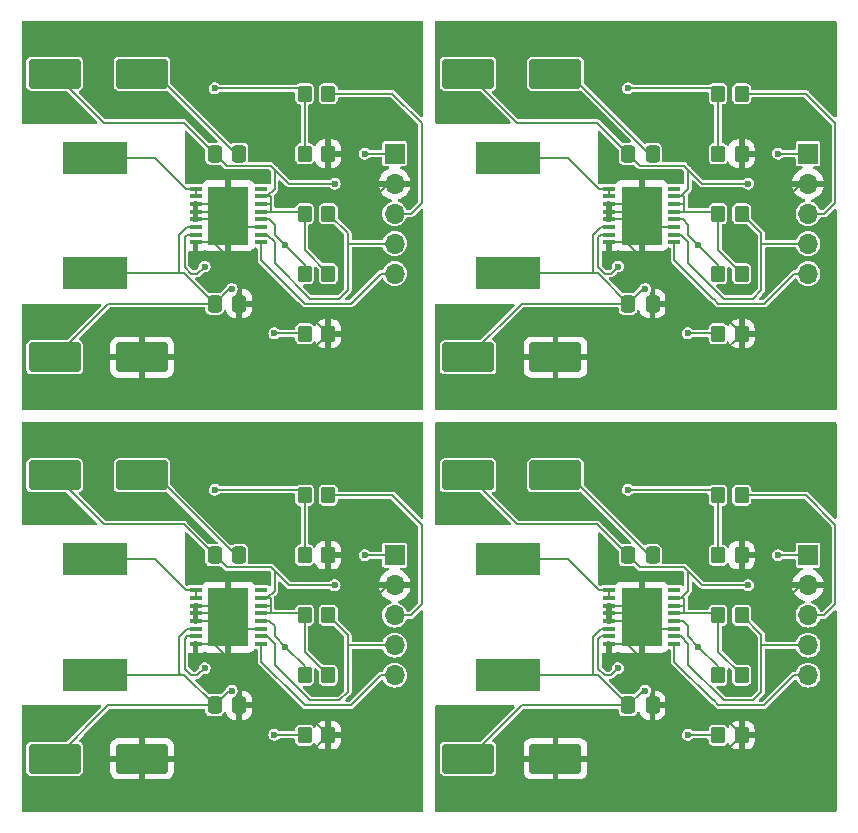
<source format=gbr>
%TF.GenerationSoftware,KiCad,Pcbnew,7.0.11+dfsg-1build4*%
%TF.CreationDate,2026-01-16T21:08:39-05:00*%
%TF.ProjectId,,58585858-5858-4585-9858-585858585858,rev?*%
%TF.SameCoordinates,Original*%
%TF.FileFunction,Copper,L1,Top*%
%TF.FilePolarity,Positive*%
%FSLAX46Y46*%
G04 Gerber Fmt 4.6, Leading zero omitted, Abs format (unit mm)*
G04 Created by KiCad (PCBNEW 7.0.11+dfsg-1build4) date 2026-01-16 21:08:39*
%MOMM*%
%LPD*%
G01*
G04 APERTURE LIST*
G04 Aperture macros list*
%AMRoundRect*
0 Rectangle with rounded corners*
0 $1 Rounding radius*
0 $2 $3 $4 $5 $6 $7 $8 $9 X,Y pos of 4 corners*
0 Add a 4 corners polygon primitive as box body*
4,1,4,$2,$3,$4,$5,$6,$7,$8,$9,$2,$3,0*
0 Add four circle primitives for the rounded corners*
1,1,$1+$1,$2,$3*
1,1,$1+$1,$4,$5*
1,1,$1+$1,$6,$7*
1,1,$1+$1,$8,$9*
0 Add four rect primitives between the rounded corners*
20,1,$1+$1,$2,$3,$4,$5,0*
20,1,$1+$1,$4,$5,$6,$7,0*
20,1,$1+$1,$6,$7,$8,$9,0*
20,1,$1+$1,$8,$9,$2,$3,0*%
G04 Aperture macros list end*
%TA.AperFunction,SMDPad,CuDef*%
%ADD10RoundRect,0.250000X-0.350000X-0.450000X0.350000X-0.450000X0.350000X0.450000X-0.350000X0.450000X0*%
%TD*%
%TA.AperFunction,SMDPad,CuDef*%
%ADD11RoundRect,0.250000X0.350000X0.450000X-0.350000X0.450000X-0.350000X-0.450000X0.350000X-0.450000X0*%
%TD*%
%TA.AperFunction,ComponentPad*%
%ADD12R,1.700000X1.700000*%
%TD*%
%TA.AperFunction,ComponentPad*%
%ADD13O,1.700000X1.700000*%
%TD*%
%TA.AperFunction,SMDPad,CuDef*%
%ADD14RoundRect,0.250000X-1.950000X-1.000000X1.950000X-1.000000X1.950000X1.000000X-1.950000X1.000000X0*%
%TD*%
%TA.AperFunction,SMDPad,CuDef*%
%ADD15R,1.050000X0.450000*%
%TD*%
%TA.AperFunction,SMDPad,CuDef*%
%ADD16R,3.400000X5.000000*%
%TD*%
%TA.AperFunction,SMDPad,CuDef*%
%ADD17R,5.400000X2.800000*%
%TD*%
%TA.AperFunction,SMDPad,CuDef*%
%ADD18RoundRect,0.250000X-0.337500X-0.475000X0.337500X-0.475000X0.337500X0.475000X-0.337500X0.475000X0*%
%TD*%
%TA.AperFunction,ViaPad*%
%ADD19C,0.600000*%
%TD*%
%TA.AperFunction,Conductor*%
%ADD20C,0.200000*%
%TD*%
G04 APERTURE END LIST*
D10*
%TO.P,R4,1*%
%TO.N,Net-(U1-FB)*%
X131520000Y-112740000D03*
%TO.P,R4,2*%
%TO.N,GND*%
X133520000Y-112740000D03*
%TD*%
D11*
%TO.P,R3,1*%
%TO.N,/VOUT*%
X133520000Y-107660000D03*
%TO.P,R3,2*%
%TO.N,Net-(U1-FB)*%
X131520000Y-107660000D03*
%TD*%
D12*
%TO.P,J1,1,Pin_1*%
%TO.N,/VOUT*%
X139140000Y-97500000D03*
D13*
%TO.P,J1,2,Pin_2*%
%TO.N,GND*%
X139140000Y-100040000D03*
%TO.P,J1,3,Pin_3*%
%TO.N,/VIN*%
X139140000Y-102580000D03*
%TO.P,J1,4,Pin_4*%
%TO.N,/LBO*%
X139140000Y-105120000D03*
%TO.P,J1,5,Pin_5*%
%TO.N,/EN*%
X139140000Y-107660000D03*
%TD*%
D14*
%TO.P,C3,1*%
%TO.N,/VOUT*%
X110360000Y-90740000D03*
%TO.P,C3,2*%
%TO.N,Net-(C2-Pad2)*%
X117760000Y-90740000D03*
%TD*%
D10*
%TO.P,R5,1*%
%TO.N,/VOUT*%
X131520000Y-102580000D03*
%TO.P,R5,2*%
%TO.N,/LBO*%
X133520000Y-102580000D03*
%TD*%
D14*
%TO.P,C4,1*%
%TO.N,/VIN*%
X110360000Y-114740000D03*
%TO.P,C4,2*%
%TO.N,GND*%
X117760000Y-114740000D03*
%TD*%
D15*
%TO.P,U1,1,SW*%
%TO.N,Net-(L1-Pad2)*%
X122285000Y-100465000D03*
%TO.P,U1,2,SW*%
X122285000Y-101115000D03*
%TO.P,U1,3,PGND*%
%TO.N,GND*%
X122285000Y-101765000D03*
%TO.P,U1,4,PGND*%
X122285000Y-102415000D03*
%TO.P,U1,5,PGND*%
X122285000Y-103065000D03*
%TO.P,U1,6,VBAT*%
%TO.N,/VIN*%
X122285000Y-103715000D03*
%TO.P,U1,7,LBI*%
%TO.N,Net-(U1-LBI)*%
X122285000Y-104365000D03*
%TO.P,U1,8,SYNC*%
%TO.N,GND*%
X122285000Y-105015000D03*
%TO.P,U1,9,EN*%
%TO.N,/EN*%
X127835000Y-105015000D03*
%TO.P,U1,10,LBO*%
%TO.N,/LBO*%
X127835000Y-104365000D03*
%TO.P,U1,11,GND*%
%TO.N,GND*%
X127835000Y-103715000D03*
%TO.P,U1,12,FB*%
%TO.N,Net-(U1-FB)*%
X127835000Y-103065000D03*
%TO.P,U1,13,VOUT*%
%TO.N,/VOUT*%
X127835000Y-102415000D03*
%TO.P,U1,14,VOUT*%
X127835000Y-101765000D03*
%TO.P,U1,15,VOUT*%
X127835000Y-101115000D03*
%TO.P,U1,16,NC*%
%TO.N,unconnected-(U1-NC-Pad16)*%
X127835000Y-100465000D03*
D16*
%TO.P,U1,17,PAD*%
%TO.N,GND*%
X125060000Y-102740000D03*
%TD*%
D17*
%TO.P,L1,1,1*%
%TO.N,/VIN*%
X113740000Y-107640000D03*
%TO.P,L1,2,2*%
%TO.N,Net-(L1-Pad2)*%
X113740000Y-97840000D03*
%TD*%
D18*
%TO.P,C1,1*%
%TO.N,/VIN*%
X123900000Y-110200000D03*
%TO.P,C1,2*%
%TO.N,GND*%
X125975000Y-110200000D03*
%TD*%
D11*
%TO.P,R1,1*%
%TO.N,/VIN*%
X133520000Y-92420000D03*
%TO.P,R1,2*%
%TO.N,Net-(U1-LBI)*%
X131520000Y-92420000D03*
%TD*%
D10*
%TO.P,R2,1*%
%TO.N,Net-(U1-LBI)*%
X131520000Y-97500000D03*
%TO.P,R2,2*%
%TO.N,GND*%
X133520000Y-97500000D03*
%TD*%
D18*
%TO.P,C2,1*%
%TO.N,/VOUT*%
X123900000Y-97500000D03*
%TO.P,C2,2*%
%TO.N,Net-(C2-Pad2)*%
X125975000Y-97500000D03*
%TD*%
D10*
%TO.P,R4,1*%
%TO.N,Net-(U1-FB)*%
X96520000Y-112740000D03*
%TO.P,R4,2*%
%TO.N,GND*%
X98520000Y-112740000D03*
%TD*%
D11*
%TO.P,R3,1*%
%TO.N,/VOUT*%
X98520000Y-107660000D03*
%TO.P,R3,2*%
%TO.N,Net-(U1-FB)*%
X96520000Y-107660000D03*
%TD*%
D12*
%TO.P,J1,1,Pin_1*%
%TO.N,/VOUT*%
X104140000Y-97500000D03*
D13*
%TO.P,J1,2,Pin_2*%
%TO.N,GND*%
X104140000Y-100040000D03*
%TO.P,J1,3,Pin_3*%
%TO.N,/VIN*%
X104140000Y-102580000D03*
%TO.P,J1,4,Pin_4*%
%TO.N,/LBO*%
X104140000Y-105120000D03*
%TO.P,J1,5,Pin_5*%
%TO.N,/EN*%
X104140000Y-107660000D03*
%TD*%
D14*
%TO.P,C3,1*%
%TO.N,/VOUT*%
X75360000Y-90740000D03*
%TO.P,C3,2*%
%TO.N,Net-(C2-Pad2)*%
X82760000Y-90740000D03*
%TD*%
D10*
%TO.P,R5,1*%
%TO.N,/VOUT*%
X96520000Y-102580000D03*
%TO.P,R5,2*%
%TO.N,/LBO*%
X98520000Y-102580000D03*
%TD*%
D14*
%TO.P,C4,1*%
%TO.N,/VIN*%
X75360000Y-114740000D03*
%TO.P,C4,2*%
%TO.N,GND*%
X82760000Y-114740000D03*
%TD*%
D15*
%TO.P,U1,1,SW*%
%TO.N,Net-(L1-Pad2)*%
X87285000Y-100465000D03*
%TO.P,U1,2,SW*%
X87285000Y-101115000D03*
%TO.P,U1,3,PGND*%
%TO.N,GND*%
X87285000Y-101765000D03*
%TO.P,U1,4,PGND*%
X87285000Y-102415000D03*
%TO.P,U1,5,PGND*%
X87285000Y-103065000D03*
%TO.P,U1,6,VBAT*%
%TO.N,/VIN*%
X87285000Y-103715000D03*
%TO.P,U1,7,LBI*%
%TO.N,Net-(U1-LBI)*%
X87285000Y-104365000D03*
%TO.P,U1,8,SYNC*%
%TO.N,GND*%
X87285000Y-105015000D03*
%TO.P,U1,9,EN*%
%TO.N,/EN*%
X92835000Y-105015000D03*
%TO.P,U1,10,LBO*%
%TO.N,/LBO*%
X92835000Y-104365000D03*
%TO.P,U1,11,GND*%
%TO.N,GND*%
X92835000Y-103715000D03*
%TO.P,U1,12,FB*%
%TO.N,Net-(U1-FB)*%
X92835000Y-103065000D03*
%TO.P,U1,13,VOUT*%
%TO.N,/VOUT*%
X92835000Y-102415000D03*
%TO.P,U1,14,VOUT*%
X92835000Y-101765000D03*
%TO.P,U1,15,VOUT*%
X92835000Y-101115000D03*
%TO.P,U1,16,NC*%
%TO.N,unconnected-(U1-NC-Pad16)*%
X92835000Y-100465000D03*
D16*
%TO.P,U1,17,PAD*%
%TO.N,GND*%
X90060000Y-102740000D03*
%TD*%
D17*
%TO.P,L1,1,1*%
%TO.N,/VIN*%
X78740000Y-107640000D03*
%TO.P,L1,2,2*%
%TO.N,Net-(L1-Pad2)*%
X78740000Y-97840000D03*
%TD*%
D18*
%TO.P,C1,1*%
%TO.N,/VIN*%
X88900000Y-110200000D03*
%TO.P,C1,2*%
%TO.N,GND*%
X90975000Y-110200000D03*
%TD*%
D11*
%TO.P,R1,1*%
%TO.N,/VIN*%
X98520000Y-92420000D03*
%TO.P,R1,2*%
%TO.N,Net-(U1-LBI)*%
X96520000Y-92420000D03*
%TD*%
D10*
%TO.P,R2,1*%
%TO.N,Net-(U1-LBI)*%
X96520000Y-97500000D03*
%TO.P,R2,2*%
%TO.N,GND*%
X98520000Y-97500000D03*
%TD*%
D18*
%TO.P,C2,1*%
%TO.N,/VOUT*%
X88900000Y-97500000D03*
%TO.P,C2,2*%
%TO.N,Net-(C2-Pad2)*%
X90975000Y-97500000D03*
%TD*%
D10*
%TO.P,R4,1*%
%TO.N,Net-(U1-FB)*%
X131520000Y-78740000D03*
%TO.P,R4,2*%
%TO.N,GND*%
X133520000Y-78740000D03*
%TD*%
D11*
%TO.P,R3,1*%
%TO.N,/VOUT*%
X133520000Y-73660000D03*
%TO.P,R3,2*%
%TO.N,Net-(U1-FB)*%
X131520000Y-73660000D03*
%TD*%
D12*
%TO.P,J1,1,Pin_1*%
%TO.N,/VOUT*%
X139140000Y-63500000D03*
D13*
%TO.P,J1,2,Pin_2*%
%TO.N,GND*%
X139140000Y-66040000D03*
%TO.P,J1,3,Pin_3*%
%TO.N,/VIN*%
X139140000Y-68580000D03*
%TO.P,J1,4,Pin_4*%
%TO.N,/LBO*%
X139140000Y-71120000D03*
%TO.P,J1,5,Pin_5*%
%TO.N,/EN*%
X139140000Y-73660000D03*
%TD*%
D14*
%TO.P,C3,1*%
%TO.N,/VOUT*%
X110360000Y-56740000D03*
%TO.P,C3,2*%
%TO.N,Net-(C2-Pad2)*%
X117760000Y-56740000D03*
%TD*%
D10*
%TO.P,R5,1*%
%TO.N,/VOUT*%
X131520000Y-68580000D03*
%TO.P,R5,2*%
%TO.N,/LBO*%
X133520000Y-68580000D03*
%TD*%
D14*
%TO.P,C4,1*%
%TO.N,/VIN*%
X110360000Y-80740000D03*
%TO.P,C4,2*%
%TO.N,GND*%
X117760000Y-80740000D03*
%TD*%
D15*
%TO.P,U1,1,SW*%
%TO.N,Net-(L1-Pad2)*%
X122285000Y-66465000D03*
%TO.P,U1,2,SW*%
X122285000Y-67115000D03*
%TO.P,U1,3,PGND*%
%TO.N,GND*%
X122285000Y-67765000D03*
%TO.P,U1,4,PGND*%
X122285000Y-68415000D03*
%TO.P,U1,5,PGND*%
X122285000Y-69065000D03*
%TO.P,U1,6,VBAT*%
%TO.N,/VIN*%
X122285000Y-69715000D03*
%TO.P,U1,7,LBI*%
%TO.N,Net-(U1-LBI)*%
X122285000Y-70365000D03*
%TO.P,U1,8,SYNC*%
%TO.N,GND*%
X122285000Y-71015000D03*
%TO.P,U1,9,EN*%
%TO.N,/EN*%
X127835000Y-71015000D03*
%TO.P,U1,10,LBO*%
%TO.N,/LBO*%
X127835000Y-70365000D03*
%TO.P,U1,11,GND*%
%TO.N,GND*%
X127835000Y-69715000D03*
%TO.P,U1,12,FB*%
%TO.N,Net-(U1-FB)*%
X127835000Y-69065000D03*
%TO.P,U1,13,VOUT*%
%TO.N,/VOUT*%
X127835000Y-68415000D03*
%TO.P,U1,14,VOUT*%
X127835000Y-67765000D03*
%TO.P,U1,15,VOUT*%
X127835000Y-67115000D03*
%TO.P,U1,16,NC*%
%TO.N,unconnected-(U1-NC-Pad16)*%
X127835000Y-66465000D03*
D16*
%TO.P,U1,17,PAD*%
%TO.N,GND*%
X125060000Y-68740000D03*
%TD*%
D17*
%TO.P,L1,1,1*%
%TO.N,/VIN*%
X113740000Y-73640000D03*
%TO.P,L1,2,2*%
%TO.N,Net-(L1-Pad2)*%
X113740000Y-63840000D03*
%TD*%
D18*
%TO.P,C1,1*%
%TO.N,/VIN*%
X123900000Y-76200000D03*
%TO.P,C1,2*%
%TO.N,GND*%
X125975000Y-76200000D03*
%TD*%
D11*
%TO.P,R1,1*%
%TO.N,/VIN*%
X133520000Y-58420000D03*
%TO.P,R1,2*%
%TO.N,Net-(U1-LBI)*%
X131520000Y-58420000D03*
%TD*%
D10*
%TO.P,R2,1*%
%TO.N,Net-(U1-LBI)*%
X131520000Y-63500000D03*
%TO.P,R2,2*%
%TO.N,GND*%
X133520000Y-63500000D03*
%TD*%
D18*
%TO.P,C2,1*%
%TO.N,/VOUT*%
X123900000Y-63500000D03*
%TO.P,C2,2*%
%TO.N,Net-(C2-Pad2)*%
X125975000Y-63500000D03*
%TD*%
D15*
%TO.P,U1,1,SW*%
%TO.N,Net-(L1-Pad2)*%
X87285000Y-66465000D03*
%TO.P,U1,2,SW*%
X87285000Y-67115000D03*
%TO.P,U1,3,PGND*%
%TO.N,GND*%
X87285000Y-67765000D03*
%TO.P,U1,4,PGND*%
X87285000Y-68415000D03*
%TO.P,U1,5,PGND*%
X87285000Y-69065000D03*
%TO.P,U1,6,VBAT*%
%TO.N,/VIN*%
X87285000Y-69715000D03*
%TO.P,U1,7,LBI*%
%TO.N,Net-(U1-LBI)*%
X87285000Y-70365000D03*
%TO.P,U1,8,SYNC*%
%TO.N,GND*%
X87285000Y-71015000D03*
%TO.P,U1,9,EN*%
%TO.N,/EN*%
X92835000Y-71015000D03*
%TO.P,U1,10,LBO*%
%TO.N,/LBO*%
X92835000Y-70365000D03*
%TO.P,U1,11,GND*%
%TO.N,GND*%
X92835000Y-69715000D03*
%TO.P,U1,12,FB*%
%TO.N,Net-(U1-FB)*%
X92835000Y-69065000D03*
%TO.P,U1,13,VOUT*%
%TO.N,/VOUT*%
X92835000Y-68415000D03*
%TO.P,U1,14,VOUT*%
X92835000Y-67765000D03*
%TO.P,U1,15,VOUT*%
X92835000Y-67115000D03*
%TO.P,U1,16,NC*%
%TO.N,unconnected-(U1-NC-Pad16)*%
X92835000Y-66465000D03*
D16*
%TO.P,U1,17,PAD*%
%TO.N,GND*%
X90060000Y-68740000D03*
%TD*%
D14*
%TO.P,C4,1*%
%TO.N,/VIN*%
X75360000Y-80740000D03*
%TO.P,C4,2*%
%TO.N,GND*%
X82760000Y-80740000D03*
%TD*%
D11*
%TO.P,R3,1*%
%TO.N,/VOUT*%
X98520000Y-73660000D03*
%TO.P,R3,2*%
%TO.N,Net-(U1-FB)*%
X96520000Y-73660000D03*
%TD*%
D18*
%TO.P,C1,1*%
%TO.N,/VIN*%
X88900000Y-76200000D03*
%TO.P,C1,2*%
%TO.N,GND*%
X90975000Y-76200000D03*
%TD*%
D17*
%TO.P,L1,1,1*%
%TO.N,/VIN*%
X78740000Y-73640000D03*
%TO.P,L1,2,2*%
%TO.N,Net-(L1-Pad2)*%
X78740000Y-63840000D03*
%TD*%
D11*
%TO.P,R1,1*%
%TO.N,/VIN*%
X98520000Y-58420000D03*
%TO.P,R1,2*%
%TO.N,Net-(U1-LBI)*%
X96520000Y-58420000D03*
%TD*%
D10*
%TO.P,R5,1*%
%TO.N,/VOUT*%
X96520000Y-68580000D03*
%TO.P,R5,2*%
%TO.N,/LBO*%
X98520000Y-68580000D03*
%TD*%
D14*
%TO.P,C3,1*%
%TO.N,/VOUT*%
X75360000Y-56740000D03*
%TO.P,C3,2*%
%TO.N,Net-(C2-Pad2)*%
X82760000Y-56740000D03*
%TD*%
D10*
%TO.P,R4,1*%
%TO.N,Net-(U1-FB)*%
X96520000Y-78740000D03*
%TO.P,R4,2*%
%TO.N,GND*%
X98520000Y-78740000D03*
%TD*%
D12*
%TO.P,J1,1,Pin_1*%
%TO.N,/VOUT*%
X104140000Y-63500000D03*
D13*
%TO.P,J1,2,Pin_2*%
%TO.N,GND*%
X104140000Y-66040000D03*
%TO.P,J1,3,Pin_3*%
%TO.N,/VIN*%
X104140000Y-68580000D03*
%TO.P,J1,4,Pin_4*%
%TO.N,/LBO*%
X104140000Y-71120000D03*
%TO.P,J1,5,Pin_5*%
%TO.N,/EN*%
X104140000Y-73660000D03*
%TD*%
D18*
%TO.P,C2,1*%
%TO.N,/VOUT*%
X88900000Y-63500000D03*
%TO.P,C2,2*%
%TO.N,Net-(C2-Pad2)*%
X90975000Y-63500000D03*
%TD*%
D10*
%TO.P,R2,1*%
%TO.N,Net-(U1-LBI)*%
X96520000Y-63500000D03*
%TO.P,R2,2*%
%TO.N,GND*%
X98520000Y-63500000D03*
%TD*%
D19*
%TO.N,Net-(U1-FB)*%
X128960500Y-112715000D03*
%TO.N,Net-(U1-LBI)*%
X123900000Y-91967000D03*
%TO.N,/VOUT*%
X136600000Y-97500000D03*
X134060000Y-100040000D03*
%TO.N,Net-(U1-FB)*%
X129839300Y-105232600D03*
%TO.N,/VIN*%
X125351000Y-108957000D03*
%TO.N,Net-(U1-LBI)*%
X123048600Y-107060100D03*
%TO.N,Net-(U1-FB)*%
X93960500Y-112715000D03*
%TO.N,Net-(U1-LBI)*%
X88900000Y-91967000D03*
%TO.N,/VOUT*%
X101600000Y-97500000D03*
X99060000Y-100040000D03*
%TO.N,Net-(U1-FB)*%
X94839300Y-105232600D03*
%TO.N,/VIN*%
X90351000Y-108957000D03*
%TO.N,Net-(U1-LBI)*%
X88048600Y-107060100D03*
%TO.N,Net-(U1-FB)*%
X128960500Y-78715000D03*
%TO.N,Net-(U1-LBI)*%
X123900000Y-57967000D03*
%TO.N,/VOUT*%
X136600000Y-63500000D03*
X134060000Y-66040000D03*
%TO.N,Net-(U1-FB)*%
X129839300Y-71232600D03*
%TO.N,/VIN*%
X125351000Y-74957000D03*
%TO.N,Net-(U1-LBI)*%
X123048600Y-73060100D03*
X88048600Y-73060100D03*
X88900000Y-57967000D03*
%TO.N,Net-(U1-FB)*%
X94839300Y-71232600D03*
X93960500Y-78715000D03*
%TO.N,/VIN*%
X90351000Y-74957000D03*
%TO.N,/VOUT*%
X99060000Y-66040000D03*
X101600000Y-63500000D03*
%TD*%
D20*
%TO.N,Net-(U1-LBI)*%
X121585000Y-104365000D02*
X121360000Y-104590000D01*
%TO.N,Net-(U1-FB)*%
X131495000Y-112715000D02*
X131520000Y-112740000D01*
%TO.N,/EN*%
X139140000Y-107660000D02*
X137988100Y-107660000D01*
X131545686Y-110200000D02*
X131145686Y-109800000D01*
%TO.N,Net-(U1-FB)*%
X128980000Y-103510000D02*
X128535000Y-103065000D01*
%TO.N,Net-(U1-LBI)*%
X131520000Y-97500000D02*
X131520000Y-92420000D01*
%TO.N,Net-(U1-FB)*%
X131520000Y-107660000D02*
X131520000Y-106913300D01*
%TO.N,/VOUT*%
X128561000Y-102415000D02*
X128661900Y-102415000D01*
%TO.N,Net-(L1-Pad2)*%
X122285000Y-100465000D02*
X121458100Y-100465000D01*
%TO.N,GND*%
X125223500Y-102903400D02*
X126035000Y-103715000D01*
%TO.N,/EN*%
X127835000Y-106515000D02*
X127835000Y-105015000D01*
X135448100Y-110200000D02*
X131545686Y-110200000D01*
X137988100Y-107660000D02*
X135448100Y-110200000D01*
X131145686Y-109800000D02*
X131120000Y-109800000D01*
%TO.N,/VIN*%
X138952950Y-92420000D02*
X141460000Y-94927050D01*
%TO.N,/VOUT*%
X110360000Y-90740000D02*
X114516400Y-94896400D01*
%TO.N,Net-(U1-LBI)*%
X122285000Y-104365000D02*
X121585000Y-104365000D01*
%TO.N,GND*%
X131520000Y-114740000D02*
X133520000Y-112740000D01*
X141460000Y-104900000D02*
X141460000Y-108706250D01*
%TO.N,Net-(U1-LBI)*%
X121925686Y-107660000D02*
X122448700Y-107660000D01*
%TO.N,GND*%
X122285000Y-105015000D02*
X123795000Y-105015000D01*
%TO.N,Net-(U1-LBI)*%
X121360000Y-104590000D02*
X121360000Y-107094314D01*
%TO.N,Net-(U1-FB)*%
X129839300Y-105232600D02*
X128980000Y-104373300D01*
%TO.N,GND*%
X138564100Y-100040000D02*
X136600000Y-102004100D01*
%TO.N,Net-(U1-FB)*%
X128980000Y-104373300D02*
X128980000Y-103510000D01*
%TO.N,/VIN*%
X140528100Y-102580000D02*
X139140000Y-102580000D01*
%TO.N,GND*%
X124735000Y-103065000D02*
X125060000Y-102740000D01*
%TO.N,/VOUT*%
X136600000Y-97500000D02*
X139140000Y-97500000D01*
%TO.N,GND*%
X136600000Y-102004100D02*
X136600000Y-102580000D01*
%TO.N,/VIN*%
X120909854Y-107498853D02*
X120909854Y-104390146D01*
X113740000Y-107640000D02*
X121051000Y-107640000D01*
X110360000Y-114740000D02*
X114900000Y-110200000D01*
%TO.N,Net-(U1-FB)*%
X131520000Y-106913300D02*
X129839300Y-105232600D01*
X129839300Y-105358100D02*
X129839300Y-105232600D01*
%TO.N,/VIN*%
X125143000Y-108957000D02*
X123900000Y-110200000D01*
%TO.N,/VOUT*%
X131355000Y-102415000D02*
X131520000Y-102580000D01*
X128661900Y-101765000D02*
X128661900Y-102415000D01*
X131520000Y-102580000D02*
X131520000Y-105660000D01*
%TO.N,GND*%
X126035000Y-103715000D02*
X127835000Y-103715000D01*
%TO.N,/VIN*%
X120909854Y-104390146D02*
X121585000Y-103715000D01*
%TO.N,/LBO*%
X135190600Y-104250600D02*
X135190600Y-105120000D01*
X134460000Y-109800000D02*
X131998000Y-109800000D01*
X128980000Y-104983000D02*
X128362000Y-104365000D01*
X133520000Y-102580000D02*
X135190600Y-104250600D01*
%TO.N,Net-(U1-LBI)*%
X131067000Y-91967000D02*
X131520000Y-92420000D01*
%TO.N,/VOUT*%
X127835000Y-101115000D02*
X128335500Y-101115000D01*
%TO.N,/LBO*%
X139140000Y-105120000D02*
X135190600Y-105120000D01*
X135190600Y-105120000D02*
X135190600Y-109069400D01*
X128980000Y-106782000D02*
X128980000Y-104983000D01*
X128362000Y-104365000D02*
X127835000Y-104365000D01*
%TO.N,/VIN*%
X121051000Y-107640000D02*
X120909854Y-107498853D01*
X133520000Y-92420000D02*
X138952950Y-92420000D01*
%TO.N,GND*%
X122285000Y-102415000D02*
X124735000Y-102415000D01*
%TO.N,/VIN*%
X114900000Y-110200000D02*
X123900000Y-110200000D01*
X125351000Y-108957000D02*
X125143000Y-108957000D01*
%TO.N,GND*%
X122285000Y-101765000D02*
X124085000Y-101765000D01*
%TO.N,Net-(U1-LBI)*%
X121360000Y-107094314D02*
X121925686Y-107660000D01*
%TO.N,GND*%
X136600000Y-102580000D02*
X137890000Y-103870000D01*
X137988100Y-100040000D02*
X135448100Y-97500000D01*
%TO.N,/VOUT*%
X128980000Y-100497000D02*
X128980000Y-98846000D01*
X121296400Y-94896400D02*
X123900000Y-97500000D01*
X128661900Y-102415000D02*
X131355000Y-102415000D01*
X128660400Y-98526400D02*
X130174000Y-100040000D01*
%TO.N,Net-(C2-Pad2)*%
X125684200Y-97500000D02*
X125975000Y-97500000D01*
%TO.N,/VOUT*%
X124926400Y-98526400D02*
X128660400Y-98526400D01*
X114516400Y-94896400D02*
X121296400Y-94896400D01*
%TO.N,GND*%
X125975000Y-107195000D02*
X123900000Y-105120000D01*
X137426250Y-112740000D02*
X133520000Y-112740000D01*
X140430000Y-103870000D02*
X141460000Y-104900000D01*
X123900000Y-105120000D02*
X123795000Y-105015000D01*
%TO.N,/VIN*%
X121585000Y-103715000D02*
X122285000Y-103715000D01*
%TO.N,/VOUT*%
X130174000Y-100040000D02*
X134060000Y-100040000D01*
X128980000Y-98846000D02*
X128661900Y-98527900D01*
X127835000Y-102415000D02*
X128561000Y-102415000D01*
X128660400Y-98526400D02*
X128661900Y-98527900D01*
X127835000Y-101765000D02*
X128661900Y-101765000D01*
X131520000Y-105660000D02*
X133520000Y-107660000D01*
X128661900Y-101115000D02*
X128661900Y-101765000D01*
%TO.N,/VIN*%
X121340000Y-107640000D02*
X123900000Y-110200000D01*
X141460000Y-94927050D02*
X141460000Y-101648100D01*
%TO.N,GND*%
X138564100Y-100040000D02*
X137988100Y-100040000D01*
%TO.N,/VOUT*%
X128335500Y-101115000D02*
X128362000Y-101115000D01*
%TO.N,/LBO*%
X135190600Y-109069400D02*
X134460000Y-109800000D01*
X131998000Y-109800000D02*
X128980000Y-106782000D01*
%TO.N,/VOUT*%
X128362000Y-101115000D02*
X128661900Y-101115000D01*
%TO.N,GND*%
X141460000Y-108706250D02*
X137426250Y-112740000D01*
X139140000Y-100040000D02*
X138564100Y-100040000D01*
X125975000Y-110200000D02*
X125975000Y-107195000D01*
X133520000Y-112740000D02*
X130980000Y-110200000D01*
%TO.N,/VIN*%
X141460000Y-101648100D02*
X140528100Y-102580000D01*
%TO.N,/VOUT*%
X121296400Y-94896400D02*
X124926400Y-98526400D01*
%TO.N,GND*%
X125060000Y-102740000D02*
X125223500Y-102903400D01*
%TO.N,/VIN*%
X121051000Y-107640000D02*
X121340000Y-107640000D01*
%TO.N,Net-(U1-LBI)*%
X123900000Y-91967000D02*
X131067000Y-91967000D01*
%TO.N,Net-(L1-Pad2)*%
X118833100Y-97840000D02*
X121458100Y-100465000D01*
%TO.N,Net-(U1-FB)*%
X128960500Y-112715000D02*
X131495000Y-112715000D01*
%TO.N,Net-(C2-Pad2)*%
X117760000Y-90740000D02*
X118924200Y-90740000D01*
%TO.N,GND*%
X124735000Y-102415000D02*
X125060000Y-102740000D01*
X137890000Y-103870000D02*
X140430000Y-103870000D01*
%TO.N,Net-(U1-FB)*%
X129839300Y-105232600D02*
X129839300Y-105358100D01*
%TO.N,GND*%
X130980000Y-110200000D02*
X125975000Y-110200000D01*
X117760000Y-114740000D02*
X131520000Y-114740000D01*
X135448100Y-97500000D02*
X133520000Y-97500000D01*
%TO.N,/VOUT*%
X128362000Y-101115000D02*
X128980000Y-100497000D01*
%TO.N,Net-(L1-Pad2)*%
X122285000Y-100465000D02*
X122285000Y-101115000D01*
X113740000Y-97840000D02*
X118833100Y-97840000D01*
%TO.N,Net-(C2-Pad2)*%
X118924200Y-90740000D02*
X125684200Y-97500000D01*
%TO.N,/EN*%
X131120000Y-109800000D02*
X127835000Y-106515000D01*
%TO.N,GND*%
X122285000Y-103065000D02*
X124735000Y-103065000D01*
X124085000Y-101765000D02*
X125060000Y-102740000D01*
%TO.N,Net-(U1-LBI)*%
X122448700Y-107660000D02*
X123048600Y-107060100D01*
%TO.N,Net-(U1-FB)*%
X128535000Y-103065000D02*
X127835000Y-103065000D01*
%TO.N,Net-(U1-LBI)*%
X86585000Y-104365000D02*
X86360000Y-104590000D01*
%TO.N,Net-(U1-FB)*%
X96495000Y-112715000D02*
X96520000Y-112740000D01*
%TO.N,/EN*%
X104140000Y-107660000D02*
X102988100Y-107660000D01*
X96545686Y-110200000D02*
X96145686Y-109800000D01*
%TO.N,Net-(U1-FB)*%
X93980000Y-103510000D02*
X93535000Y-103065000D01*
%TO.N,Net-(U1-LBI)*%
X96520000Y-97500000D02*
X96520000Y-92420000D01*
%TO.N,Net-(U1-FB)*%
X96520000Y-107660000D02*
X96520000Y-106913300D01*
%TO.N,/VOUT*%
X93561000Y-102415000D02*
X93661900Y-102415000D01*
%TO.N,Net-(L1-Pad2)*%
X87285000Y-100465000D02*
X86458100Y-100465000D01*
%TO.N,GND*%
X90223500Y-102903400D02*
X91035000Y-103715000D01*
%TO.N,/EN*%
X92835000Y-106515000D02*
X92835000Y-105015000D01*
X100448100Y-110200000D02*
X96545686Y-110200000D01*
X102988100Y-107660000D02*
X100448100Y-110200000D01*
X96145686Y-109800000D02*
X96120000Y-109800000D01*
%TO.N,/VIN*%
X103952950Y-92420000D02*
X106460000Y-94927050D01*
%TO.N,/VOUT*%
X75360000Y-90740000D02*
X79516400Y-94896400D01*
%TO.N,Net-(U1-LBI)*%
X87285000Y-104365000D02*
X86585000Y-104365000D01*
%TO.N,GND*%
X96520000Y-114740000D02*
X98520000Y-112740000D01*
X106460000Y-104900000D02*
X106460000Y-108706250D01*
%TO.N,Net-(U1-LBI)*%
X86925686Y-107660000D02*
X87448700Y-107660000D01*
%TO.N,GND*%
X87285000Y-105015000D02*
X88795000Y-105015000D01*
%TO.N,Net-(U1-LBI)*%
X86360000Y-104590000D02*
X86360000Y-107094314D01*
%TO.N,Net-(U1-FB)*%
X94839300Y-105232600D02*
X93980000Y-104373300D01*
%TO.N,GND*%
X103564100Y-100040000D02*
X101600000Y-102004100D01*
%TO.N,Net-(U1-FB)*%
X93980000Y-104373300D02*
X93980000Y-103510000D01*
%TO.N,/VIN*%
X105528100Y-102580000D02*
X104140000Y-102580000D01*
%TO.N,GND*%
X89735000Y-103065000D02*
X90060000Y-102740000D01*
%TO.N,/VOUT*%
X101600000Y-97500000D02*
X104140000Y-97500000D01*
%TO.N,GND*%
X101600000Y-102004100D02*
X101600000Y-102580000D01*
%TO.N,/VIN*%
X85909854Y-107498853D02*
X85909854Y-104390146D01*
X78740000Y-107640000D02*
X86051000Y-107640000D01*
X75360000Y-114740000D02*
X79900000Y-110200000D01*
%TO.N,Net-(U1-FB)*%
X96520000Y-106913300D02*
X94839300Y-105232600D01*
X94839300Y-105358100D02*
X94839300Y-105232600D01*
%TO.N,/VIN*%
X90143000Y-108957000D02*
X88900000Y-110200000D01*
%TO.N,/VOUT*%
X96355000Y-102415000D02*
X96520000Y-102580000D01*
X93661900Y-101765000D02*
X93661900Y-102415000D01*
X96520000Y-102580000D02*
X96520000Y-105660000D01*
%TO.N,GND*%
X91035000Y-103715000D02*
X92835000Y-103715000D01*
%TO.N,/VIN*%
X85909854Y-104390146D02*
X86585000Y-103715000D01*
%TO.N,/LBO*%
X100190600Y-104250600D02*
X100190600Y-105120000D01*
X99460000Y-109800000D02*
X96998000Y-109800000D01*
X93980000Y-104983000D02*
X93362000Y-104365000D01*
X98520000Y-102580000D02*
X100190600Y-104250600D01*
%TO.N,Net-(U1-LBI)*%
X96067000Y-91967000D02*
X96520000Y-92420000D01*
%TO.N,/VOUT*%
X92835000Y-101115000D02*
X93335500Y-101115000D01*
%TO.N,/LBO*%
X104140000Y-105120000D02*
X100190600Y-105120000D01*
X100190600Y-105120000D02*
X100190600Y-109069400D01*
X93980000Y-106782000D02*
X93980000Y-104983000D01*
X93362000Y-104365000D02*
X92835000Y-104365000D01*
%TO.N,/VIN*%
X86051000Y-107640000D02*
X85909854Y-107498853D01*
X98520000Y-92420000D02*
X103952950Y-92420000D01*
%TO.N,GND*%
X87285000Y-102415000D02*
X89735000Y-102415000D01*
%TO.N,/VIN*%
X79900000Y-110200000D02*
X88900000Y-110200000D01*
X90351000Y-108957000D02*
X90143000Y-108957000D01*
%TO.N,GND*%
X87285000Y-101765000D02*
X89085000Y-101765000D01*
%TO.N,Net-(U1-LBI)*%
X86360000Y-107094314D02*
X86925686Y-107660000D01*
%TO.N,GND*%
X101600000Y-102580000D02*
X102890000Y-103870000D01*
X102988100Y-100040000D02*
X100448100Y-97500000D01*
%TO.N,/VOUT*%
X93980000Y-100497000D02*
X93980000Y-98846000D01*
X86296400Y-94896400D02*
X88900000Y-97500000D01*
X93661900Y-102415000D02*
X96355000Y-102415000D01*
X93660400Y-98526400D02*
X95174000Y-100040000D01*
%TO.N,Net-(C2-Pad2)*%
X90684200Y-97500000D02*
X90975000Y-97500000D01*
%TO.N,/VOUT*%
X89926400Y-98526400D02*
X93660400Y-98526400D01*
X79516400Y-94896400D02*
X86296400Y-94896400D01*
%TO.N,GND*%
X90975000Y-107195000D02*
X88900000Y-105120000D01*
X102426250Y-112740000D02*
X98520000Y-112740000D01*
X105430000Y-103870000D02*
X106460000Y-104900000D01*
X88900000Y-105120000D02*
X88795000Y-105015000D01*
%TO.N,/VIN*%
X86585000Y-103715000D02*
X87285000Y-103715000D01*
%TO.N,/VOUT*%
X95174000Y-100040000D02*
X99060000Y-100040000D01*
X93980000Y-98846000D02*
X93661900Y-98527900D01*
X92835000Y-102415000D02*
X93561000Y-102415000D01*
X93660400Y-98526400D02*
X93661900Y-98527900D01*
X92835000Y-101765000D02*
X93661900Y-101765000D01*
X96520000Y-105660000D02*
X98520000Y-107660000D01*
X93661900Y-101115000D02*
X93661900Y-101765000D01*
%TO.N,/VIN*%
X86340000Y-107640000D02*
X88900000Y-110200000D01*
X106460000Y-94927050D02*
X106460000Y-101648100D01*
%TO.N,GND*%
X103564100Y-100040000D02*
X102988100Y-100040000D01*
%TO.N,/VOUT*%
X93335500Y-101115000D02*
X93362000Y-101115000D01*
%TO.N,/LBO*%
X100190600Y-109069400D02*
X99460000Y-109800000D01*
X96998000Y-109800000D02*
X93980000Y-106782000D01*
%TO.N,/VOUT*%
X93362000Y-101115000D02*
X93661900Y-101115000D01*
%TO.N,GND*%
X106460000Y-108706250D02*
X102426250Y-112740000D01*
X104140000Y-100040000D02*
X103564100Y-100040000D01*
X90975000Y-110200000D02*
X90975000Y-107195000D01*
X98520000Y-112740000D02*
X95980000Y-110200000D01*
%TO.N,/VIN*%
X106460000Y-101648100D02*
X105528100Y-102580000D01*
%TO.N,/VOUT*%
X86296400Y-94896400D02*
X89926400Y-98526400D01*
%TO.N,GND*%
X90060000Y-102740000D02*
X90223500Y-102903400D01*
%TO.N,/VIN*%
X86051000Y-107640000D02*
X86340000Y-107640000D01*
%TO.N,Net-(U1-LBI)*%
X88900000Y-91967000D02*
X96067000Y-91967000D01*
%TO.N,Net-(L1-Pad2)*%
X83833100Y-97840000D02*
X86458100Y-100465000D01*
%TO.N,Net-(U1-FB)*%
X93960500Y-112715000D02*
X96495000Y-112715000D01*
%TO.N,Net-(C2-Pad2)*%
X82760000Y-90740000D02*
X83924200Y-90740000D01*
%TO.N,GND*%
X89735000Y-102415000D02*
X90060000Y-102740000D01*
X102890000Y-103870000D02*
X105430000Y-103870000D01*
%TO.N,Net-(U1-FB)*%
X94839300Y-105232600D02*
X94839300Y-105358100D01*
%TO.N,GND*%
X95980000Y-110200000D02*
X90975000Y-110200000D01*
X82760000Y-114740000D02*
X96520000Y-114740000D01*
X100448100Y-97500000D02*
X98520000Y-97500000D01*
%TO.N,/VOUT*%
X93362000Y-101115000D02*
X93980000Y-100497000D01*
%TO.N,Net-(L1-Pad2)*%
X87285000Y-100465000D02*
X87285000Y-101115000D01*
X78740000Y-97840000D02*
X83833100Y-97840000D01*
%TO.N,Net-(C2-Pad2)*%
X83924200Y-90740000D02*
X90684200Y-97500000D01*
%TO.N,/EN*%
X96120000Y-109800000D02*
X92835000Y-106515000D01*
%TO.N,GND*%
X87285000Y-103065000D02*
X89735000Y-103065000D01*
X89085000Y-101765000D02*
X90060000Y-102740000D01*
%TO.N,Net-(U1-LBI)*%
X87448700Y-107660000D02*
X88048600Y-107060100D01*
%TO.N,Net-(U1-FB)*%
X93535000Y-103065000D02*
X92835000Y-103065000D01*
%TO.N,Net-(U1-LBI)*%
X121585000Y-70365000D02*
X121360000Y-70590000D01*
%TO.N,Net-(U1-FB)*%
X131495000Y-78715000D02*
X131520000Y-78740000D01*
%TO.N,/EN*%
X139140000Y-73660000D02*
X137988100Y-73660000D01*
X131545686Y-76200000D02*
X131145686Y-75800000D01*
%TO.N,Net-(U1-FB)*%
X128980000Y-69510000D02*
X128535000Y-69065000D01*
%TO.N,Net-(U1-LBI)*%
X131520000Y-63500000D02*
X131520000Y-58420000D01*
%TO.N,Net-(U1-FB)*%
X131520000Y-73660000D02*
X131520000Y-72913300D01*
%TO.N,/VOUT*%
X128561000Y-68415000D02*
X128661900Y-68415000D01*
%TO.N,Net-(L1-Pad2)*%
X122285000Y-66465000D02*
X121458100Y-66465000D01*
%TO.N,GND*%
X125223500Y-68903400D02*
X126035000Y-69715000D01*
%TO.N,/EN*%
X127835000Y-72515000D02*
X127835000Y-71015000D01*
X135448100Y-76200000D02*
X131545686Y-76200000D01*
X137988100Y-73660000D02*
X135448100Y-76200000D01*
X131145686Y-75800000D02*
X131120000Y-75800000D01*
%TO.N,/VIN*%
X138952950Y-58420000D02*
X141460000Y-60927050D01*
%TO.N,/VOUT*%
X110360000Y-56740000D02*
X114516400Y-60896400D01*
%TO.N,Net-(U1-LBI)*%
X122285000Y-70365000D02*
X121585000Y-70365000D01*
%TO.N,GND*%
X131520000Y-80740000D02*
X133520000Y-78740000D01*
X141460000Y-70900000D02*
X141460000Y-74706250D01*
%TO.N,Net-(U1-LBI)*%
X121925686Y-73660000D02*
X122448700Y-73660000D01*
%TO.N,GND*%
X122285000Y-71015000D02*
X123795000Y-71015000D01*
%TO.N,Net-(U1-LBI)*%
X121360000Y-70590000D02*
X121360000Y-73094314D01*
%TO.N,Net-(U1-FB)*%
X129839300Y-71232600D02*
X128980000Y-70373300D01*
%TO.N,GND*%
X138564100Y-66040000D02*
X136600000Y-68004100D01*
%TO.N,Net-(U1-FB)*%
X128980000Y-70373300D02*
X128980000Y-69510000D01*
%TO.N,/VIN*%
X140528100Y-68580000D02*
X139140000Y-68580000D01*
%TO.N,GND*%
X124735000Y-69065000D02*
X125060000Y-68740000D01*
%TO.N,/VOUT*%
X136600000Y-63500000D02*
X139140000Y-63500000D01*
%TO.N,GND*%
X136600000Y-68004100D02*
X136600000Y-68580000D01*
%TO.N,/VIN*%
X120909854Y-73498853D02*
X120909854Y-70390146D01*
X113740000Y-73640000D02*
X121051000Y-73640000D01*
X110360000Y-80740000D02*
X114900000Y-76200000D01*
%TO.N,Net-(U1-FB)*%
X131520000Y-72913300D02*
X129839300Y-71232600D01*
X129839300Y-71358100D02*
X129839300Y-71232600D01*
%TO.N,/VIN*%
X125143000Y-74957000D02*
X123900000Y-76200000D01*
%TO.N,/VOUT*%
X131355000Y-68415000D02*
X131520000Y-68580000D01*
X128661900Y-67765000D02*
X128661900Y-68415000D01*
X131520000Y-68580000D02*
X131520000Y-71660000D01*
%TO.N,GND*%
X126035000Y-69715000D02*
X127835000Y-69715000D01*
%TO.N,/VIN*%
X120909854Y-70390146D02*
X121585000Y-69715000D01*
%TO.N,/LBO*%
X135190600Y-70250600D02*
X135190600Y-71120000D01*
X134460000Y-75800000D02*
X131998000Y-75800000D01*
X128980000Y-70983000D02*
X128362000Y-70365000D01*
X133520000Y-68580000D02*
X135190600Y-70250600D01*
%TO.N,Net-(U1-LBI)*%
X131067000Y-57967000D02*
X131520000Y-58420000D01*
%TO.N,/VOUT*%
X127835000Y-67115000D02*
X128335500Y-67115000D01*
%TO.N,/LBO*%
X139140000Y-71120000D02*
X135190600Y-71120000D01*
X135190600Y-71120000D02*
X135190600Y-75069400D01*
X128980000Y-72782000D02*
X128980000Y-70983000D01*
X128362000Y-70365000D02*
X127835000Y-70365000D01*
%TO.N,/VIN*%
X121051000Y-73640000D02*
X120909854Y-73498853D01*
X133520000Y-58420000D02*
X138952950Y-58420000D01*
%TO.N,GND*%
X122285000Y-68415000D02*
X124735000Y-68415000D01*
%TO.N,/VIN*%
X114900000Y-76200000D02*
X123900000Y-76200000D01*
X125351000Y-74957000D02*
X125143000Y-74957000D01*
%TO.N,GND*%
X122285000Y-67765000D02*
X124085000Y-67765000D01*
%TO.N,Net-(U1-LBI)*%
X121360000Y-73094314D02*
X121925686Y-73660000D01*
%TO.N,GND*%
X136600000Y-68580000D02*
X137890000Y-69870000D01*
X137988100Y-66040000D02*
X135448100Y-63500000D01*
%TO.N,/VOUT*%
X128980000Y-66497000D02*
X128980000Y-64846000D01*
X121296400Y-60896400D02*
X123900000Y-63500000D01*
X128661900Y-68415000D02*
X131355000Y-68415000D01*
X128660400Y-64526400D02*
X130174000Y-66040000D01*
%TO.N,Net-(C2-Pad2)*%
X125684200Y-63500000D02*
X125975000Y-63500000D01*
%TO.N,/VOUT*%
X124926400Y-64526400D02*
X128660400Y-64526400D01*
X114516400Y-60896400D02*
X121296400Y-60896400D01*
%TO.N,GND*%
X125975000Y-73195000D02*
X123900000Y-71120000D01*
X137426250Y-78740000D02*
X133520000Y-78740000D01*
X140430000Y-69870000D02*
X141460000Y-70900000D01*
X123900000Y-71120000D02*
X123795000Y-71015000D01*
%TO.N,/VIN*%
X121585000Y-69715000D02*
X122285000Y-69715000D01*
%TO.N,/VOUT*%
X130174000Y-66040000D02*
X134060000Y-66040000D01*
X128980000Y-64846000D02*
X128661900Y-64527900D01*
X127835000Y-68415000D02*
X128561000Y-68415000D01*
X128660400Y-64526400D02*
X128661900Y-64527900D01*
X127835000Y-67765000D02*
X128661900Y-67765000D01*
X131520000Y-71660000D02*
X133520000Y-73660000D01*
X128661900Y-67115000D02*
X128661900Y-67765000D01*
%TO.N,/VIN*%
X121340000Y-73640000D02*
X123900000Y-76200000D01*
X141460000Y-60927050D02*
X141460000Y-67648100D01*
%TO.N,GND*%
X138564100Y-66040000D02*
X137988100Y-66040000D01*
%TO.N,/VOUT*%
X128335500Y-67115000D02*
X128362000Y-67115000D01*
%TO.N,/LBO*%
X135190600Y-75069400D02*
X134460000Y-75800000D01*
X131998000Y-75800000D02*
X128980000Y-72782000D01*
%TO.N,/VOUT*%
X128362000Y-67115000D02*
X128661900Y-67115000D01*
%TO.N,GND*%
X141460000Y-74706250D02*
X137426250Y-78740000D01*
X139140000Y-66040000D02*
X138564100Y-66040000D01*
X125975000Y-76200000D02*
X125975000Y-73195000D01*
X133520000Y-78740000D02*
X130980000Y-76200000D01*
%TO.N,/VIN*%
X141460000Y-67648100D02*
X140528100Y-68580000D01*
%TO.N,/VOUT*%
X121296400Y-60896400D02*
X124926400Y-64526400D01*
%TO.N,GND*%
X125060000Y-68740000D02*
X125223500Y-68903400D01*
%TO.N,/VIN*%
X121051000Y-73640000D02*
X121340000Y-73640000D01*
%TO.N,Net-(U1-LBI)*%
X123900000Y-57967000D02*
X131067000Y-57967000D01*
%TO.N,Net-(L1-Pad2)*%
X118833100Y-63840000D02*
X121458100Y-66465000D01*
%TO.N,Net-(U1-FB)*%
X128960500Y-78715000D02*
X131495000Y-78715000D01*
%TO.N,Net-(C2-Pad2)*%
X117760000Y-56740000D02*
X118924200Y-56740000D01*
%TO.N,GND*%
X124735000Y-68415000D02*
X125060000Y-68740000D01*
X137890000Y-69870000D02*
X140430000Y-69870000D01*
%TO.N,Net-(U1-FB)*%
X129839300Y-71232600D02*
X129839300Y-71358100D01*
%TO.N,GND*%
X130980000Y-76200000D02*
X125975000Y-76200000D01*
X117760000Y-80740000D02*
X131520000Y-80740000D01*
X135448100Y-63500000D02*
X133520000Y-63500000D01*
%TO.N,/VOUT*%
X128362000Y-67115000D02*
X128980000Y-66497000D01*
%TO.N,Net-(L1-Pad2)*%
X122285000Y-66465000D02*
X122285000Y-67115000D01*
X113740000Y-63840000D02*
X118833100Y-63840000D01*
%TO.N,Net-(C2-Pad2)*%
X118924200Y-56740000D02*
X125684200Y-63500000D01*
%TO.N,/EN*%
X131120000Y-75800000D02*
X127835000Y-72515000D01*
%TO.N,GND*%
X122285000Y-69065000D02*
X124735000Y-69065000D01*
X124085000Y-67765000D02*
X125060000Y-68740000D01*
%TO.N,Net-(U1-LBI)*%
X122448700Y-73660000D02*
X123048600Y-73060100D01*
%TO.N,Net-(U1-FB)*%
X128535000Y-69065000D02*
X127835000Y-69065000D01*
%TO.N,GND*%
X90060000Y-68740000D02*
X90223500Y-68903400D01*
X91035000Y-69715000D02*
X92835000Y-69715000D01*
X95980000Y-76200000D02*
X90975000Y-76200000D01*
X87285000Y-71015000D02*
X88795000Y-71015000D01*
X101600000Y-68580000D02*
X102890000Y-69870000D01*
X82760000Y-80740000D02*
X96520000Y-80740000D01*
X101600000Y-68004100D02*
X101600000Y-68580000D01*
X103564100Y-66040000D02*
X101600000Y-68004100D01*
X88900000Y-71120000D02*
X88795000Y-71015000D01*
X106460000Y-70900000D02*
X106460000Y-74706250D01*
X102890000Y-69870000D02*
X105430000Y-69870000D01*
X100448100Y-63500000D02*
X98520000Y-63500000D01*
X87285000Y-67765000D02*
X89085000Y-67765000D01*
X89735000Y-68415000D02*
X90060000Y-68740000D01*
X90223500Y-68903400D02*
X91035000Y-69715000D01*
X105430000Y-69870000D02*
X106460000Y-70900000D01*
X96520000Y-80740000D02*
X98520000Y-78740000D01*
X102988100Y-66040000D02*
X100448100Y-63500000D01*
X106460000Y-74706250D02*
X102426250Y-78740000D01*
X87285000Y-69065000D02*
X89735000Y-69065000D01*
X102426250Y-78740000D02*
X98520000Y-78740000D01*
X103564100Y-66040000D02*
X102988100Y-66040000D01*
X90975000Y-73195000D02*
X88900000Y-71120000D01*
X104140000Y-66040000D02*
X103564100Y-66040000D01*
X90975000Y-76200000D02*
X90975000Y-73195000D01*
X87285000Y-68415000D02*
X89735000Y-68415000D01*
X89085000Y-67765000D02*
X90060000Y-68740000D01*
X98520000Y-78740000D02*
X95980000Y-76200000D01*
X89735000Y-69065000D02*
X90060000Y-68740000D01*
%TO.N,Net-(C2-Pad2)*%
X90684200Y-63500000D02*
X90975000Y-63500000D01*
X83924200Y-56740000D02*
X90684200Y-63500000D01*
X82760000Y-56740000D02*
X83924200Y-56740000D01*
%TO.N,Net-(L1-Pad2)*%
X78740000Y-63840000D02*
X83833100Y-63840000D01*
X87285000Y-66465000D02*
X87285000Y-67115000D01*
X83833100Y-63840000D02*
X86458100Y-66465000D01*
X87285000Y-66465000D02*
X86458100Y-66465000D01*
%TO.N,Net-(U1-LBI)*%
X96067000Y-57967000D02*
X96520000Y-58420000D01*
X86925686Y-73660000D02*
X87448700Y-73660000D01*
X87448700Y-73660000D02*
X88048600Y-73060100D01*
X96520000Y-63500000D02*
X96520000Y-58420000D01*
X86360000Y-70590000D02*
X86360000Y-73094314D01*
X88900000Y-57967000D02*
X96067000Y-57967000D01*
X87285000Y-70365000D02*
X86585000Y-70365000D01*
X86585000Y-70365000D02*
X86360000Y-70590000D01*
X86360000Y-73094314D02*
X86925686Y-73660000D01*
%TO.N,Net-(U1-FB)*%
X93960500Y-78715000D02*
X96495000Y-78715000D01*
X94839300Y-71232600D02*
X94839300Y-71358100D01*
X94839300Y-71358100D02*
X94839300Y-71232600D01*
X93980000Y-69510000D02*
X93535000Y-69065000D01*
X96520000Y-72913300D02*
X94839300Y-71232600D01*
X94839300Y-71232600D02*
X93980000Y-70373300D01*
X93980000Y-70373300D02*
X93980000Y-69510000D01*
X96520000Y-73660000D02*
X96520000Y-72913300D01*
X96495000Y-78715000D02*
X96520000Y-78740000D01*
X93535000Y-69065000D02*
X92835000Y-69065000D01*
%TO.N,/VIN*%
X75360000Y-80740000D02*
X79900000Y-76200000D01*
X86051000Y-73640000D02*
X85909854Y-73498853D01*
X86585000Y-69715000D02*
X87285000Y-69715000D01*
X90143000Y-74957000D02*
X88900000Y-76200000D01*
X105528100Y-68580000D02*
X104140000Y-68580000D01*
X103952950Y-58420000D02*
X106460000Y-60927050D01*
X79900000Y-76200000D02*
X88900000Y-76200000D01*
X106460000Y-67648100D02*
X105528100Y-68580000D01*
X106460000Y-60927050D02*
X106460000Y-67648100D01*
X86340000Y-73640000D02*
X88900000Y-76200000D01*
X98520000Y-58420000D02*
X103952950Y-58420000D01*
X90351000Y-74957000D02*
X90143000Y-74957000D01*
X86051000Y-73640000D02*
X86340000Y-73640000D01*
X78740000Y-73640000D02*
X86051000Y-73640000D01*
X85909854Y-73498853D02*
X85909854Y-70390146D01*
X85909854Y-70390146D02*
X86585000Y-69715000D01*
%TO.N,/VOUT*%
X86296400Y-60896400D02*
X89926400Y-64526400D01*
X93561000Y-68415000D02*
X93661900Y-68415000D01*
X93362000Y-67115000D02*
X93661900Y-67115000D01*
X79516400Y-60896400D02*
X86296400Y-60896400D01*
X89926400Y-64526400D02*
X93660400Y-64526400D01*
X93362000Y-67115000D02*
X93980000Y-66497000D01*
X101600000Y-63500000D02*
X104140000Y-63500000D01*
X75360000Y-56740000D02*
X79516400Y-60896400D01*
X93335500Y-67115000D02*
X93362000Y-67115000D01*
X93660400Y-64526400D02*
X93661900Y-64527900D01*
X92835000Y-68415000D02*
X93561000Y-68415000D01*
X93980000Y-64846000D02*
X93661900Y-64527900D01*
X95174000Y-66040000D02*
X99060000Y-66040000D01*
X96520000Y-68580000D02*
X96520000Y-71660000D01*
X93661900Y-67765000D02*
X93661900Y-68415000D01*
X96355000Y-68415000D02*
X96520000Y-68580000D01*
X93660400Y-64526400D02*
X95174000Y-66040000D01*
X93661900Y-68415000D02*
X96355000Y-68415000D01*
X86296400Y-60896400D02*
X88900000Y-63500000D01*
X93980000Y-66497000D02*
X93980000Y-64846000D01*
X93661900Y-67115000D02*
X93661900Y-67765000D01*
X96520000Y-71660000D02*
X98520000Y-73660000D01*
X92835000Y-67765000D02*
X93661900Y-67765000D01*
X92835000Y-67115000D02*
X93335500Y-67115000D01*
%TO.N,/LBO*%
X96998000Y-75800000D02*
X93980000Y-72782000D01*
X100190600Y-75069400D02*
X99460000Y-75800000D01*
X93362000Y-70365000D02*
X92835000Y-70365000D01*
X93980000Y-72782000D02*
X93980000Y-70983000D01*
X100190600Y-71120000D02*
X100190600Y-75069400D01*
X104140000Y-71120000D02*
X100190600Y-71120000D01*
X98520000Y-68580000D02*
X100190600Y-70250600D01*
X93980000Y-70983000D02*
X93362000Y-70365000D01*
X99460000Y-75800000D02*
X96998000Y-75800000D01*
X100190600Y-70250600D02*
X100190600Y-71120000D01*
%TO.N,/EN*%
X96145686Y-75800000D02*
X96120000Y-75800000D01*
X102988100Y-73660000D02*
X100448100Y-76200000D01*
X100448100Y-76200000D02*
X96545686Y-76200000D01*
X92835000Y-72515000D02*
X92835000Y-71015000D01*
X96545686Y-76200000D02*
X96145686Y-75800000D01*
X104140000Y-73660000D02*
X102988100Y-73660000D01*
X96120000Y-75800000D02*
X92835000Y-72515000D01*
%TD*%
%TA.AperFunction,Conductor*%
%TO.N,GND*%
G36*
X106502539Y-52260185D02*
G01*
X106548294Y-52312989D01*
X106559500Y-52364500D01*
X106559500Y-60302217D01*
X106539815Y-60369256D01*
X106487011Y-60415011D01*
X106417853Y-60424955D01*
X106354297Y-60395930D01*
X106347819Y-60389898D01*
X104212912Y-58254991D01*
X104201637Y-58242035D01*
X104196905Y-58235768D01*
X104162633Y-58204525D01*
X104158510Y-58200589D01*
X104145747Y-58187826D01*
X104145746Y-58187825D01*
X104145744Y-58187823D01*
X104142027Y-58184737D01*
X104133629Y-58178084D01*
X104113883Y-58160084D01*
X104107420Y-58157580D01*
X104082142Y-58144256D01*
X104076431Y-58140344D01*
X104076428Y-58140343D01*
X104076429Y-58140343D01*
X104050433Y-58134228D01*
X104034039Y-58129151D01*
X104009124Y-58119500D01*
X104009123Y-58119500D01*
X104002199Y-58119500D01*
X103973808Y-58116206D01*
X103967069Y-58114621D01*
X103940616Y-58118311D01*
X103923486Y-58119500D01*
X99444500Y-58119500D01*
X99377461Y-58099815D01*
X99331706Y-58047011D01*
X99320500Y-57995500D01*
X99320500Y-57915730D01*
X99317646Y-57885300D01*
X99317646Y-57885298D01*
X99272793Y-57757119D01*
X99272792Y-57757117D01*
X99192150Y-57647850D01*
X99082882Y-57567207D01*
X99082880Y-57567206D01*
X98954700Y-57522353D01*
X98924270Y-57519500D01*
X98924266Y-57519500D01*
X98115734Y-57519500D01*
X98115730Y-57519500D01*
X98085300Y-57522353D01*
X98085298Y-57522353D01*
X97957119Y-57567206D01*
X97957117Y-57567207D01*
X97847850Y-57647850D01*
X97767207Y-57757117D01*
X97767206Y-57757119D01*
X97722353Y-57885298D01*
X97722353Y-57885300D01*
X97719500Y-57915730D01*
X97719500Y-58924269D01*
X97722353Y-58954699D01*
X97722353Y-58954701D01*
X97767206Y-59082880D01*
X97767207Y-59082882D01*
X97847850Y-59192150D01*
X97957118Y-59272793D01*
X97999845Y-59287744D01*
X98085299Y-59317646D01*
X98115730Y-59320500D01*
X98115734Y-59320500D01*
X98924270Y-59320500D01*
X98954699Y-59317646D01*
X98954701Y-59317646D01*
X99018790Y-59295219D01*
X99082882Y-59272793D01*
X99192150Y-59192150D01*
X99272793Y-59082882D01*
X99295219Y-59018790D01*
X99317646Y-58954701D01*
X99317646Y-58954699D01*
X99320500Y-58924269D01*
X99320500Y-58844500D01*
X99340185Y-58777461D01*
X99392989Y-58731706D01*
X99444500Y-58720500D01*
X103777117Y-58720500D01*
X103844156Y-58740185D01*
X103864798Y-58756819D01*
X106123181Y-61015202D01*
X106156666Y-61076525D01*
X106159500Y-61102883D01*
X106159500Y-67472267D01*
X106139815Y-67539306D01*
X106123181Y-67559948D01*
X105439948Y-68243181D01*
X105378625Y-68276666D01*
X105352267Y-68279500D01*
X105238579Y-68279500D01*
X105171540Y-68259815D01*
X105125785Y-68207011D01*
X105119919Y-68191497D01*
X105118024Y-68185251D01*
X105115232Y-68176046D01*
X105017685Y-67993550D01*
X104954959Y-67917118D01*
X104886410Y-67833589D01*
X104726452Y-67702317D01*
X104726453Y-67702317D01*
X104726450Y-67702315D01*
X104543954Y-67604768D01*
X104477447Y-67584593D01*
X104419009Y-67546296D01*
X104390553Y-67482484D01*
X104401113Y-67413417D01*
X104447337Y-67361023D01*
X104481350Y-67346158D01*
X104603483Y-67313433D01*
X104603492Y-67313429D01*
X104817578Y-67213600D01*
X105011082Y-67078105D01*
X105178105Y-66911082D01*
X105313600Y-66717578D01*
X105413429Y-66503492D01*
X105413432Y-66503486D01*
X105470636Y-66290000D01*
X104573686Y-66290000D01*
X104599493Y-66249844D01*
X104640000Y-66111889D01*
X104640000Y-65968111D01*
X104599493Y-65830156D01*
X104573686Y-65790000D01*
X105470636Y-65790000D01*
X105470635Y-65789999D01*
X105413432Y-65576513D01*
X105413429Y-65576507D01*
X105313600Y-65362422D01*
X105313599Y-65362420D01*
X105178113Y-65168926D01*
X105178108Y-65168920D01*
X105011082Y-65001894D01*
X104817578Y-64866399D01*
X104647052Y-64786882D01*
X104594613Y-64740710D01*
X104575461Y-64673516D01*
X104595677Y-64606635D01*
X104648842Y-64561300D01*
X104699457Y-64550500D01*
X105009750Y-64550500D01*
X105009751Y-64550499D01*
X105024568Y-64547552D01*
X105068229Y-64538868D01*
X105068229Y-64538867D01*
X105068231Y-64538867D01*
X105134552Y-64494552D01*
X105178867Y-64428231D01*
X105178867Y-64428229D01*
X105178868Y-64428229D01*
X105190499Y-64369752D01*
X105190500Y-64369750D01*
X105190500Y-62630249D01*
X105190499Y-62630247D01*
X105178868Y-62571770D01*
X105178867Y-62571769D01*
X105134552Y-62505447D01*
X105068230Y-62461132D01*
X105068229Y-62461131D01*
X105009752Y-62449500D01*
X105009748Y-62449500D01*
X103270252Y-62449500D01*
X103270247Y-62449500D01*
X103211770Y-62461131D01*
X103211769Y-62461132D01*
X103145447Y-62505447D01*
X103101132Y-62571769D01*
X103101131Y-62571770D01*
X103089500Y-62630247D01*
X103089500Y-63075500D01*
X103069815Y-63142539D01*
X103017011Y-63188294D01*
X102965500Y-63199500D01*
X102058501Y-63199500D01*
X101991462Y-63179815D01*
X101964788Y-63156703D01*
X101952515Y-63142539D01*
X101931128Y-63117857D01*
X101810053Y-63040047D01*
X101810051Y-63040046D01*
X101810049Y-63040045D01*
X101810050Y-63040045D01*
X101671963Y-62999500D01*
X101671961Y-62999500D01*
X101528039Y-62999500D01*
X101528036Y-62999500D01*
X101389949Y-63040045D01*
X101268873Y-63117856D01*
X101174623Y-63226626D01*
X101174622Y-63226628D01*
X101114834Y-63357543D01*
X101094353Y-63500000D01*
X101114834Y-63642456D01*
X101163949Y-63750000D01*
X101174623Y-63773373D01*
X101268872Y-63882143D01*
X101389947Y-63959953D01*
X101389950Y-63959954D01*
X101389949Y-63959954D01*
X101497107Y-63991417D01*
X101526288Y-63999986D01*
X101528036Y-64000499D01*
X101528038Y-64000500D01*
X101528039Y-64000500D01*
X101671962Y-64000500D01*
X101671962Y-64000499D01*
X101810053Y-63959953D01*
X101931128Y-63882143D01*
X101964788Y-63843296D01*
X102023567Y-63805523D01*
X102058501Y-63800500D01*
X102965500Y-63800500D01*
X103032539Y-63820185D01*
X103078294Y-63872989D01*
X103089500Y-63924500D01*
X103089500Y-64369752D01*
X103101131Y-64428229D01*
X103101132Y-64428230D01*
X103145447Y-64494552D01*
X103211769Y-64538867D01*
X103211770Y-64538868D01*
X103270247Y-64550499D01*
X103270250Y-64550500D01*
X103580543Y-64550500D01*
X103647582Y-64570185D01*
X103693337Y-64622989D01*
X103703281Y-64692147D01*
X103674256Y-64755703D01*
X103632948Y-64786882D01*
X103462422Y-64866399D01*
X103462420Y-64866400D01*
X103268926Y-65001886D01*
X103268920Y-65001891D01*
X103101891Y-65168920D01*
X103101886Y-65168926D01*
X102966400Y-65362420D01*
X102966399Y-65362422D01*
X102866570Y-65576507D01*
X102866567Y-65576513D01*
X102809364Y-65789999D01*
X102809364Y-65790000D01*
X103706314Y-65790000D01*
X103680507Y-65830156D01*
X103640000Y-65968111D01*
X103640000Y-66111889D01*
X103680507Y-66249844D01*
X103706314Y-66290000D01*
X102809364Y-66290000D01*
X102866567Y-66503486D01*
X102866570Y-66503492D01*
X102966399Y-66717578D01*
X103101894Y-66911082D01*
X103268917Y-67078105D01*
X103462421Y-67213600D01*
X103676507Y-67313429D01*
X103676516Y-67313433D01*
X103798649Y-67346158D01*
X103858310Y-67382523D01*
X103888839Y-67445369D01*
X103880545Y-67514745D01*
X103836059Y-67568623D01*
X103802552Y-67584593D01*
X103736046Y-67604767D01*
X103624296Y-67664500D01*
X103553550Y-67702315D01*
X103553548Y-67702316D01*
X103553547Y-67702317D01*
X103393589Y-67833589D01*
X103262317Y-67993547D01*
X103164769Y-68176043D01*
X103104699Y-68374067D01*
X103084417Y-68580000D01*
X103104699Y-68785932D01*
X103108173Y-68797384D01*
X103164768Y-68983954D01*
X103262315Y-69166450D01*
X103262317Y-69166452D01*
X103393589Y-69326410D01*
X103424953Y-69352149D01*
X103553550Y-69457685D01*
X103736046Y-69555232D01*
X103934066Y-69615300D01*
X103934065Y-69615300D01*
X103952529Y-69617118D01*
X104140000Y-69635583D01*
X104345934Y-69615300D01*
X104543954Y-69555232D01*
X104726450Y-69457685D01*
X104886410Y-69326410D01*
X105017685Y-69166450D01*
X105115232Y-68983954D01*
X105119919Y-68968503D01*
X105158217Y-68910065D01*
X105222030Y-68881609D01*
X105238579Y-68880500D01*
X105460962Y-68880500D01*
X105478090Y-68881689D01*
X105485861Y-68882772D01*
X105485861Y-68882771D01*
X105485865Y-68882773D01*
X105532180Y-68880632D01*
X105537905Y-68880500D01*
X105555943Y-68880500D01*
X105555944Y-68880500D01*
X105555944Y-68880499D01*
X105560831Y-68880046D01*
X105571418Y-68878817D01*
X105598092Y-68877585D01*
X105604422Y-68874789D01*
X105631729Y-68866332D01*
X105638533Y-68865061D01*
X105638535Y-68865059D01*
X105638537Y-68865059D01*
X105661238Y-68851003D01*
X105676425Y-68842996D01*
X105700865Y-68832206D01*
X105705761Y-68827309D01*
X105728169Y-68809561D01*
X105734052Y-68805919D01*
X105750153Y-68784595D01*
X105761414Y-68771655D01*
X106347820Y-68185250D01*
X106409142Y-68151766D01*
X106478834Y-68156750D01*
X106534767Y-68198622D01*
X106559184Y-68264086D01*
X106559500Y-68272932D01*
X106559500Y-85115500D01*
X106539815Y-85182539D01*
X106487011Y-85228294D01*
X106435500Y-85239500D01*
X72684500Y-85239500D01*
X72617461Y-85219815D01*
X72571706Y-85167011D01*
X72560500Y-85115500D01*
X72560500Y-76324000D01*
X72580185Y-76256961D01*
X72632989Y-76211206D01*
X72684500Y-76200000D01*
X79175667Y-76200000D01*
X79242706Y-76219685D01*
X79288461Y-76272489D01*
X79298405Y-76341647D01*
X79269380Y-76405203D01*
X79263348Y-76411681D01*
X76421848Y-79253181D01*
X76360525Y-79286666D01*
X76334167Y-79289500D01*
X73355730Y-79289500D01*
X73325300Y-79292353D01*
X73325298Y-79292353D01*
X73197119Y-79337206D01*
X73197117Y-79337207D01*
X73087850Y-79417850D01*
X73007207Y-79527117D01*
X73007206Y-79527119D01*
X72962353Y-79655298D01*
X72962353Y-79655300D01*
X72959500Y-79685730D01*
X72959500Y-81794269D01*
X72962353Y-81824699D01*
X72962353Y-81824701D01*
X73007206Y-81952880D01*
X73007207Y-81952882D01*
X73087850Y-82062150D01*
X73197118Y-82142793D01*
X73239845Y-82157744D01*
X73325299Y-82187646D01*
X73355730Y-82190500D01*
X73355734Y-82190500D01*
X77364270Y-82190500D01*
X77394699Y-82187646D01*
X77394701Y-82187646D01*
X77458790Y-82165219D01*
X77522882Y-82142793D01*
X77632150Y-82062150D01*
X77712793Y-81952882D01*
X77735219Y-81888790D01*
X77757646Y-81824701D01*
X77757646Y-81824699D01*
X77760500Y-81794269D01*
X77760500Y-80990000D01*
X80060001Y-80990000D01*
X80060001Y-81789986D01*
X80070494Y-81892697D01*
X80125641Y-82059119D01*
X80125643Y-82059124D01*
X80217684Y-82208345D01*
X80341654Y-82332315D01*
X80490875Y-82424356D01*
X80490880Y-82424358D01*
X80657302Y-82479505D01*
X80657309Y-82479506D01*
X80760019Y-82489999D01*
X82509999Y-82489999D01*
X82510000Y-82489998D01*
X82510000Y-80990000D01*
X83010000Y-80990000D01*
X83010000Y-82489999D01*
X84759972Y-82489999D01*
X84759986Y-82489998D01*
X84862697Y-82479505D01*
X85029119Y-82424358D01*
X85029124Y-82424356D01*
X85178345Y-82332315D01*
X85302315Y-82208345D01*
X85394356Y-82059124D01*
X85394358Y-82059119D01*
X85449505Y-81892697D01*
X85449506Y-81892690D01*
X85459999Y-81789986D01*
X85460000Y-81789973D01*
X85460000Y-80990000D01*
X83010000Y-80990000D01*
X82510000Y-80990000D01*
X80060001Y-80990000D01*
X77760500Y-80990000D01*
X77760500Y-80490000D01*
X80060000Y-80490000D01*
X82510000Y-80490000D01*
X82510000Y-78990000D01*
X83010000Y-78990000D01*
X83010000Y-80490000D01*
X85459999Y-80490000D01*
X85459999Y-79690028D01*
X85459998Y-79690013D01*
X85449505Y-79587302D01*
X85394358Y-79420880D01*
X85394356Y-79420875D01*
X85302315Y-79271654D01*
X85178345Y-79147684D01*
X85029124Y-79055643D01*
X85029119Y-79055641D01*
X84862697Y-79000494D01*
X84862690Y-79000493D01*
X84759986Y-78990000D01*
X83010000Y-78990000D01*
X82510000Y-78990000D01*
X80760028Y-78990000D01*
X80760012Y-78990001D01*
X80657302Y-79000494D01*
X80490880Y-79055641D01*
X80490875Y-79055643D01*
X80341654Y-79147684D01*
X80217684Y-79271654D01*
X80125643Y-79420875D01*
X80125641Y-79420880D01*
X80070494Y-79587302D01*
X80070493Y-79587309D01*
X80060000Y-79690013D01*
X80060000Y-80490000D01*
X77760500Y-80490000D01*
X77760500Y-79685730D01*
X77757646Y-79655300D01*
X77757646Y-79655298D01*
X77712793Y-79527119D01*
X77712792Y-79527117D01*
X77699513Y-79509124D01*
X77632150Y-79417850D01*
X77522882Y-79337207D01*
X77522879Y-79337206D01*
X77460899Y-79315518D01*
X77404124Y-79274796D01*
X77378377Y-79209843D01*
X77391834Y-79141281D01*
X77414171Y-79110799D01*
X77809970Y-78715000D01*
X93454853Y-78715000D01*
X93475334Y-78857456D01*
X93535122Y-78988371D01*
X93535123Y-78988373D01*
X93629372Y-79097143D01*
X93750447Y-79174953D01*
X93750450Y-79174954D01*
X93750449Y-79174954D01*
X93888536Y-79215499D01*
X93888538Y-79215500D01*
X93888539Y-79215500D01*
X94032462Y-79215500D01*
X94032462Y-79215499D01*
X94170553Y-79174953D01*
X94291628Y-79097143D01*
X94325288Y-79058296D01*
X94384067Y-79020523D01*
X94419001Y-79015500D01*
X95595500Y-79015500D01*
X95662539Y-79035185D01*
X95708294Y-79087989D01*
X95719500Y-79139500D01*
X95719500Y-79244269D01*
X95722353Y-79274699D01*
X95722353Y-79274701D01*
X95761701Y-79387147D01*
X95767207Y-79402882D01*
X95847850Y-79512150D01*
X95957118Y-79592793D01*
X95999845Y-79607744D01*
X96085299Y-79637646D01*
X96115730Y-79640500D01*
X96115734Y-79640500D01*
X96924270Y-79640500D01*
X96954699Y-79637646D01*
X96954701Y-79637646D01*
X97018790Y-79615219D01*
X97082882Y-79592793D01*
X97192150Y-79512150D01*
X97253225Y-79429395D01*
X97308870Y-79387147D01*
X97378526Y-79381688D01*
X97440075Y-79414755D01*
X97470699Y-79464026D01*
X97485642Y-79509121D01*
X97485643Y-79509124D01*
X97577684Y-79658345D01*
X97701654Y-79782315D01*
X97850875Y-79874356D01*
X97850880Y-79874358D01*
X98017302Y-79929505D01*
X98017309Y-79929506D01*
X98120019Y-79939999D01*
X98269999Y-79939999D01*
X98270000Y-79939998D01*
X98270000Y-78990000D01*
X98770000Y-78990000D01*
X98770000Y-79939999D01*
X98919972Y-79939999D01*
X98919986Y-79939998D01*
X99022697Y-79929505D01*
X99189119Y-79874358D01*
X99189124Y-79874356D01*
X99338345Y-79782315D01*
X99462315Y-79658345D01*
X99554356Y-79509124D01*
X99554358Y-79509119D01*
X99609505Y-79342697D01*
X99609506Y-79342690D01*
X99619999Y-79239986D01*
X99620000Y-79239973D01*
X99620000Y-78990000D01*
X98770000Y-78990000D01*
X98270000Y-78990000D01*
X98270000Y-77540000D01*
X98770000Y-77540000D01*
X98770000Y-78490000D01*
X99619999Y-78490000D01*
X99619999Y-78240028D01*
X99619998Y-78240013D01*
X99609505Y-78137302D01*
X99554358Y-77970880D01*
X99554356Y-77970875D01*
X99462315Y-77821654D01*
X99338345Y-77697684D01*
X99189124Y-77605643D01*
X99189119Y-77605641D01*
X99022697Y-77550494D01*
X99022690Y-77550493D01*
X98919986Y-77540000D01*
X98770000Y-77540000D01*
X98270000Y-77540000D01*
X98120027Y-77540000D01*
X98120012Y-77540001D01*
X98017302Y-77550494D01*
X97850880Y-77605641D01*
X97850875Y-77605643D01*
X97701654Y-77697684D01*
X97577684Y-77821654D01*
X97485643Y-77970875D01*
X97485640Y-77970883D01*
X97470698Y-78015974D01*
X97430925Y-78073418D01*
X97366409Y-78100240D01*
X97297633Y-78087924D01*
X97253223Y-78050601D01*
X97192151Y-77967851D01*
X97082882Y-77887207D01*
X97082880Y-77887206D01*
X96954700Y-77842353D01*
X96924270Y-77839500D01*
X96924266Y-77839500D01*
X96115734Y-77839500D01*
X96115730Y-77839500D01*
X96085300Y-77842353D01*
X96085298Y-77842353D01*
X95957119Y-77887206D01*
X95957117Y-77887207D01*
X95847850Y-77967850D01*
X95767207Y-78077117D01*
X95767206Y-78077119D01*
X95722353Y-78205298D01*
X95722353Y-78205300D01*
X95719500Y-78235730D01*
X95719500Y-78290500D01*
X95699815Y-78357539D01*
X95647011Y-78403294D01*
X95595500Y-78414500D01*
X94419001Y-78414500D01*
X94351962Y-78394815D01*
X94325288Y-78371703D01*
X94313015Y-78357539D01*
X94291628Y-78332857D01*
X94170553Y-78255047D01*
X94170551Y-78255046D01*
X94170549Y-78255045D01*
X94170550Y-78255045D01*
X94032463Y-78214500D01*
X94032461Y-78214500D01*
X93888539Y-78214500D01*
X93888536Y-78214500D01*
X93750449Y-78255045D01*
X93629373Y-78332856D01*
X93535123Y-78441626D01*
X93535122Y-78441628D01*
X93475334Y-78572543D01*
X93454853Y-78715000D01*
X77809970Y-78715000D01*
X79988153Y-76536819D01*
X80049476Y-76503334D01*
X80075834Y-76500500D01*
X87988000Y-76500500D01*
X88055039Y-76520185D01*
X88100794Y-76572989D01*
X88112000Y-76624500D01*
X88112000Y-76729269D01*
X88114853Y-76759699D01*
X88114853Y-76759701D01*
X88159706Y-76887880D01*
X88159707Y-76887882D01*
X88240350Y-76997150D01*
X88349618Y-77077793D01*
X88392345Y-77092744D01*
X88477799Y-77122646D01*
X88508230Y-77125500D01*
X88508234Y-77125500D01*
X89291770Y-77125500D01*
X89322199Y-77122646D01*
X89322201Y-77122646D01*
X89386290Y-77100219D01*
X89450382Y-77077793D01*
X89559650Y-76997150D01*
X89640293Y-76887882D01*
X89662658Y-76823964D01*
X89703377Y-76767192D01*
X89768330Y-76741444D01*
X89836892Y-76754900D01*
X89887295Y-76803287D01*
X89897404Y-76825917D01*
X89953142Y-76994121D01*
X89953143Y-76994124D01*
X90045184Y-77143345D01*
X90169154Y-77267315D01*
X90318375Y-77359356D01*
X90318380Y-77359358D01*
X90484802Y-77414505D01*
X90484809Y-77414506D01*
X90587519Y-77424999D01*
X90724999Y-77424999D01*
X90725000Y-77424998D01*
X90725000Y-76450000D01*
X91225000Y-76450000D01*
X91225000Y-77424999D01*
X91362472Y-77424999D01*
X91362486Y-77424998D01*
X91465197Y-77414505D01*
X91631619Y-77359358D01*
X91631624Y-77359356D01*
X91780845Y-77267315D01*
X91904815Y-77143345D01*
X91996856Y-76994124D01*
X91996858Y-76994119D01*
X92052005Y-76827697D01*
X92052006Y-76827690D01*
X92062499Y-76724986D01*
X92062500Y-76724973D01*
X92062500Y-76450000D01*
X91225000Y-76450000D01*
X90725000Y-76450000D01*
X90725000Y-75335914D01*
X90744685Y-75268875D01*
X90755287Y-75254712D01*
X90776377Y-75230373D01*
X90836165Y-75099457D01*
X90854059Y-74975000D01*
X91225000Y-74975000D01*
X91225000Y-75950000D01*
X92062499Y-75950000D01*
X92062499Y-75675028D01*
X92062498Y-75675013D01*
X92052005Y-75572302D01*
X91996858Y-75405880D01*
X91996856Y-75405875D01*
X91904815Y-75256654D01*
X91780845Y-75132684D01*
X91631624Y-75040643D01*
X91631619Y-75040641D01*
X91465197Y-74985494D01*
X91465190Y-74985493D01*
X91362486Y-74975000D01*
X91225000Y-74975000D01*
X90854059Y-74975000D01*
X90856647Y-74957000D01*
X90836165Y-74814543D01*
X90776377Y-74683627D01*
X90682128Y-74574857D01*
X90561053Y-74497047D01*
X90561051Y-74497046D01*
X90561049Y-74497045D01*
X90561050Y-74497045D01*
X90422963Y-74456500D01*
X90422961Y-74456500D01*
X90279039Y-74456500D01*
X90279036Y-74456500D01*
X90140949Y-74497045D01*
X90019873Y-74574856D01*
X89925623Y-74683626D01*
X89925621Y-74683629D01*
X89879622Y-74784349D01*
X89854510Y-74820516D01*
X89432069Y-75242958D01*
X89370746Y-75276443D01*
X89329865Y-75276425D01*
X89329712Y-75278058D01*
X89291770Y-75274500D01*
X89291766Y-75274500D01*
X88508234Y-75274500D01*
X88508230Y-75274500D01*
X88470288Y-75278058D01*
X88470055Y-75275574D01*
X88412363Y-75271491D01*
X88367929Y-75242958D01*
X87297682Y-74172711D01*
X87264197Y-74111388D01*
X87269181Y-74041696D01*
X87311053Y-73985763D01*
X87376517Y-73961346D01*
X87402491Y-73962219D01*
X87406461Y-73962772D01*
X87406461Y-73962771D01*
X87406465Y-73962773D01*
X87452780Y-73960632D01*
X87458505Y-73960500D01*
X87476543Y-73960500D01*
X87476544Y-73960500D01*
X87476544Y-73960499D01*
X87481431Y-73960046D01*
X87492018Y-73958817D01*
X87518692Y-73957585D01*
X87525022Y-73954789D01*
X87552329Y-73946332D01*
X87559133Y-73945061D01*
X87559135Y-73945059D01*
X87559137Y-73945059D01*
X87581838Y-73931003D01*
X87597025Y-73922996D01*
X87621465Y-73912206D01*
X87626361Y-73907309D01*
X87648769Y-73889561D01*
X87654652Y-73885919D01*
X87670753Y-73864595D01*
X87682014Y-73851655D01*
X87936751Y-73596919D01*
X87998074Y-73563434D01*
X88024432Y-73560600D01*
X88120562Y-73560600D01*
X88120562Y-73560599D01*
X88258653Y-73520053D01*
X88379728Y-73442243D01*
X88473977Y-73333473D01*
X88533765Y-73202557D01*
X88554247Y-73060100D01*
X88533765Y-72917643D01*
X88473977Y-72786727D01*
X88379728Y-72677957D01*
X88258653Y-72600147D01*
X88258651Y-72600146D01*
X88258649Y-72600145D01*
X88258650Y-72600145D01*
X88120563Y-72559600D01*
X88120561Y-72559600D01*
X87976639Y-72559600D01*
X87976636Y-72559600D01*
X87838549Y-72600145D01*
X87717473Y-72677956D01*
X87623223Y-72786726D01*
X87623222Y-72786728D01*
X87563434Y-72917643D01*
X87542953Y-73060100D01*
X87542953Y-73060101D01*
X87544261Y-73069203D01*
X87534313Y-73138361D01*
X87509203Y-73174524D01*
X87360546Y-73323182D01*
X87299226Y-73356666D01*
X87272867Y-73359500D01*
X87101519Y-73359500D01*
X87034480Y-73339815D01*
X87013838Y-73323181D01*
X86696819Y-73006162D01*
X86663334Y-72944839D01*
X86660500Y-72918481D01*
X86660500Y-71864000D01*
X86680185Y-71796961D01*
X86732989Y-71751206D01*
X86784500Y-71740000D01*
X87060000Y-71740000D01*
X87060000Y-70914500D01*
X87079685Y-70847461D01*
X87132489Y-70801706D01*
X87184000Y-70790500D01*
X87386000Y-70790500D01*
X87453039Y-70810185D01*
X87498794Y-70862989D01*
X87510000Y-70914500D01*
X87510000Y-71740000D01*
X87857828Y-71740000D01*
X87857844Y-71739999D01*
X87917372Y-71733598D01*
X87917383Y-71733595D01*
X88041666Y-71687240D01*
X88111357Y-71682255D01*
X88128334Y-71687240D01*
X88252616Y-71733595D01*
X88252627Y-71733598D01*
X88312155Y-71739999D01*
X88312172Y-71740000D01*
X89810000Y-71740000D01*
X89810000Y-65740000D01*
X88312155Y-65740000D01*
X88252627Y-65746401D01*
X88252620Y-65746403D01*
X88117913Y-65796645D01*
X88117906Y-65796649D01*
X88002813Y-65882808D01*
X87922712Y-65989811D01*
X87866778Y-66031682D01*
X87823445Y-66039500D01*
X86740247Y-66039500D01*
X86681770Y-66051131D01*
X86681770Y-66051132D01*
X86638958Y-66079738D01*
X86572281Y-66100615D01*
X86504901Y-66082130D01*
X86482387Y-66064316D01*
X86396319Y-65978248D01*
X86362834Y-65916925D01*
X86360000Y-65890567D01*
X86360000Y-61684333D01*
X86379685Y-61617294D01*
X86432489Y-61571539D01*
X86501647Y-61561595D01*
X86565203Y-61590620D01*
X86571681Y-61596652D01*
X88075681Y-63100652D01*
X88109166Y-63161975D01*
X88112000Y-63188333D01*
X88112000Y-64029269D01*
X88114853Y-64059699D01*
X88114853Y-64059701D01*
X88159706Y-64187880D01*
X88159707Y-64187882D01*
X88240350Y-64297150D01*
X88349618Y-64377793D01*
X88392345Y-64392744D01*
X88477799Y-64422646D01*
X88508230Y-64425500D01*
X88508234Y-64425500D01*
X89291770Y-64425500D01*
X89329713Y-64421942D01*
X89329946Y-64424435D01*
X89387585Y-64428489D01*
X89432070Y-64457041D01*
X89666439Y-64691410D01*
X89677710Y-64704362D01*
X89682439Y-64710625D01*
X89716717Y-64741874D01*
X89720858Y-64745829D01*
X89733603Y-64758574D01*
X89737331Y-64761670D01*
X89745724Y-64768318D01*
X89754524Y-64776340D01*
X89765464Y-64786314D01*
X89765465Y-64786314D01*
X89765467Y-64786316D01*
X89771930Y-64788819D01*
X89797207Y-64802143D01*
X89802919Y-64806056D01*
X89828914Y-64812169D01*
X89845310Y-64817246D01*
X89870227Y-64826900D01*
X89877151Y-64826900D01*
X89905541Y-64830193D01*
X89912281Y-64831779D01*
X89935055Y-64828601D01*
X89938734Y-64828089D01*
X89955864Y-64826900D01*
X93484567Y-64826900D01*
X93551606Y-64846585D01*
X93572248Y-64863219D01*
X93643181Y-64934152D01*
X93676666Y-64995475D01*
X93679500Y-65021833D01*
X93679500Y-65980356D01*
X93659815Y-66047395D01*
X93607011Y-66093150D01*
X93537853Y-66103094D01*
X93486609Y-66083458D01*
X93438230Y-66051132D01*
X93438229Y-66051131D01*
X93379752Y-66039500D01*
X93379748Y-66039500D01*
X92296556Y-66039500D01*
X92229517Y-66019815D01*
X92197290Y-65989811D01*
X92117190Y-65882812D01*
X92117187Y-65882809D01*
X92002093Y-65796649D01*
X92002086Y-65796645D01*
X91867379Y-65746403D01*
X91867372Y-65746401D01*
X91807844Y-65740000D01*
X90310000Y-65740000D01*
X90310000Y-71740000D01*
X91807828Y-71740000D01*
X91807844Y-71739999D01*
X91867372Y-71733598D01*
X91867379Y-71733596D01*
X92002086Y-71683354D01*
X92002093Y-71683350D01*
X92117187Y-71597190D01*
X92117190Y-71597187D01*
X92197290Y-71490189D01*
X92253223Y-71448318D01*
X92296556Y-71440500D01*
X92410500Y-71440500D01*
X92477539Y-71460185D01*
X92523294Y-71512989D01*
X92534500Y-71564500D01*
X92534500Y-72447861D01*
X92533312Y-72464988D01*
X92532227Y-72472765D01*
X92534368Y-72519079D01*
X92534500Y-72524804D01*
X92534500Y-72542842D01*
X92534947Y-72547671D01*
X92536181Y-72558305D01*
X92537415Y-72584992D01*
X92537416Y-72584997D01*
X92540214Y-72591334D01*
X92548664Y-72618620D01*
X92549937Y-72625429D01*
X92549937Y-72625430D01*
X92549939Y-72625433D01*
X92564001Y-72648146D01*
X92571997Y-72663315D01*
X92582794Y-72687765D01*
X92582795Y-72687766D01*
X92582796Y-72687768D01*
X92587689Y-72692661D01*
X92605435Y-72715065D01*
X92609077Y-72720948D01*
X92609079Y-72720950D01*
X92609080Y-72720951D01*
X92609081Y-72720952D01*
X92615059Y-72725466D01*
X92630396Y-72737048D01*
X92643350Y-72748321D01*
X95860042Y-75965014D01*
X95871313Y-75977966D01*
X95876039Y-75984225D01*
X95910306Y-76015464D01*
X95914447Y-76019419D01*
X95927201Y-76032173D01*
X95930942Y-76035279D01*
X95939334Y-76041927D01*
X95959062Y-76059912D01*
X95959065Y-76059914D01*
X95959067Y-76059916D01*
X95965523Y-76062417D01*
X95990807Y-76075743D01*
X95996520Y-76079657D01*
X95999275Y-76081544D01*
X96016876Y-76096161D01*
X96285725Y-76365010D01*
X96296996Y-76377962D01*
X96301725Y-76384225D01*
X96301727Y-76384227D01*
X96301728Y-76384228D01*
X96316547Y-76397737D01*
X96336003Y-76415474D01*
X96340144Y-76419429D01*
X96352889Y-76432174D01*
X96356617Y-76435270D01*
X96365010Y-76441918D01*
X96373810Y-76449940D01*
X96384750Y-76459914D01*
X96384751Y-76459914D01*
X96384753Y-76459916D01*
X96391216Y-76462419D01*
X96416493Y-76475743D01*
X96422205Y-76479656D01*
X96448200Y-76485769D01*
X96464596Y-76490846D01*
X96489513Y-76500500D01*
X96496437Y-76500500D01*
X96524827Y-76503793D01*
X96531567Y-76505379D01*
X96554341Y-76502201D01*
X96558020Y-76501689D01*
X96575150Y-76500500D01*
X100380962Y-76500500D01*
X100398090Y-76501689D01*
X100405861Y-76502772D01*
X100405861Y-76502771D01*
X100405865Y-76502773D01*
X100452180Y-76500632D01*
X100457905Y-76500500D01*
X100475943Y-76500500D01*
X100475944Y-76500500D01*
X100475944Y-76500499D01*
X100480831Y-76500046D01*
X100491418Y-76498817D01*
X100518092Y-76497585D01*
X100524422Y-76494789D01*
X100551729Y-76486332D01*
X100558533Y-76485061D01*
X100558535Y-76485059D01*
X100558537Y-76485059D01*
X100581238Y-76471003D01*
X100596425Y-76462996D01*
X100620865Y-76452206D01*
X100625761Y-76447309D01*
X100648169Y-76429561D01*
X100654052Y-76425919D01*
X100670153Y-76404595D01*
X100681414Y-76391655D01*
X102992328Y-74080742D01*
X103053649Y-74047259D01*
X103123341Y-74052243D01*
X103179274Y-74094115D01*
X103189363Y-74109969D01*
X103262315Y-74246450D01*
X103262317Y-74246452D01*
X103393589Y-74406410D01*
X103424953Y-74432149D01*
X103553550Y-74537685D01*
X103736046Y-74635232D01*
X103934066Y-74695300D01*
X103934065Y-74695300D01*
X103952529Y-74697118D01*
X104140000Y-74715583D01*
X104345934Y-74695300D01*
X104543954Y-74635232D01*
X104726450Y-74537685D01*
X104886410Y-74406410D01*
X105017685Y-74246450D01*
X105115232Y-74063954D01*
X105175300Y-73865934D01*
X105195583Y-73660000D01*
X105175300Y-73454066D01*
X105115232Y-73256046D01*
X105017685Y-73073550D01*
X104954959Y-72997118D01*
X104886410Y-72913589D01*
X104731826Y-72786727D01*
X104726450Y-72782315D01*
X104543954Y-72684768D01*
X104345934Y-72624700D01*
X104345932Y-72624699D01*
X104345934Y-72624699D01*
X104140000Y-72604417D01*
X103934067Y-72624699D01*
X103736043Y-72684769D01*
X103668351Y-72720952D01*
X103553550Y-72782315D01*
X103553548Y-72782316D01*
X103553547Y-72782317D01*
X103393589Y-72913589D01*
X103265882Y-73069203D01*
X103262315Y-73073550D01*
X103223643Y-73145898D01*
X103164769Y-73256043D01*
X103164768Y-73256045D01*
X103160642Y-73269648D01*
X103122344Y-73328086D01*
X103058531Y-73356542D01*
X103041802Y-73356502D01*
X103041811Y-73356697D01*
X103030336Y-73357227D01*
X103030335Y-73357227D01*
X102986309Y-73359262D01*
X102984020Y-73359368D01*
X102978295Y-73359500D01*
X102960256Y-73359500D01*
X102960251Y-73359500D01*
X102955432Y-73359947D01*
X102944796Y-73361181D01*
X102918105Y-73362415D01*
X102918104Y-73362415D01*
X102911758Y-73365217D01*
X102884485Y-73373663D01*
X102877670Y-73374937D01*
X102877665Y-73374939D01*
X102854956Y-73388999D01*
X102839773Y-73397002D01*
X102815334Y-73407793D01*
X102810429Y-73412698D01*
X102788039Y-73430433D01*
X102782149Y-73434080D01*
X102782144Y-73434084D01*
X102766053Y-73455392D01*
X102754782Y-73468344D01*
X100359948Y-75863181D01*
X100298625Y-75896666D01*
X100272267Y-75899500D01*
X100084833Y-75899500D01*
X100017794Y-75879815D01*
X99972039Y-75827011D01*
X99962095Y-75757853D01*
X99991120Y-75694297D01*
X99997152Y-75687819D01*
X100227470Y-75457500D01*
X100355611Y-75329358D01*
X100368563Y-75318088D01*
X100374823Y-75313360D01*
X100374828Y-75313358D01*
X100406088Y-75279066D01*
X100410002Y-75274967D01*
X100422774Y-75262197D01*
X100422775Y-75262196D01*
X100425882Y-75258454D01*
X100432516Y-75250076D01*
X100450516Y-75230333D01*
X100453016Y-75223878D01*
X100466349Y-75198582D01*
X100470256Y-75192881D01*
X100476370Y-75166881D01*
X100481446Y-75150489D01*
X100491100Y-75125573D01*
X100491100Y-75118648D01*
X100494395Y-75090255D01*
X100495978Y-75083523D01*
X100495979Y-75083519D01*
X100492289Y-75057065D01*
X100491100Y-75039935D01*
X100491100Y-71544500D01*
X100510785Y-71477461D01*
X100563589Y-71431706D01*
X100615100Y-71420500D01*
X103041421Y-71420500D01*
X103108460Y-71440185D01*
X103154215Y-71492989D01*
X103160081Y-71508503D01*
X103164768Y-71523954D01*
X103262315Y-71706450D01*
X103283521Y-71732290D01*
X103393589Y-71866410D01*
X103426381Y-71893321D01*
X103553550Y-71997685D01*
X103736046Y-72095232D01*
X103934066Y-72155300D01*
X103934065Y-72155300D01*
X103952529Y-72157118D01*
X104140000Y-72175583D01*
X104345934Y-72155300D01*
X104543954Y-72095232D01*
X104726450Y-71997685D01*
X104886410Y-71866410D01*
X105017685Y-71706450D01*
X105115232Y-71523954D01*
X105175300Y-71325934D01*
X105195583Y-71120000D01*
X105175300Y-70914066D01*
X105115232Y-70716046D01*
X105017685Y-70533550D01*
X104908146Y-70400075D01*
X104886410Y-70373589D01*
X104734387Y-70248829D01*
X104726450Y-70242315D01*
X104556554Y-70151502D01*
X104543956Y-70144769D01*
X104543955Y-70144768D01*
X104543954Y-70144768D01*
X104345934Y-70084700D01*
X104345932Y-70084699D01*
X104345934Y-70084699D01*
X104140000Y-70064417D01*
X103934067Y-70084699D01*
X103736043Y-70144769D01*
X103637454Y-70197467D01*
X103553550Y-70242315D01*
X103553548Y-70242316D01*
X103553547Y-70242317D01*
X103393589Y-70373589D01*
X103262317Y-70533547D01*
X103164769Y-70716043D01*
X103164768Y-70716046D01*
X103160081Y-70731497D01*
X103121783Y-70789935D01*
X103057970Y-70818391D01*
X103041421Y-70819500D01*
X100615100Y-70819500D01*
X100548061Y-70799815D01*
X100502306Y-70747011D01*
X100491100Y-70695500D01*
X100491100Y-70317736D01*
X100492289Y-70300605D01*
X100493371Y-70292839D01*
X100493373Y-70292835D01*
X100491232Y-70246520D01*
X100491100Y-70240795D01*
X100491100Y-70222759D01*
X100490646Y-70217866D01*
X100489417Y-70207280D01*
X100488185Y-70180608D01*
X100485388Y-70174275D01*
X100476932Y-70146968D01*
X100475661Y-70140167D01*
X100461599Y-70117456D01*
X100453598Y-70102278D01*
X100442806Y-70077835D01*
X100437909Y-70072938D01*
X100420163Y-70050534D01*
X100416518Y-70044647D01*
X100416517Y-70044646D01*
X100395202Y-70028550D01*
X100382248Y-70017277D01*
X99356819Y-68991848D01*
X99323334Y-68930525D01*
X99320500Y-68904167D01*
X99320500Y-68075730D01*
X99317646Y-68045300D01*
X99317646Y-68045298D01*
X99272793Y-67917119D01*
X99272792Y-67917117D01*
X99192150Y-67807850D01*
X99082882Y-67727207D01*
X99082880Y-67727206D01*
X98954700Y-67682353D01*
X98924270Y-67679500D01*
X98924266Y-67679500D01*
X98115734Y-67679500D01*
X98115730Y-67679500D01*
X98085300Y-67682353D01*
X98085298Y-67682353D01*
X97957119Y-67727206D01*
X97957117Y-67727207D01*
X97847850Y-67807850D01*
X97767207Y-67917117D01*
X97767206Y-67917119D01*
X97722353Y-68045298D01*
X97722353Y-68045300D01*
X97719500Y-68075730D01*
X97719500Y-69084269D01*
X97722353Y-69114699D01*
X97722353Y-69114701D01*
X97767206Y-69242880D01*
X97767207Y-69242882D01*
X97847850Y-69352150D01*
X97957118Y-69432793D01*
X97990729Y-69444554D01*
X98085299Y-69477646D01*
X98115730Y-69480500D01*
X98115734Y-69480500D01*
X98924267Y-69480500D01*
X98931379Y-69479833D01*
X98999963Y-69493171D01*
X99030639Y-69515610D01*
X99853781Y-70338752D01*
X99887266Y-70400075D01*
X99890100Y-70426433D01*
X99890100Y-71060784D01*
X99887037Y-71082745D01*
X99886199Y-71091791D01*
X99889571Y-71128182D01*
X99890100Y-71139623D01*
X99890100Y-74893566D01*
X99870415Y-74960605D01*
X99853781Y-74981247D01*
X99371848Y-75463181D01*
X99310525Y-75496666D01*
X99284167Y-75499500D01*
X97173833Y-75499500D01*
X97106794Y-75479815D01*
X97086152Y-75463181D01*
X96395152Y-74772181D01*
X96361667Y-74710858D01*
X96366651Y-74641166D01*
X96408523Y-74585233D01*
X96473987Y-74560816D01*
X96482833Y-74560500D01*
X96924270Y-74560500D01*
X96954699Y-74557646D01*
X96954701Y-74557646D01*
X97018790Y-74535219D01*
X97082882Y-74512793D01*
X97192150Y-74432150D01*
X97272793Y-74322882D01*
X97299538Y-74246450D01*
X97317646Y-74194701D01*
X97317646Y-74194699D01*
X97320500Y-74164269D01*
X97320500Y-73184833D01*
X97340185Y-73117794D01*
X97392989Y-73072039D01*
X97462147Y-73062095D01*
X97525703Y-73091120D01*
X97532181Y-73097152D01*
X97683181Y-73248152D01*
X97716666Y-73309475D01*
X97719500Y-73335833D01*
X97719500Y-74164269D01*
X97722353Y-74194699D01*
X97722353Y-74194701D01*
X97767206Y-74322880D01*
X97767207Y-74322882D01*
X97847850Y-74432150D01*
X97957118Y-74512793D01*
X97999845Y-74527744D01*
X98085299Y-74557646D01*
X98115730Y-74560500D01*
X98115734Y-74560500D01*
X98924270Y-74560500D01*
X98954699Y-74557646D01*
X98954701Y-74557646D01*
X99018790Y-74535219D01*
X99082882Y-74512793D01*
X99192150Y-74432150D01*
X99272793Y-74322882D01*
X99299538Y-74246450D01*
X99317646Y-74194701D01*
X99317646Y-74194699D01*
X99320500Y-74164269D01*
X99320500Y-73155730D01*
X99317646Y-73125300D01*
X99317646Y-73125298D01*
X99277032Y-73009233D01*
X99272793Y-72997118D01*
X99192150Y-72887850D01*
X99082882Y-72807207D01*
X99082880Y-72807206D01*
X98954700Y-72762353D01*
X98924270Y-72759500D01*
X98924266Y-72759500D01*
X98115734Y-72759500D01*
X98115727Y-72759500D01*
X98108607Y-72760167D01*
X98040024Y-72746822D01*
X98009360Y-72724389D01*
X96856819Y-71571848D01*
X96823334Y-71510525D01*
X96820500Y-71484167D01*
X96820500Y-69603146D01*
X96840185Y-69536107D01*
X96892989Y-69490352D01*
X96932919Y-69479688D01*
X96954699Y-69477646D01*
X96954701Y-69477645D01*
X96954704Y-69477645D01*
X97020991Y-69454449D01*
X97082882Y-69432793D01*
X97192150Y-69352150D01*
X97272793Y-69242882D01*
X97299870Y-69165500D01*
X97317646Y-69114701D01*
X97317646Y-69114699D01*
X97320500Y-69084269D01*
X97320500Y-68075730D01*
X97317646Y-68045300D01*
X97317646Y-68045298D01*
X97272793Y-67917119D01*
X97272792Y-67917117D01*
X97192150Y-67807850D01*
X97082882Y-67727207D01*
X97082880Y-67727206D01*
X96954700Y-67682353D01*
X96924270Y-67679500D01*
X96924266Y-67679500D01*
X96115734Y-67679500D01*
X96115730Y-67679500D01*
X96085300Y-67682353D01*
X96085298Y-67682353D01*
X95957119Y-67727206D01*
X95957117Y-67727207D01*
X95847850Y-67807850D01*
X95767207Y-67917117D01*
X95767206Y-67917119D01*
X95727198Y-68031455D01*
X95686476Y-68088231D01*
X95621523Y-68113978D01*
X95610157Y-68114500D01*
X94086400Y-68114500D01*
X94019361Y-68094815D01*
X93973606Y-68042011D01*
X93962400Y-67990500D01*
X93962400Y-67824216D01*
X93965461Y-67802276D01*
X93966301Y-67793207D01*
X93962929Y-67756817D01*
X93962400Y-67745376D01*
X93962400Y-67174216D01*
X93965461Y-67152276D01*
X93966301Y-67143207D01*
X93962929Y-67106817D01*
X93962400Y-67095376D01*
X93962400Y-67087155D01*
X93960890Y-67079079D01*
X93959307Y-67067731D01*
X93954875Y-67019898D01*
X93957111Y-67019690D01*
X93957563Y-66965165D01*
X93988564Y-66913405D01*
X94145011Y-66756958D01*
X94157963Y-66745688D01*
X94164223Y-66740960D01*
X94164228Y-66740958D01*
X94195488Y-66706666D01*
X94199402Y-66702567D01*
X94212174Y-66689797D01*
X94212175Y-66689796D01*
X94215282Y-66686054D01*
X94221916Y-66677676D01*
X94239916Y-66657933D01*
X94242417Y-66651476D01*
X94255750Y-66626184D01*
X94255766Y-66626159D01*
X94259657Y-66620481D01*
X94265772Y-66594478D01*
X94270854Y-66578071D01*
X94280500Y-66553173D01*
X94280500Y-66546248D01*
X94283794Y-66517856D01*
X94285379Y-66511119D01*
X94281689Y-66484665D01*
X94280500Y-66467535D01*
X94280500Y-65870833D01*
X94300185Y-65803794D01*
X94352989Y-65758039D01*
X94422147Y-65748095D01*
X94485703Y-65777120D01*
X94492176Y-65783147D01*
X94728843Y-66019815D01*
X94914042Y-66205014D01*
X94925313Y-66217966D01*
X94930039Y-66224225D01*
X94964306Y-66255464D01*
X94968447Y-66259419D01*
X94981201Y-66272173D01*
X94984942Y-66275279D01*
X94993334Y-66281927D01*
X95013062Y-66299912D01*
X95013063Y-66299913D01*
X95013067Y-66299916D01*
X95013070Y-66299917D01*
X95019521Y-66302416D01*
X95044806Y-66315743D01*
X95050520Y-66319657D01*
X95076517Y-66325771D01*
X95092918Y-66330851D01*
X95117824Y-66340500D01*
X95117827Y-66340500D01*
X95124752Y-66340500D01*
X95153140Y-66343793D01*
X95159881Y-66345379D01*
X95186333Y-66341689D01*
X95203464Y-66340500D01*
X98601499Y-66340500D01*
X98668538Y-66360185D01*
X98695211Y-66383296D01*
X98728872Y-66422143D01*
X98849947Y-66499953D01*
X98849950Y-66499954D01*
X98849949Y-66499954D01*
X98934160Y-66524680D01*
X98986336Y-66540000D01*
X98988036Y-66540499D01*
X98988038Y-66540500D01*
X98988039Y-66540500D01*
X99131962Y-66540500D01*
X99131962Y-66540499D01*
X99270053Y-66499953D01*
X99391128Y-66422143D01*
X99485377Y-66313373D01*
X99545165Y-66182457D01*
X99565647Y-66040000D01*
X99545165Y-65897543D01*
X99485377Y-65766627D01*
X99391128Y-65657857D01*
X99270053Y-65580047D01*
X99270051Y-65580046D01*
X99270049Y-65580045D01*
X99270050Y-65580045D01*
X99131963Y-65539500D01*
X99131961Y-65539500D01*
X98988039Y-65539500D01*
X98988036Y-65539500D01*
X98849949Y-65580045D01*
X98728873Y-65657856D01*
X98695212Y-65696703D01*
X98636433Y-65734477D01*
X98601499Y-65739500D01*
X95349833Y-65739500D01*
X95282794Y-65719815D01*
X95262152Y-65703181D01*
X94249647Y-64690676D01*
X94249645Y-64690673D01*
X94227309Y-64668337D01*
X94209561Y-64645931D01*
X94205918Y-64640047D01*
X94184606Y-64623953D01*
X94171652Y-64612680D01*
X93931547Y-64372576D01*
X93931545Y-64372573D01*
X93920359Y-64361387D01*
X93909084Y-64348430D01*
X93904357Y-64342170D01*
X93870085Y-64310926D01*
X93865944Y-64306972D01*
X93853199Y-64294227D01*
X93849464Y-64291125D01*
X93841076Y-64284481D01*
X93821333Y-64266484D01*
X93814870Y-64263980D01*
X93789592Y-64250656D01*
X93783881Y-64246744D01*
X93783878Y-64246743D01*
X93783879Y-64246743D01*
X93757883Y-64240628D01*
X93741489Y-64235551D01*
X93716574Y-64225900D01*
X93716573Y-64225900D01*
X93709649Y-64225900D01*
X93681258Y-64222606D01*
X93674519Y-64221021D01*
X93648066Y-64224711D01*
X93630936Y-64225900D01*
X91876752Y-64225900D01*
X91809713Y-64206215D01*
X91763958Y-64153411D01*
X91754014Y-64084253D01*
X91759710Y-64060947D01*
X91760146Y-64059700D01*
X91760146Y-64059699D01*
X91763000Y-64029269D01*
X91763000Y-62970730D01*
X91760146Y-62940300D01*
X91760146Y-62940298D01*
X91715293Y-62812119D01*
X91715292Y-62812117D01*
X91714173Y-62810601D01*
X91634650Y-62702850D01*
X91525382Y-62622207D01*
X91525380Y-62622206D01*
X91397200Y-62577353D01*
X91366770Y-62574500D01*
X91366766Y-62574500D01*
X90583234Y-62574500D01*
X90583230Y-62574500D01*
X90552800Y-62577353D01*
X90552798Y-62577353D01*
X90424619Y-62622206D01*
X90424613Y-62622209D01*
X90399293Y-62640897D01*
X90333664Y-62664868D01*
X90265494Y-62649552D01*
X90237979Y-62628808D01*
X85576171Y-57967000D01*
X88394353Y-57967000D01*
X88414834Y-58109456D01*
X88460836Y-58210185D01*
X88474623Y-58240373D01*
X88568872Y-58349143D01*
X88689947Y-58426953D01*
X88689950Y-58426954D01*
X88689949Y-58426954D01*
X88828036Y-58467499D01*
X88828038Y-58467500D01*
X88828039Y-58467500D01*
X88971962Y-58467500D01*
X88971962Y-58467499D01*
X89110053Y-58426953D01*
X89231128Y-58349143D01*
X89264788Y-58310296D01*
X89323567Y-58272523D01*
X89358501Y-58267500D01*
X95595500Y-58267500D01*
X95662539Y-58287185D01*
X95708294Y-58339989D01*
X95719500Y-58391500D01*
X95719500Y-58924269D01*
X95722353Y-58954699D01*
X95722353Y-58954701D01*
X95767206Y-59082880D01*
X95767207Y-59082882D01*
X95847850Y-59192150D01*
X95957118Y-59272793D01*
X95988063Y-59283621D01*
X96085295Y-59317645D01*
X96085299Y-59317645D01*
X96085301Y-59317646D01*
X96107078Y-59319688D01*
X96171984Y-59345544D01*
X96212610Y-59402388D01*
X96219500Y-59443146D01*
X96219500Y-62476853D01*
X96199815Y-62543892D01*
X96147011Y-62589647D01*
X96107079Y-62600311D01*
X96085300Y-62602353D01*
X96085298Y-62602353D01*
X95957119Y-62647206D01*
X95957117Y-62647207D01*
X95847850Y-62727850D01*
X95767207Y-62837117D01*
X95767206Y-62837119D01*
X95722353Y-62965298D01*
X95722353Y-62965300D01*
X95719500Y-62995730D01*
X95719500Y-64004269D01*
X95722353Y-64034699D01*
X95722353Y-64034701D01*
X95761701Y-64147147D01*
X95767207Y-64162882D01*
X95847850Y-64272150D01*
X95957118Y-64352793D01*
X95999845Y-64367744D01*
X96085299Y-64397646D01*
X96115730Y-64400500D01*
X96115734Y-64400500D01*
X96924270Y-64400500D01*
X96954699Y-64397646D01*
X96954701Y-64397646D01*
X97026354Y-64372573D01*
X97082882Y-64352793D01*
X97192150Y-64272150D01*
X97253225Y-64189395D01*
X97308870Y-64147147D01*
X97378526Y-64141688D01*
X97440075Y-64174755D01*
X97470699Y-64224026D01*
X97485642Y-64269121D01*
X97485643Y-64269124D01*
X97577684Y-64418345D01*
X97701654Y-64542315D01*
X97850875Y-64634356D01*
X97850880Y-64634358D01*
X98017302Y-64689505D01*
X98017309Y-64689506D01*
X98120019Y-64699999D01*
X98269999Y-64699999D01*
X98270000Y-64699998D01*
X98270000Y-63750000D01*
X98770000Y-63750000D01*
X98770000Y-64699999D01*
X98919972Y-64699999D01*
X98919986Y-64699998D01*
X99022697Y-64689505D01*
X99189119Y-64634358D01*
X99189124Y-64634356D01*
X99338345Y-64542315D01*
X99462315Y-64418345D01*
X99554356Y-64269124D01*
X99554358Y-64269119D01*
X99609505Y-64102697D01*
X99609506Y-64102690D01*
X99619999Y-63999986D01*
X99620000Y-63999973D01*
X99620000Y-63750000D01*
X98770000Y-63750000D01*
X98270000Y-63750000D01*
X98270000Y-62300000D01*
X98770000Y-62300000D01*
X98770000Y-63250000D01*
X99619999Y-63250000D01*
X99619999Y-63000028D01*
X99619998Y-63000013D01*
X99609505Y-62897302D01*
X99554358Y-62730880D01*
X99554356Y-62730875D01*
X99462315Y-62581654D01*
X99338345Y-62457684D01*
X99189124Y-62365643D01*
X99189119Y-62365641D01*
X99022697Y-62310494D01*
X99022690Y-62310493D01*
X98919986Y-62300000D01*
X98770000Y-62300000D01*
X98270000Y-62300000D01*
X98120027Y-62300000D01*
X98120012Y-62300001D01*
X98017302Y-62310494D01*
X97850880Y-62365641D01*
X97850875Y-62365643D01*
X97701654Y-62457684D01*
X97577684Y-62581654D01*
X97485643Y-62730875D01*
X97485640Y-62730883D01*
X97470698Y-62775974D01*
X97430925Y-62833418D01*
X97366409Y-62860240D01*
X97297633Y-62847924D01*
X97253223Y-62810601D01*
X97192151Y-62727851D01*
X97082882Y-62647207D01*
X97082880Y-62647206D01*
X96954700Y-62602353D01*
X96932921Y-62600311D01*
X96868013Y-62574453D01*
X96827388Y-62517607D01*
X96820500Y-62476853D01*
X96820500Y-59443146D01*
X96840185Y-59376107D01*
X96892989Y-59330352D01*
X96932919Y-59319688D01*
X96954699Y-59317646D01*
X96954701Y-59317645D01*
X96954704Y-59317645D01*
X97020991Y-59294449D01*
X97082882Y-59272793D01*
X97192150Y-59192150D01*
X97272793Y-59082882D01*
X97295219Y-59018790D01*
X97317646Y-58954701D01*
X97317646Y-58954699D01*
X97320500Y-58924269D01*
X97320500Y-57915730D01*
X97317646Y-57885300D01*
X97317646Y-57885298D01*
X97272793Y-57757119D01*
X97272792Y-57757117D01*
X97192150Y-57647850D01*
X97082882Y-57567207D01*
X97082880Y-57567206D01*
X96954700Y-57522353D01*
X96924270Y-57519500D01*
X96924266Y-57519500D01*
X96115734Y-57519500D01*
X96115730Y-57519500D01*
X96085300Y-57522353D01*
X96085298Y-57522353D01*
X95957119Y-57567206D01*
X95957118Y-57567207D01*
X95855409Y-57642271D01*
X95789780Y-57666241D01*
X95781776Y-57666500D01*
X89358501Y-57666500D01*
X89291462Y-57646815D01*
X89264788Y-57623703D01*
X89231128Y-57584857D01*
X89110053Y-57507047D01*
X89110051Y-57507046D01*
X89110049Y-57507045D01*
X89110050Y-57507045D01*
X88971963Y-57466500D01*
X88971961Y-57466500D01*
X88828039Y-57466500D01*
X88828036Y-57466500D01*
X88689949Y-57507045D01*
X88568873Y-57584856D01*
X88474623Y-57693626D01*
X88474622Y-57693628D01*
X88414834Y-57824543D01*
X88394353Y-57967000D01*
X85576171Y-57967000D01*
X85196819Y-57587648D01*
X85163334Y-57526325D01*
X85160500Y-57499967D01*
X85160500Y-55685730D01*
X85157646Y-55655300D01*
X85157646Y-55655298D01*
X85112793Y-55527119D01*
X85112792Y-55527117D01*
X85032150Y-55417850D01*
X84922882Y-55337207D01*
X84922880Y-55337206D01*
X84794700Y-55292353D01*
X84764270Y-55289500D01*
X84764266Y-55289500D01*
X80755734Y-55289500D01*
X80755730Y-55289500D01*
X80725300Y-55292353D01*
X80725298Y-55292353D01*
X80597119Y-55337206D01*
X80597117Y-55337207D01*
X80487850Y-55417850D01*
X80407207Y-55527117D01*
X80407206Y-55527119D01*
X80362353Y-55655298D01*
X80362353Y-55655300D01*
X80359500Y-55685730D01*
X80359500Y-57794269D01*
X80362353Y-57824699D01*
X80362353Y-57824701D01*
X80394208Y-57915734D01*
X80407207Y-57952882D01*
X80487850Y-58062150D01*
X80597118Y-58142793D01*
X80624528Y-58152384D01*
X80725299Y-58187646D01*
X80755730Y-58190500D01*
X80755734Y-58190500D01*
X84764270Y-58190500D01*
X84788612Y-58188216D01*
X84794699Y-58187646D01*
X84833886Y-58173934D01*
X84903665Y-58170371D01*
X84962523Y-58203294D01*
X89122048Y-62362819D01*
X89155533Y-62424142D01*
X89150549Y-62493834D01*
X89108677Y-62549767D01*
X89043213Y-62574184D01*
X89034367Y-62574500D01*
X88508230Y-62574500D01*
X88470288Y-62578058D01*
X88470055Y-62575574D01*
X88412363Y-62571491D01*
X88367929Y-62542958D01*
X86556362Y-60731391D01*
X86545087Y-60718435D01*
X86540355Y-60712168D01*
X86506083Y-60680925D01*
X86501960Y-60676989D01*
X86489197Y-60664226D01*
X86489196Y-60664225D01*
X86489194Y-60664223D01*
X86485477Y-60661137D01*
X86477079Y-60654484D01*
X86457333Y-60636484D01*
X86450870Y-60633980D01*
X86425592Y-60620656D01*
X86419881Y-60616744D01*
X86419878Y-60616743D01*
X86419879Y-60616743D01*
X86393883Y-60610628D01*
X86377489Y-60605551D01*
X86352574Y-60595900D01*
X86352573Y-60595900D01*
X86345649Y-60595900D01*
X86317258Y-60592606D01*
X86310519Y-60591021D01*
X86284066Y-60594711D01*
X86266936Y-60595900D01*
X79692233Y-60595900D01*
X79625194Y-60576215D01*
X79604552Y-60559581D01*
X77414174Y-58369203D01*
X77380689Y-58307880D01*
X77385673Y-58238188D01*
X77427545Y-58182255D01*
X77460895Y-58164482D01*
X77522882Y-58142793D01*
X77632150Y-58062150D01*
X77712793Y-57952882D01*
X77736442Y-57885298D01*
X77757646Y-57824701D01*
X77757646Y-57824699D01*
X77760500Y-57794269D01*
X77760500Y-55685730D01*
X77757646Y-55655300D01*
X77757646Y-55655298D01*
X77712793Y-55527119D01*
X77712792Y-55527117D01*
X77632150Y-55417850D01*
X77522882Y-55337207D01*
X77522880Y-55337206D01*
X77394700Y-55292353D01*
X77364270Y-55289500D01*
X77364266Y-55289500D01*
X73355734Y-55289500D01*
X73355730Y-55289500D01*
X73325300Y-55292353D01*
X73325298Y-55292353D01*
X73197119Y-55337206D01*
X73197117Y-55337207D01*
X73087850Y-55417850D01*
X73007207Y-55527117D01*
X73007206Y-55527119D01*
X72962353Y-55655298D01*
X72962353Y-55655300D01*
X72959500Y-55685730D01*
X72959500Y-57794269D01*
X72962353Y-57824699D01*
X72962353Y-57824701D01*
X72994208Y-57915734D01*
X73007207Y-57952882D01*
X73087850Y-58062150D01*
X73197118Y-58142793D01*
X73224528Y-58152384D01*
X73325299Y-58187646D01*
X73355730Y-58190500D01*
X73355734Y-58190500D01*
X76334167Y-58190500D01*
X76401206Y-58210185D01*
X76421848Y-58226819D01*
X78943348Y-60748319D01*
X78976833Y-60809642D01*
X78971849Y-60879334D01*
X78929977Y-60935267D01*
X78864513Y-60959684D01*
X78855667Y-60960000D01*
X72684500Y-60960000D01*
X72617461Y-60940315D01*
X72571706Y-60887511D01*
X72560500Y-60836000D01*
X72560500Y-52364500D01*
X72580185Y-52297461D01*
X72632989Y-52251706D01*
X72684500Y-52240500D01*
X106435500Y-52240500D01*
X106502539Y-52260185D01*
G37*
%TD.AperFunction*%
%TA.AperFunction,Conductor*%
G36*
X87453039Y-67560185D02*
G01*
X87498794Y-67612989D01*
X87510000Y-67664500D01*
X87510000Y-69165500D01*
X87490315Y-69232539D01*
X87437511Y-69278294D01*
X87386000Y-69289500D01*
X87184000Y-69289500D01*
X87116961Y-69269815D01*
X87071206Y-69217011D01*
X87060000Y-69165500D01*
X87060000Y-67664500D01*
X87079685Y-67597461D01*
X87132489Y-67551706D01*
X87184000Y-67540500D01*
X87386000Y-67540500D01*
X87453039Y-67560185D01*
G37*
%TD.AperFunction*%
%TD*%
%TA.AperFunction,Conductor*%
%TO.N,GND*%
G36*
X141502539Y-52260185D02*
G01*
X141548294Y-52312989D01*
X141559500Y-52364500D01*
X141559500Y-60302217D01*
X141539815Y-60369256D01*
X141487011Y-60415011D01*
X141417853Y-60424955D01*
X141354297Y-60395930D01*
X141347819Y-60389898D01*
X139212912Y-58254991D01*
X139201637Y-58242035D01*
X139196905Y-58235768D01*
X139162633Y-58204525D01*
X139158510Y-58200589D01*
X139145747Y-58187826D01*
X139145746Y-58187825D01*
X139145744Y-58187823D01*
X139142027Y-58184737D01*
X139133629Y-58178084D01*
X139113883Y-58160084D01*
X139107420Y-58157580D01*
X139082142Y-58144256D01*
X139076431Y-58140344D01*
X139076428Y-58140343D01*
X139076429Y-58140343D01*
X139050433Y-58134228D01*
X139034039Y-58129151D01*
X139009124Y-58119500D01*
X139009123Y-58119500D01*
X139002199Y-58119500D01*
X138973808Y-58116206D01*
X138967069Y-58114621D01*
X138940616Y-58118311D01*
X138923486Y-58119500D01*
X134444500Y-58119500D01*
X134377461Y-58099815D01*
X134331706Y-58047011D01*
X134320500Y-57995500D01*
X134320500Y-57915730D01*
X134317646Y-57885300D01*
X134317646Y-57885298D01*
X134272793Y-57757119D01*
X134272792Y-57757117D01*
X134192150Y-57647850D01*
X134082882Y-57567207D01*
X134082880Y-57567206D01*
X133954700Y-57522353D01*
X133924270Y-57519500D01*
X133924266Y-57519500D01*
X133115734Y-57519500D01*
X133115730Y-57519500D01*
X133085300Y-57522353D01*
X133085298Y-57522353D01*
X132957119Y-57567206D01*
X132957117Y-57567207D01*
X132847850Y-57647850D01*
X132767207Y-57757117D01*
X132767206Y-57757119D01*
X132722353Y-57885298D01*
X132722353Y-57885300D01*
X132719500Y-57915730D01*
X132719500Y-58924269D01*
X132722353Y-58954699D01*
X132722353Y-58954701D01*
X132767206Y-59082880D01*
X132767207Y-59082882D01*
X132847850Y-59192150D01*
X132957118Y-59272793D01*
X132999845Y-59287744D01*
X133085299Y-59317646D01*
X133115730Y-59320500D01*
X133115734Y-59320500D01*
X133924270Y-59320500D01*
X133954699Y-59317646D01*
X133954701Y-59317646D01*
X134018790Y-59295219D01*
X134082882Y-59272793D01*
X134192150Y-59192150D01*
X134272793Y-59082882D01*
X134295219Y-59018790D01*
X134317646Y-58954701D01*
X134317646Y-58954699D01*
X134320500Y-58924269D01*
X134320500Y-58844500D01*
X134340185Y-58777461D01*
X134392989Y-58731706D01*
X134444500Y-58720500D01*
X138777117Y-58720500D01*
X138844156Y-58740185D01*
X138864798Y-58756819D01*
X141123181Y-61015202D01*
X141156666Y-61076525D01*
X141159500Y-61102883D01*
X141159500Y-67472267D01*
X141139815Y-67539306D01*
X141123181Y-67559948D01*
X140439948Y-68243181D01*
X140378625Y-68276666D01*
X140352267Y-68279500D01*
X140238579Y-68279500D01*
X140171540Y-68259815D01*
X140125785Y-68207011D01*
X140119919Y-68191497D01*
X140118024Y-68185251D01*
X140115232Y-68176046D01*
X140017685Y-67993550D01*
X139954959Y-67917118D01*
X139886410Y-67833589D01*
X139726452Y-67702317D01*
X139726453Y-67702317D01*
X139726450Y-67702315D01*
X139543954Y-67604768D01*
X139477447Y-67584593D01*
X139419009Y-67546296D01*
X139390553Y-67482484D01*
X139401113Y-67413417D01*
X139447337Y-67361023D01*
X139481350Y-67346158D01*
X139603483Y-67313433D01*
X139603492Y-67313429D01*
X139817578Y-67213600D01*
X140011082Y-67078105D01*
X140178105Y-66911082D01*
X140313600Y-66717578D01*
X140413429Y-66503492D01*
X140413432Y-66503486D01*
X140470636Y-66290000D01*
X139573686Y-66290000D01*
X139599493Y-66249844D01*
X139640000Y-66111889D01*
X139640000Y-65968111D01*
X139599493Y-65830156D01*
X139573686Y-65790000D01*
X140470636Y-65790000D01*
X140470635Y-65789999D01*
X140413432Y-65576513D01*
X140413429Y-65576507D01*
X140313600Y-65362422D01*
X140313599Y-65362420D01*
X140178113Y-65168926D01*
X140178108Y-65168920D01*
X140011082Y-65001894D01*
X139817578Y-64866399D01*
X139647052Y-64786882D01*
X139594613Y-64740710D01*
X139575461Y-64673516D01*
X139595677Y-64606635D01*
X139648842Y-64561300D01*
X139699457Y-64550500D01*
X140009750Y-64550500D01*
X140009751Y-64550499D01*
X140024568Y-64547552D01*
X140068229Y-64538868D01*
X140068229Y-64538867D01*
X140068231Y-64538867D01*
X140134552Y-64494552D01*
X140178867Y-64428231D01*
X140178867Y-64428229D01*
X140178868Y-64428229D01*
X140190499Y-64369752D01*
X140190500Y-64369750D01*
X140190500Y-62630249D01*
X140190499Y-62630247D01*
X140178868Y-62571770D01*
X140178867Y-62571769D01*
X140134552Y-62505447D01*
X140068230Y-62461132D01*
X140068229Y-62461131D01*
X140009752Y-62449500D01*
X140009748Y-62449500D01*
X138270252Y-62449500D01*
X138270247Y-62449500D01*
X138211770Y-62461131D01*
X138211769Y-62461132D01*
X138145447Y-62505447D01*
X138101132Y-62571769D01*
X138101131Y-62571770D01*
X138089500Y-62630247D01*
X138089500Y-63075500D01*
X138069815Y-63142539D01*
X138017011Y-63188294D01*
X137965500Y-63199500D01*
X137058501Y-63199500D01*
X136991462Y-63179815D01*
X136964788Y-63156703D01*
X136952515Y-63142539D01*
X136931128Y-63117857D01*
X136810053Y-63040047D01*
X136810051Y-63040046D01*
X136810049Y-63040045D01*
X136810050Y-63040045D01*
X136671963Y-62999500D01*
X136671961Y-62999500D01*
X136528039Y-62999500D01*
X136528036Y-62999500D01*
X136389949Y-63040045D01*
X136268873Y-63117856D01*
X136174623Y-63226626D01*
X136174622Y-63226628D01*
X136114834Y-63357543D01*
X136094353Y-63500000D01*
X136114834Y-63642456D01*
X136163949Y-63750000D01*
X136174623Y-63773373D01*
X136268872Y-63882143D01*
X136389947Y-63959953D01*
X136389950Y-63959954D01*
X136389949Y-63959954D01*
X136497107Y-63991417D01*
X136526288Y-63999986D01*
X136528036Y-64000499D01*
X136528038Y-64000500D01*
X136528039Y-64000500D01*
X136671962Y-64000500D01*
X136671962Y-64000499D01*
X136810053Y-63959953D01*
X136931128Y-63882143D01*
X136964788Y-63843296D01*
X137023567Y-63805523D01*
X137058501Y-63800500D01*
X137965500Y-63800500D01*
X138032539Y-63820185D01*
X138078294Y-63872989D01*
X138089500Y-63924500D01*
X138089500Y-64369752D01*
X138101131Y-64428229D01*
X138101132Y-64428230D01*
X138145447Y-64494552D01*
X138211769Y-64538867D01*
X138211770Y-64538868D01*
X138270247Y-64550499D01*
X138270250Y-64550500D01*
X138580543Y-64550500D01*
X138647582Y-64570185D01*
X138693337Y-64622989D01*
X138703281Y-64692147D01*
X138674256Y-64755703D01*
X138632948Y-64786882D01*
X138462422Y-64866399D01*
X138462420Y-64866400D01*
X138268926Y-65001886D01*
X138268920Y-65001891D01*
X138101891Y-65168920D01*
X138101886Y-65168926D01*
X137966400Y-65362420D01*
X137966399Y-65362422D01*
X137866570Y-65576507D01*
X137866567Y-65576513D01*
X137809364Y-65789999D01*
X137809364Y-65790000D01*
X138706314Y-65790000D01*
X138680507Y-65830156D01*
X138640000Y-65968111D01*
X138640000Y-66111889D01*
X138680507Y-66249844D01*
X138706314Y-66290000D01*
X137809364Y-66290000D01*
X137866567Y-66503486D01*
X137866570Y-66503492D01*
X137966399Y-66717578D01*
X138101894Y-66911082D01*
X138268917Y-67078105D01*
X138462421Y-67213600D01*
X138676507Y-67313429D01*
X138676516Y-67313433D01*
X138798649Y-67346158D01*
X138858310Y-67382523D01*
X138888839Y-67445369D01*
X138880545Y-67514745D01*
X138836059Y-67568623D01*
X138802552Y-67584593D01*
X138736046Y-67604767D01*
X138624296Y-67664500D01*
X138553550Y-67702315D01*
X138553548Y-67702316D01*
X138553547Y-67702317D01*
X138393589Y-67833589D01*
X138262317Y-67993547D01*
X138164769Y-68176043D01*
X138104699Y-68374067D01*
X138084417Y-68580000D01*
X138104699Y-68785932D01*
X138108173Y-68797384D01*
X138164768Y-68983954D01*
X138262315Y-69166450D01*
X138262317Y-69166452D01*
X138393589Y-69326410D01*
X138424953Y-69352149D01*
X138553550Y-69457685D01*
X138736046Y-69555232D01*
X138934066Y-69615300D01*
X138934065Y-69615300D01*
X138952529Y-69617118D01*
X139140000Y-69635583D01*
X139345934Y-69615300D01*
X139543954Y-69555232D01*
X139726450Y-69457685D01*
X139886410Y-69326410D01*
X140017685Y-69166450D01*
X140115232Y-68983954D01*
X140119919Y-68968503D01*
X140158217Y-68910065D01*
X140222030Y-68881609D01*
X140238579Y-68880500D01*
X140460962Y-68880500D01*
X140478090Y-68881689D01*
X140485861Y-68882772D01*
X140485861Y-68882771D01*
X140485865Y-68882773D01*
X140532180Y-68880632D01*
X140537905Y-68880500D01*
X140555943Y-68880500D01*
X140555944Y-68880500D01*
X140555944Y-68880499D01*
X140560831Y-68880046D01*
X140571418Y-68878817D01*
X140598092Y-68877585D01*
X140604422Y-68874789D01*
X140631729Y-68866332D01*
X140638533Y-68865061D01*
X140638535Y-68865059D01*
X140638537Y-68865059D01*
X140661238Y-68851003D01*
X140676425Y-68842996D01*
X140700865Y-68832206D01*
X140705761Y-68827309D01*
X140728169Y-68809561D01*
X140734052Y-68805919D01*
X140750153Y-68784595D01*
X140761414Y-68771655D01*
X141347820Y-68185250D01*
X141409142Y-68151766D01*
X141478834Y-68156750D01*
X141534767Y-68198622D01*
X141559184Y-68264086D01*
X141559500Y-68272932D01*
X141559500Y-85115500D01*
X141539815Y-85182539D01*
X141487011Y-85228294D01*
X141435500Y-85239500D01*
X107684500Y-85239500D01*
X107617461Y-85219815D01*
X107571706Y-85167011D01*
X107560500Y-85115500D01*
X107560500Y-76324000D01*
X107580185Y-76256961D01*
X107632989Y-76211206D01*
X107684500Y-76200000D01*
X114175667Y-76200000D01*
X114242706Y-76219685D01*
X114288461Y-76272489D01*
X114298405Y-76341647D01*
X114269380Y-76405203D01*
X114263348Y-76411681D01*
X111421848Y-79253181D01*
X111360525Y-79286666D01*
X111334167Y-79289500D01*
X108355730Y-79289500D01*
X108325300Y-79292353D01*
X108325298Y-79292353D01*
X108197119Y-79337206D01*
X108197117Y-79337207D01*
X108087850Y-79417850D01*
X108007207Y-79527117D01*
X108007206Y-79527119D01*
X107962353Y-79655298D01*
X107962353Y-79655300D01*
X107959500Y-79685730D01*
X107959500Y-81794269D01*
X107962353Y-81824699D01*
X107962353Y-81824701D01*
X108007206Y-81952880D01*
X108007207Y-81952882D01*
X108087850Y-82062150D01*
X108197118Y-82142793D01*
X108239845Y-82157744D01*
X108325299Y-82187646D01*
X108355730Y-82190500D01*
X108355734Y-82190500D01*
X112364270Y-82190500D01*
X112394699Y-82187646D01*
X112394701Y-82187646D01*
X112458790Y-82165219D01*
X112522882Y-82142793D01*
X112632150Y-82062150D01*
X112712793Y-81952882D01*
X112735219Y-81888790D01*
X112757646Y-81824701D01*
X112757646Y-81824699D01*
X112760500Y-81794269D01*
X112760500Y-80990000D01*
X115060001Y-80990000D01*
X115060001Y-81789986D01*
X115070494Y-81892697D01*
X115125641Y-82059119D01*
X115125643Y-82059124D01*
X115217684Y-82208345D01*
X115341654Y-82332315D01*
X115490875Y-82424356D01*
X115490880Y-82424358D01*
X115657302Y-82479505D01*
X115657309Y-82479506D01*
X115760019Y-82489999D01*
X117509999Y-82489999D01*
X117510000Y-82489998D01*
X117510000Y-80990000D01*
X118010000Y-80990000D01*
X118010000Y-82489999D01*
X119759972Y-82489999D01*
X119759986Y-82489998D01*
X119862697Y-82479505D01*
X120029119Y-82424358D01*
X120029124Y-82424356D01*
X120178345Y-82332315D01*
X120302315Y-82208345D01*
X120394356Y-82059124D01*
X120394358Y-82059119D01*
X120449505Y-81892697D01*
X120449506Y-81892690D01*
X120459999Y-81789986D01*
X120460000Y-81789973D01*
X120460000Y-80990000D01*
X118010000Y-80990000D01*
X117510000Y-80990000D01*
X115060001Y-80990000D01*
X112760500Y-80990000D01*
X112760500Y-80490000D01*
X115060000Y-80490000D01*
X117510000Y-80490000D01*
X117510000Y-78990000D01*
X118010000Y-78990000D01*
X118010000Y-80490000D01*
X120459999Y-80490000D01*
X120459999Y-79690028D01*
X120459998Y-79690013D01*
X120449505Y-79587302D01*
X120394358Y-79420880D01*
X120394356Y-79420875D01*
X120302315Y-79271654D01*
X120178345Y-79147684D01*
X120029124Y-79055643D01*
X120029119Y-79055641D01*
X119862697Y-79000494D01*
X119862690Y-79000493D01*
X119759986Y-78990000D01*
X118010000Y-78990000D01*
X117510000Y-78990000D01*
X115760028Y-78990000D01*
X115760012Y-78990001D01*
X115657302Y-79000494D01*
X115490880Y-79055641D01*
X115490875Y-79055643D01*
X115341654Y-79147684D01*
X115217684Y-79271654D01*
X115125643Y-79420875D01*
X115125641Y-79420880D01*
X115070494Y-79587302D01*
X115070493Y-79587309D01*
X115060000Y-79690013D01*
X115060000Y-80490000D01*
X112760500Y-80490000D01*
X112760500Y-79685730D01*
X112757646Y-79655300D01*
X112757646Y-79655298D01*
X112712793Y-79527119D01*
X112712792Y-79527117D01*
X112699513Y-79509124D01*
X112632150Y-79417850D01*
X112522882Y-79337207D01*
X112522879Y-79337206D01*
X112460899Y-79315518D01*
X112404124Y-79274796D01*
X112378377Y-79209843D01*
X112391834Y-79141281D01*
X112414171Y-79110799D01*
X112809970Y-78715000D01*
X128454853Y-78715000D01*
X128475334Y-78857456D01*
X128535122Y-78988371D01*
X128535123Y-78988373D01*
X128629372Y-79097143D01*
X128750447Y-79174953D01*
X128750450Y-79174954D01*
X128750449Y-79174954D01*
X128888536Y-79215499D01*
X128888538Y-79215500D01*
X128888539Y-79215500D01*
X129032462Y-79215500D01*
X129032462Y-79215499D01*
X129170553Y-79174953D01*
X129291628Y-79097143D01*
X129325288Y-79058296D01*
X129384067Y-79020523D01*
X129419001Y-79015500D01*
X130595500Y-79015500D01*
X130662539Y-79035185D01*
X130708294Y-79087989D01*
X130719500Y-79139500D01*
X130719500Y-79244269D01*
X130722353Y-79274699D01*
X130722353Y-79274701D01*
X130761701Y-79387147D01*
X130767207Y-79402882D01*
X130847850Y-79512150D01*
X130957118Y-79592793D01*
X130999845Y-79607744D01*
X131085299Y-79637646D01*
X131115730Y-79640500D01*
X131115734Y-79640500D01*
X131924270Y-79640500D01*
X131954699Y-79637646D01*
X131954701Y-79637646D01*
X132018790Y-79615219D01*
X132082882Y-79592793D01*
X132192150Y-79512150D01*
X132253225Y-79429395D01*
X132308870Y-79387147D01*
X132378526Y-79381688D01*
X132440075Y-79414755D01*
X132470699Y-79464026D01*
X132485642Y-79509121D01*
X132485643Y-79509124D01*
X132577684Y-79658345D01*
X132701654Y-79782315D01*
X132850875Y-79874356D01*
X132850880Y-79874358D01*
X133017302Y-79929505D01*
X133017309Y-79929506D01*
X133120019Y-79939999D01*
X133269999Y-79939999D01*
X133270000Y-79939998D01*
X133270000Y-78990000D01*
X133770000Y-78990000D01*
X133770000Y-79939999D01*
X133919972Y-79939999D01*
X133919986Y-79939998D01*
X134022697Y-79929505D01*
X134189119Y-79874358D01*
X134189124Y-79874356D01*
X134338345Y-79782315D01*
X134462315Y-79658345D01*
X134554356Y-79509124D01*
X134554358Y-79509119D01*
X134609505Y-79342697D01*
X134609506Y-79342690D01*
X134619999Y-79239986D01*
X134620000Y-79239973D01*
X134620000Y-78990000D01*
X133770000Y-78990000D01*
X133270000Y-78990000D01*
X133270000Y-77540000D01*
X133770000Y-77540000D01*
X133770000Y-78490000D01*
X134619999Y-78490000D01*
X134619999Y-78240028D01*
X134619998Y-78240013D01*
X134609505Y-78137302D01*
X134554358Y-77970880D01*
X134554356Y-77970875D01*
X134462315Y-77821654D01*
X134338345Y-77697684D01*
X134189124Y-77605643D01*
X134189119Y-77605641D01*
X134022697Y-77550494D01*
X134022690Y-77550493D01*
X133919986Y-77540000D01*
X133770000Y-77540000D01*
X133270000Y-77540000D01*
X133120027Y-77540000D01*
X133120012Y-77540001D01*
X133017302Y-77550494D01*
X132850880Y-77605641D01*
X132850875Y-77605643D01*
X132701654Y-77697684D01*
X132577684Y-77821654D01*
X132485643Y-77970875D01*
X132485640Y-77970883D01*
X132470698Y-78015974D01*
X132430925Y-78073418D01*
X132366409Y-78100240D01*
X132297633Y-78087924D01*
X132253223Y-78050601D01*
X132192151Y-77967851D01*
X132082882Y-77887207D01*
X132082880Y-77887206D01*
X131954700Y-77842353D01*
X131924270Y-77839500D01*
X131924266Y-77839500D01*
X131115734Y-77839500D01*
X131115730Y-77839500D01*
X131085300Y-77842353D01*
X131085298Y-77842353D01*
X130957119Y-77887206D01*
X130957117Y-77887207D01*
X130847850Y-77967850D01*
X130767207Y-78077117D01*
X130767206Y-78077119D01*
X130722353Y-78205298D01*
X130722353Y-78205300D01*
X130719500Y-78235730D01*
X130719500Y-78290500D01*
X130699815Y-78357539D01*
X130647011Y-78403294D01*
X130595500Y-78414500D01*
X129419001Y-78414500D01*
X129351962Y-78394815D01*
X129325288Y-78371703D01*
X129313015Y-78357539D01*
X129291628Y-78332857D01*
X129170553Y-78255047D01*
X129170551Y-78255046D01*
X129170549Y-78255045D01*
X129170550Y-78255045D01*
X129032463Y-78214500D01*
X129032461Y-78214500D01*
X128888539Y-78214500D01*
X128888536Y-78214500D01*
X128750449Y-78255045D01*
X128629373Y-78332856D01*
X128535123Y-78441626D01*
X128535122Y-78441628D01*
X128475334Y-78572543D01*
X128454853Y-78715000D01*
X112809970Y-78715000D01*
X114988153Y-76536819D01*
X115049476Y-76503334D01*
X115075834Y-76500500D01*
X122988000Y-76500500D01*
X123055039Y-76520185D01*
X123100794Y-76572989D01*
X123112000Y-76624500D01*
X123112000Y-76729269D01*
X123114853Y-76759699D01*
X123114853Y-76759701D01*
X123159706Y-76887880D01*
X123159707Y-76887882D01*
X123240350Y-76997150D01*
X123349618Y-77077793D01*
X123392345Y-77092744D01*
X123477799Y-77122646D01*
X123508230Y-77125500D01*
X123508234Y-77125500D01*
X124291770Y-77125500D01*
X124322199Y-77122646D01*
X124322201Y-77122646D01*
X124386290Y-77100219D01*
X124450382Y-77077793D01*
X124559650Y-76997150D01*
X124640293Y-76887882D01*
X124662658Y-76823964D01*
X124703377Y-76767192D01*
X124768330Y-76741444D01*
X124836892Y-76754900D01*
X124887295Y-76803287D01*
X124897404Y-76825917D01*
X124953142Y-76994121D01*
X124953143Y-76994124D01*
X125045184Y-77143345D01*
X125169154Y-77267315D01*
X125318375Y-77359356D01*
X125318380Y-77359358D01*
X125484802Y-77414505D01*
X125484809Y-77414506D01*
X125587519Y-77424999D01*
X125724999Y-77424999D01*
X125725000Y-77424998D01*
X125725000Y-76450000D01*
X126225000Y-76450000D01*
X126225000Y-77424999D01*
X126362472Y-77424999D01*
X126362486Y-77424998D01*
X126465197Y-77414505D01*
X126631619Y-77359358D01*
X126631624Y-77359356D01*
X126780845Y-77267315D01*
X126904815Y-77143345D01*
X126996856Y-76994124D01*
X126996858Y-76994119D01*
X127052005Y-76827697D01*
X127052006Y-76827690D01*
X127062499Y-76724986D01*
X127062500Y-76724973D01*
X127062500Y-76450000D01*
X126225000Y-76450000D01*
X125725000Y-76450000D01*
X125725000Y-75335914D01*
X125744685Y-75268875D01*
X125755287Y-75254712D01*
X125776377Y-75230373D01*
X125836165Y-75099457D01*
X125854059Y-74975000D01*
X126225000Y-74975000D01*
X126225000Y-75950000D01*
X127062499Y-75950000D01*
X127062499Y-75675028D01*
X127062498Y-75675013D01*
X127052005Y-75572302D01*
X126996858Y-75405880D01*
X126996856Y-75405875D01*
X126904815Y-75256654D01*
X126780845Y-75132684D01*
X126631624Y-75040643D01*
X126631619Y-75040641D01*
X126465197Y-74985494D01*
X126465190Y-74985493D01*
X126362486Y-74975000D01*
X126225000Y-74975000D01*
X125854059Y-74975000D01*
X125856647Y-74957000D01*
X125836165Y-74814543D01*
X125776377Y-74683627D01*
X125682128Y-74574857D01*
X125561053Y-74497047D01*
X125561051Y-74497046D01*
X125561049Y-74497045D01*
X125561050Y-74497045D01*
X125422963Y-74456500D01*
X125422961Y-74456500D01*
X125279039Y-74456500D01*
X125279036Y-74456500D01*
X125140949Y-74497045D01*
X125019873Y-74574856D01*
X124925623Y-74683626D01*
X124925621Y-74683629D01*
X124879622Y-74784349D01*
X124854510Y-74820516D01*
X124432069Y-75242958D01*
X124370746Y-75276443D01*
X124329865Y-75276425D01*
X124329712Y-75278058D01*
X124291770Y-75274500D01*
X124291766Y-75274500D01*
X123508234Y-75274500D01*
X123508230Y-75274500D01*
X123470288Y-75278058D01*
X123470055Y-75275574D01*
X123412363Y-75271491D01*
X123367929Y-75242958D01*
X122297682Y-74172711D01*
X122264197Y-74111388D01*
X122269181Y-74041696D01*
X122311053Y-73985763D01*
X122376517Y-73961346D01*
X122402491Y-73962219D01*
X122406461Y-73962772D01*
X122406461Y-73962771D01*
X122406465Y-73962773D01*
X122452780Y-73960632D01*
X122458505Y-73960500D01*
X122476543Y-73960500D01*
X122476544Y-73960500D01*
X122476544Y-73960499D01*
X122481431Y-73960046D01*
X122492018Y-73958817D01*
X122518692Y-73957585D01*
X122525022Y-73954789D01*
X122552329Y-73946332D01*
X122559133Y-73945061D01*
X122559135Y-73945059D01*
X122559137Y-73945059D01*
X122581838Y-73931003D01*
X122597025Y-73922996D01*
X122621465Y-73912206D01*
X122626361Y-73907309D01*
X122648769Y-73889561D01*
X122654652Y-73885919D01*
X122670753Y-73864595D01*
X122682014Y-73851655D01*
X122936751Y-73596919D01*
X122998074Y-73563434D01*
X123024432Y-73560600D01*
X123120562Y-73560600D01*
X123120562Y-73560599D01*
X123258653Y-73520053D01*
X123379728Y-73442243D01*
X123473977Y-73333473D01*
X123533765Y-73202557D01*
X123554247Y-73060100D01*
X123533765Y-72917643D01*
X123473977Y-72786727D01*
X123379728Y-72677957D01*
X123258653Y-72600147D01*
X123258651Y-72600146D01*
X123258649Y-72600145D01*
X123258650Y-72600145D01*
X123120563Y-72559600D01*
X123120561Y-72559600D01*
X122976639Y-72559600D01*
X122976636Y-72559600D01*
X122838549Y-72600145D01*
X122717473Y-72677956D01*
X122623223Y-72786726D01*
X122623222Y-72786728D01*
X122563434Y-72917643D01*
X122542953Y-73060100D01*
X122542953Y-73060101D01*
X122544261Y-73069203D01*
X122534313Y-73138361D01*
X122509203Y-73174524D01*
X122360546Y-73323182D01*
X122299226Y-73356666D01*
X122272867Y-73359500D01*
X122101519Y-73359500D01*
X122034480Y-73339815D01*
X122013838Y-73323181D01*
X121696819Y-73006162D01*
X121663334Y-72944839D01*
X121660500Y-72918481D01*
X121660500Y-71864000D01*
X121680185Y-71796961D01*
X121732989Y-71751206D01*
X121784500Y-71740000D01*
X122060000Y-71740000D01*
X122060000Y-70914500D01*
X122079685Y-70847461D01*
X122132489Y-70801706D01*
X122184000Y-70790500D01*
X122386000Y-70790500D01*
X122453039Y-70810185D01*
X122498794Y-70862989D01*
X122510000Y-70914500D01*
X122510000Y-71740000D01*
X122857828Y-71740000D01*
X122857844Y-71739999D01*
X122917372Y-71733598D01*
X122917383Y-71733595D01*
X123041666Y-71687240D01*
X123111357Y-71682255D01*
X123128334Y-71687240D01*
X123252616Y-71733595D01*
X123252627Y-71733598D01*
X123312155Y-71739999D01*
X123312172Y-71740000D01*
X124810000Y-71740000D01*
X124810000Y-65740000D01*
X123312155Y-65740000D01*
X123252627Y-65746401D01*
X123252620Y-65746403D01*
X123117913Y-65796645D01*
X123117906Y-65796649D01*
X123002813Y-65882808D01*
X122922712Y-65989811D01*
X122866778Y-66031682D01*
X122823445Y-66039500D01*
X121740247Y-66039500D01*
X121681770Y-66051131D01*
X121681770Y-66051132D01*
X121638958Y-66079738D01*
X121572281Y-66100615D01*
X121504901Y-66082130D01*
X121482387Y-66064316D01*
X121396319Y-65978248D01*
X121362834Y-65916925D01*
X121360000Y-65890567D01*
X121360000Y-61684333D01*
X121379685Y-61617294D01*
X121432489Y-61571539D01*
X121501647Y-61561595D01*
X121565203Y-61590620D01*
X121571681Y-61596652D01*
X123075681Y-63100652D01*
X123109166Y-63161975D01*
X123112000Y-63188333D01*
X123112000Y-64029269D01*
X123114853Y-64059699D01*
X123114853Y-64059701D01*
X123159706Y-64187880D01*
X123159707Y-64187882D01*
X123240350Y-64297150D01*
X123349618Y-64377793D01*
X123392345Y-64392744D01*
X123477799Y-64422646D01*
X123508230Y-64425500D01*
X123508234Y-64425500D01*
X124291770Y-64425500D01*
X124329713Y-64421942D01*
X124329946Y-64424435D01*
X124387585Y-64428489D01*
X124432070Y-64457041D01*
X124666439Y-64691410D01*
X124677710Y-64704362D01*
X124682439Y-64710625D01*
X124716717Y-64741874D01*
X124720858Y-64745829D01*
X124733603Y-64758574D01*
X124737331Y-64761670D01*
X124745724Y-64768318D01*
X124754524Y-64776340D01*
X124765464Y-64786314D01*
X124765465Y-64786314D01*
X124765467Y-64786316D01*
X124771930Y-64788819D01*
X124797207Y-64802143D01*
X124802919Y-64806056D01*
X124828914Y-64812169D01*
X124845310Y-64817246D01*
X124870227Y-64826900D01*
X124877151Y-64826900D01*
X124905541Y-64830193D01*
X124912281Y-64831779D01*
X124935055Y-64828601D01*
X124938734Y-64828089D01*
X124955864Y-64826900D01*
X128484567Y-64826900D01*
X128551606Y-64846585D01*
X128572248Y-64863219D01*
X128643181Y-64934152D01*
X128676666Y-64995475D01*
X128679500Y-65021833D01*
X128679500Y-65980356D01*
X128659815Y-66047395D01*
X128607011Y-66093150D01*
X128537853Y-66103094D01*
X128486609Y-66083458D01*
X128438230Y-66051132D01*
X128438229Y-66051131D01*
X128379752Y-66039500D01*
X128379748Y-66039500D01*
X127296556Y-66039500D01*
X127229517Y-66019815D01*
X127197290Y-65989811D01*
X127117190Y-65882812D01*
X127117187Y-65882809D01*
X127002093Y-65796649D01*
X127002086Y-65796645D01*
X126867379Y-65746403D01*
X126867372Y-65746401D01*
X126807844Y-65740000D01*
X125310000Y-65740000D01*
X125310000Y-71740000D01*
X126807828Y-71740000D01*
X126807844Y-71739999D01*
X126867372Y-71733598D01*
X126867379Y-71733596D01*
X127002086Y-71683354D01*
X127002093Y-71683350D01*
X127117187Y-71597190D01*
X127117190Y-71597187D01*
X127197290Y-71490189D01*
X127253223Y-71448318D01*
X127296556Y-71440500D01*
X127410500Y-71440500D01*
X127477539Y-71460185D01*
X127523294Y-71512989D01*
X127534500Y-71564500D01*
X127534500Y-72447861D01*
X127533312Y-72464988D01*
X127532227Y-72472765D01*
X127534368Y-72519079D01*
X127534500Y-72524804D01*
X127534500Y-72542842D01*
X127534947Y-72547671D01*
X127536181Y-72558305D01*
X127537415Y-72584992D01*
X127537416Y-72584997D01*
X127540214Y-72591334D01*
X127548664Y-72618620D01*
X127549937Y-72625429D01*
X127549937Y-72625430D01*
X127549939Y-72625433D01*
X127564001Y-72648146D01*
X127571997Y-72663315D01*
X127582794Y-72687765D01*
X127582795Y-72687766D01*
X127582796Y-72687768D01*
X127587689Y-72692661D01*
X127605435Y-72715065D01*
X127609077Y-72720948D01*
X127609079Y-72720950D01*
X127609080Y-72720951D01*
X127609081Y-72720952D01*
X127615059Y-72725466D01*
X127630396Y-72737048D01*
X127643350Y-72748321D01*
X130860042Y-75965014D01*
X130871313Y-75977966D01*
X130876039Y-75984225D01*
X130910306Y-76015464D01*
X130914447Y-76019419D01*
X130927201Y-76032173D01*
X130930942Y-76035279D01*
X130939334Y-76041927D01*
X130959062Y-76059912D01*
X130959065Y-76059914D01*
X130959067Y-76059916D01*
X130965523Y-76062417D01*
X130990807Y-76075743D01*
X130996520Y-76079657D01*
X130999275Y-76081544D01*
X131016876Y-76096161D01*
X131285725Y-76365010D01*
X131296996Y-76377962D01*
X131301725Y-76384225D01*
X131301727Y-76384227D01*
X131301728Y-76384228D01*
X131316547Y-76397737D01*
X131336003Y-76415474D01*
X131340144Y-76419429D01*
X131352889Y-76432174D01*
X131356617Y-76435270D01*
X131365010Y-76441918D01*
X131373810Y-76449940D01*
X131384750Y-76459914D01*
X131384751Y-76459914D01*
X131384753Y-76459916D01*
X131391216Y-76462419D01*
X131416493Y-76475743D01*
X131422205Y-76479656D01*
X131448200Y-76485769D01*
X131464596Y-76490846D01*
X131489513Y-76500500D01*
X131496437Y-76500500D01*
X131524827Y-76503793D01*
X131531567Y-76505379D01*
X131554341Y-76502201D01*
X131558020Y-76501689D01*
X131575150Y-76500500D01*
X135380962Y-76500500D01*
X135398090Y-76501689D01*
X135405861Y-76502772D01*
X135405861Y-76502771D01*
X135405865Y-76502773D01*
X135452180Y-76500632D01*
X135457905Y-76500500D01*
X135475943Y-76500500D01*
X135475944Y-76500500D01*
X135475944Y-76500499D01*
X135480831Y-76500046D01*
X135491418Y-76498817D01*
X135518092Y-76497585D01*
X135524422Y-76494789D01*
X135551729Y-76486332D01*
X135558533Y-76485061D01*
X135558535Y-76485059D01*
X135558537Y-76485059D01*
X135581238Y-76471003D01*
X135596425Y-76462996D01*
X135620865Y-76452206D01*
X135625761Y-76447309D01*
X135648169Y-76429561D01*
X135654052Y-76425919D01*
X135670153Y-76404595D01*
X135681414Y-76391655D01*
X137992328Y-74080742D01*
X138053649Y-74047259D01*
X138123341Y-74052243D01*
X138179274Y-74094115D01*
X138189363Y-74109969D01*
X138262315Y-74246450D01*
X138262317Y-74246452D01*
X138393589Y-74406410D01*
X138424953Y-74432149D01*
X138553550Y-74537685D01*
X138736046Y-74635232D01*
X138934066Y-74695300D01*
X138934065Y-74695300D01*
X138952529Y-74697118D01*
X139140000Y-74715583D01*
X139345934Y-74695300D01*
X139543954Y-74635232D01*
X139726450Y-74537685D01*
X139886410Y-74406410D01*
X140017685Y-74246450D01*
X140115232Y-74063954D01*
X140175300Y-73865934D01*
X140195583Y-73660000D01*
X140175300Y-73454066D01*
X140115232Y-73256046D01*
X140017685Y-73073550D01*
X139954959Y-72997118D01*
X139886410Y-72913589D01*
X139731826Y-72786727D01*
X139726450Y-72782315D01*
X139543954Y-72684768D01*
X139345934Y-72624700D01*
X139345932Y-72624699D01*
X139345934Y-72624699D01*
X139140000Y-72604417D01*
X138934067Y-72624699D01*
X138736043Y-72684769D01*
X138668351Y-72720952D01*
X138553550Y-72782315D01*
X138553548Y-72782316D01*
X138553547Y-72782317D01*
X138393589Y-72913589D01*
X138265882Y-73069203D01*
X138262315Y-73073550D01*
X138223643Y-73145898D01*
X138164769Y-73256043D01*
X138164768Y-73256045D01*
X138160642Y-73269648D01*
X138122344Y-73328086D01*
X138058531Y-73356542D01*
X138041802Y-73356502D01*
X138041811Y-73356697D01*
X138030336Y-73357227D01*
X138030335Y-73357227D01*
X137986309Y-73359262D01*
X137984020Y-73359368D01*
X137978295Y-73359500D01*
X137960256Y-73359500D01*
X137960251Y-73359500D01*
X137955432Y-73359947D01*
X137944796Y-73361181D01*
X137918105Y-73362415D01*
X137918104Y-73362415D01*
X137911758Y-73365217D01*
X137884485Y-73373663D01*
X137877670Y-73374937D01*
X137877665Y-73374939D01*
X137854956Y-73388999D01*
X137839773Y-73397002D01*
X137815334Y-73407793D01*
X137810429Y-73412698D01*
X137788039Y-73430433D01*
X137782149Y-73434080D01*
X137782144Y-73434084D01*
X137766053Y-73455392D01*
X137754782Y-73468344D01*
X135359948Y-75863181D01*
X135298625Y-75896666D01*
X135272267Y-75899500D01*
X135084833Y-75899500D01*
X135017794Y-75879815D01*
X134972039Y-75827011D01*
X134962095Y-75757853D01*
X134991120Y-75694297D01*
X134997152Y-75687819D01*
X135227470Y-75457500D01*
X135355611Y-75329358D01*
X135368563Y-75318088D01*
X135374823Y-75313360D01*
X135374828Y-75313358D01*
X135406088Y-75279066D01*
X135410002Y-75274967D01*
X135422774Y-75262197D01*
X135422775Y-75262196D01*
X135425882Y-75258454D01*
X135432516Y-75250076D01*
X135450516Y-75230333D01*
X135453016Y-75223878D01*
X135466349Y-75198582D01*
X135470256Y-75192881D01*
X135476370Y-75166881D01*
X135481446Y-75150489D01*
X135491100Y-75125573D01*
X135491100Y-75118648D01*
X135494395Y-75090255D01*
X135495978Y-75083523D01*
X135495979Y-75083519D01*
X135492289Y-75057065D01*
X135491100Y-75039935D01*
X135491100Y-71544500D01*
X135510785Y-71477461D01*
X135563589Y-71431706D01*
X135615100Y-71420500D01*
X138041421Y-71420500D01*
X138108460Y-71440185D01*
X138154215Y-71492989D01*
X138160081Y-71508503D01*
X138164768Y-71523954D01*
X138262315Y-71706450D01*
X138283521Y-71732290D01*
X138393589Y-71866410D01*
X138426381Y-71893321D01*
X138553550Y-71997685D01*
X138736046Y-72095232D01*
X138934066Y-72155300D01*
X138934065Y-72155300D01*
X138952529Y-72157118D01*
X139140000Y-72175583D01*
X139345934Y-72155300D01*
X139543954Y-72095232D01*
X139726450Y-71997685D01*
X139886410Y-71866410D01*
X140017685Y-71706450D01*
X140115232Y-71523954D01*
X140175300Y-71325934D01*
X140195583Y-71120000D01*
X140175300Y-70914066D01*
X140115232Y-70716046D01*
X140017685Y-70533550D01*
X139908146Y-70400075D01*
X139886410Y-70373589D01*
X139734387Y-70248829D01*
X139726450Y-70242315D01*
X139556554Y-70151502D01*
X139543956Y-70144769D01*
X139543955Y-70144768D01*
X139543954Y-70144768D01*
X139345934Y-70084700D01*
X139345932Y-70084699D01*
X139345934Y-70084699D01*
X139140000Y-70064417D01*
X138934067Y-70084699D01*
X138736043Y-70144769D01*
X138637454Y-70197467D01*
X138553550Y-70242315D01*
X138553548Y-70242316D01*
X138553547Y-70242317D01*
X138393589Y-70373589D01*
X138262317Y-70533547D01*
X138164769Y-70716043D01*
X138164768Y-70716046D01*
X138160081Y-70731497D01*
X138121783Y-70789935D01*
X138057970Y-70818391D01*
X138041421Y-70819500D01*
X135615100Y-70819500D01*
X135548061Y-70799815D01*
X135502306Y-70747011D01*
X135491100Y-70695500D01*
X135491100Y-70317736D01*
X135492289Y-70300605D01*
X135493371Y-70292839D01*
X135493373Y-70292835D01*
X135491232Y-70246520D01*
X135491100Y-70240795D01*
X135491100Y-70222759D01*
X135490646Y-70217866D01*
X135489417Y-70207280D01*
X135488185Y-70180608D01*
X135485388Y-70174275D01*
X135476932Y-70146968D01*
X135475661Y-70140167D01*
X135461599Y-70117456D01*
X135453598Y-70102278D01*
X135442806Y-70077835D01*
X135437909Y-70072938D01*
X135420163Y-70050534D01*
X135416518Y-70044647D01*
X135416517Y-70044646D01*
X135395202Y-70028550D01*
X135382248Y-70017277D01*
X134356819Y-68991848D01*
X134323334Y-68930525D01*
X134320500Y-68904167D01*
X134320500Y-68075730D01*
X134317646Y-68045300D01*
X134317646Y-68045298D01*
X134272793Y-67917119D01*
X134272792Y-67917117D01*
X134192150Y-67807850D01*
X134082882Y-67727207D01*
X134082880Y-67727206D01*
X133954700Y-67682353D01*
X133924270Y-67679500D01*
X133924266Y-67679500D01*
X133115734Y-67679500D01*
X133115730Y-67679500D01*
X133085300Y-67682353D01*
X133085298Y-67682353D01*
X132957119Y-67727206D01*
X132957117Y-67727207D01*
X132847850Y-67807850D01*
X132767207Y-67917117D01*
X132767206Y-67917119D01*
X132722353Y-68045298D01*
X132722353Y-68045300D01*
X132719500Y-68075730D01*
X132719500Y-69084269D01*
X132722353Y-69114699D01*
X132722353Y-69114701D01*
X132767206Y-69242880D01*
X132767207Y-69242882D01*
X132847850Y-69352150D01*
X132957118Y-69432793D01*
X132990729Y-69444554D01*
X133085299Y-69477646D01*
X133115730Y-69480500D01*
X133115734Y-69480500D01*
X133924267Y-69480500D01*
X133931379Y-69479833D01*
X133999963Y-69493171D01*
X134030639Y-69515610D01*
X134853781Y-70338752D01*
X134887266Y-70400075D01*
X134890100Y-70426433D01*
X134890100Y-71060784D01*
X134887037Y-71082745D01*
X134886199Y-71091791D01*
X134889571Y-71128182D01*
X134890100Y-71139623D01*
X134890100Y-74893566D01*
X134870415Y-74960605D01*
X134853781Y-74981247D01*
X134371848Y-75463181D01*
X134310525Y-75496666D01*
X134284167Y-75499500D01*
X132173833Y-75499500D01*
X132106794Y-75479815D01*
X132086152Y-75463181D01*
X131395152Y-74772181D01*
X131361667Y-74710858D01*
X131366651Y-74641166D01*
X131408523Y-74585233D01*
X131473987Y-74560816D01*
X131482833Y-74560500D01*
X131924270Y-74560500D01*
X131954699Y-74557646D01*
X131954701Y-74557646D01*
X132018790Y-74535219D01*
X132082882Y-74512793D01*
X132192150Y-74432150D01*
X132272793Y-74322882D01*
X132299538Y-74246450D01*
X132317646Y-74194701D01*
X132317646Y-74194699D01*
X132320500Y-74164269D01*
X132320500Y-73184833D01*
X132340185Y-73117794D01*
X132392989Y-73072039D01*
X132462147Y-73062095D01*
X132525703Y-73091120D01*
X132532181Y-73097152D01*
X132683181Y-73248152D01*
X132716666Y-73309475D01*
X132719500Y-73335833D01*
X132719500Y-74164269D01*
X132722353Y-74194699D01*
X132722353Y-74194701D01*
X132767206Y-74322880D01*
X132767207Y-74322882D01*
X132847850Y-74432150D01*
X132957118Y-74512793D01*
X132999845Y-74527744D01*
X133085299Y-74557646D01*
X133115730Y-74560500D01*
X133115734Y-74560500D01*
X133924270Y-74560500D01*
X133954699Y-74557646D01*
X133954701Y-74557646D01*
X134018790Y-74535219D01*
X134082882Y-74512793D01*
X134192150Y-74432150D01*
X134272793Y-74322882D01*
X134299538Y-74246450D01*
X134317646Y-74194701D01*
X134317646Y-74194699D01*
X134320500Y-74164269D01*
X134320500Y-73155730D01*
X134317646Y-73125300D01*
X134317646Y-73125298D01*
X134277032Y-73009233D01*
X134272793Y-72997118D01*
X134192150Y-72887850D01*
X134082882Y-72807207D01*
X134082880Y-72807206D01*
X133954700Y-72762353D01*
X133924270Y-72759500D01*
X133924266Y-72759500D01*
X133115734Y-72759500D01*
X133115727Y-72759500D01*
X133108607Y-72760167D01*
X133040024Y-72746822D01*
X133009360Y-72724389D01*
X131856819Y-71571848D01*
X131823334Y-71510525D01*
X131820500Y-71484167D01*
X131820500Y-69603146D01*
X131840185Y-69536107D01*
X131892989Y-69490352D01*
X131932919Y-69479688D01*
X131954699Y-69477646D01*
X131954701Y-69477645D01*
X131954704Y-69477645D01*
X132020991Y-69454449D01*
X132082882Y-69432793D01*
X132192150Y-69352150D01*
X132272793Y-69242882D01*
X132299870Y-69165500D01*
X132317646Y-69114701D01*
X132317646Y-69114699D01*
X132320500Y-69084269D01*
X132320500Y-68075730D01*
X132317646Y-68045300D01*
X132317646Y-68045298D01*
X132272793Y-67917119D01*
X132272792Y-67917117D01*
X132192150Y-67807850D01*
X132082882Y-67727207D01*
X132082880Y-67727206D01*
X131954700Y-67682353D01*
X131924270Y-67679500D01*
X131924266Y-67679500D01*
X131115734Y-67679500D01*
X131115730Y-67679500D01*
X131085300Y-67682353D01*
X131085298Y-67682353D01*
X130957119Y-67727206D01*
X130957117Y-67727207D01*
X130847850Y-67807850D01*
X130767207Y-67917117D01*
X130767206Y-67917119D01*
X130727198Y-68031455D01*
X130686476Y-68088231D01*
X130621523Y-68113978D01*
X130610157Y-68114500D01*
X129086400Y-68114500D01*
X129019361Y-68094815D01*
X128973606Y-68042011D01*
X128962400Y-67990500D01*
X128962400Y-67824216D01*
X128965461Y-67802276D01*
X128966301Y-67793207D01*
X128962929Y-67756817D01*
X128962400Y-67745376D01*
X128962400Y-67174216D01*
X128965461Y-67152276D01*
X128966301Y-67143207D01*
X128962929Y-67106817D01*
X128962400Y-67095376D01*
X128962400Y-67087155D01*
X128960890Y-67079079D01*
X128959307Y-67067731D01*
X128954875Y-67019898D01*
X128957111Y-67019690D01*
X128957563Y-66965165D01*
X128988564Y-66913405D01*
X129145011Y-66756958D01*
X129157963Y-66745688D01*
X129164223Y-66740960D01*
X129164228Y-66740958D01*
X129195488Y-66706666D01*
X129199402Y-66702567D01*
X129212174Y-66689797D01*
X129212175Y-66689796D01*
X129215282Y-66686054D01*
X129221916Y-66677676D01*
X129239916Y-66657933D01*
X129242417Y-66651476D01*
X129255750Y-66626184D01*
X129255766Y-66626159D01*
X129259657Y-66620481D01*
X129265772Y-66594478D01*
X129270854Y-66578071D01*
X129280500Y-66553173D01*
X129280500Y-66546248D01*
X129283794Y-66517856D01*
X129285379Y-66511119D01*
X129281689Y-66484665D01*
X129280500Y-66467535D01*
X129280500Y-65870833D01*
X129300185Y-65803794D01*
X129352989Y-65758039D01*
X129422147Y-65748095D01*
X129485703Y-65777120D01*
X129492176Y-65783147D01*
X129728843Y-66019815D01*
X129914042Y-66205014D01*
X129925313Y-66217966D01*
X129930039Y-66224225D01*
X129964306Y-66255464D01*
X129968447Y-66259419D01*
X129981201Y-66272173D01*
X129984942Y-66275279D01*
X129993334Y-66281927D01*
X130013062Y-66299912D01*
X130013063Y-66299913D01*
X130013067Y-66299916D01*
X130013070Y-66299917D01*
X130019521Y-66302416D01*
X130044806Y-66315743D01*
X130050520Y-66319657D01*
X130076517Y-66325771D01*
X130092918Y-66330851D01*
X130117824Y-66340500D01*
X130117827Y-66340500D01*
X130124752Y-66340500D01*
X130153140Y-66343793D01*
X130159881Y-66345379D01*
X130186333Y-66341689D01*
X130203464Y-66340500D01*
X133601499Y-66340500D01*
X133668538Y-66360185D01*
X133695211Y-66383296D01*
X133728872Y-66422143D01*
X133849947Y-66499953D01*
X133849950Y-66499954D01*
X133849949Y-66499954D01*
X133934160Y-66524680D01*
X133986336Y-66540000D01*
X133988036Y-66540499D01*
X133988038Y-66540500D01*
X133988039Y-66540500D01*
X134131962Y-66540500D01*
X134131962Y-66540499D01*
X134270053Y-66499953D01*
X134391128Y-66422143D01*
X134485377Y-66313373D01*
X134545165Y-66182457D01*
X134565647Y-66040000D01*
X134545165Y-65897543D01*
X134485377Y-65766627D01*
X134391128Y-65657857D01*
X134270053Y-65580047D01*
X134270051Y-65580046D01*
X134270049Y-65580045D01*
X134270050Y-65580045D01*
X134131963Y-65539500D01*
X134131961Y-65539500D01*
X133988039Y-65539500D01*
X133988036Y-65539500D01*
X133849949Y-65580045D01*
X133728873Y-65657856D01*
X133695212Y-65696703D01*
X133636433Y-65734477D01*
X133601499Y-65739500D01*
X130349833Y-65739500D01*
X130282794Y-65719815D01*
X130262152Y-65703181D01*
X129249647Y-64690676D01*
X129249645Y-64690673D01*
X129227309Y-64668337D01*
X129209561Y-64645931D01*
X129205918Y-64640047D01*
X129184606Y-64623953D01*
X129171652Y-64612680D01*
X128931547Y-64372576D01*
X128931545Y-64372573D01*
X128920359Y-64361387D01*
X128909084Y-64348430D01*
X128904357Y-64342170D01*
X128870085Y-64310926D01*
X128865944Y-64306972D01*
X128853199Y-64294227D01*
X128849464Y-64291125D01*
X128841076Y-64284481D01*
X128821333Y-64266484D01*
X128814870Y-64263980D01*
X128789592Y-64250656D01*
X128783881Y-64246744D01*
X128783878Y-64246743D01*
X128783879Y-64246743D01*
X128757883Y-64240628D01*
X128741489Y-64235551D01*
X128716574Y-64225900D01*
X128716573Y-64225900D01*
X128709649Y-64225900D01*
X128681258Y-64222606D01*
X128674519Y-64221021D01*
X128648066Y-64224711D01*
X128630936Y-64225900D01*
X126876752Y-64225900D01*
X126809713Y-64206215D01*
X126763958Y-64153411D01*
X126754014Y-64084253D01*
X126759710Y-64060947D01*
X126760146Y-64059700D01*
X126760146Y-64059699D01*
X126763000Y-64029269D01*
X126763000Y-62970730D01*
X126760146Y-62940300D01*
X126760146Y-62940298D01*
X126715293Y-62812119D01*
X126715292Y-62812117D01*
X126714173Y-62810601D01*
X126634650Y-62702850D01*
X126525382Y-62622207D01*
X126525380Y-62622206D01*
X126397200Y-62577353D01*
X126366770Y-62574500D01*
X126366766Y-62574500D01*
X125583234Y-62574500D01*
X125583230Y-62574500D01*
X125552800Y-62577353D01*
X125552798Y-62577353D01*
X125424619Y-62622206D01*
X125424613Y-62622209D01*
X125399293Y-62640897D01*
X125333664Y-62664868D01*
X125265494Y-62649552D01*
X125237979Y-62628808D01*
X120576171Y-57967000D01*
X123394353Y-57967000D01*
X123414834Y-58109456D01*
X123460836Y-58210185D01*
X123474623Y-58240373D01*
X123568872Y-58349143D01*
X123689947Y-58426953D01*
X123689950Y-58426954D01*
X123689949Y-58426954D01*
X123828036Y-58467499D01*
X123828038Y-58467500D01*
X123828039Y-58467500D01*
X123971962Y-58467500D01*
X123971962Y-58467499D01*
X124110053Y-58426953D01*
X124231128Y-58349143D01*
X124264788Y-58310296D01*
X124323567Y-58272523D01*
X124358501Y-58267500D01*
X130595500Y-58267500D01*
X130662539Y-58287185D01*
X130708294Y-58339989D01*
X130719500Y-58391500D01*
X130719500Y-58924269D01*
X130722353Y-58954699D01*
X130722353Y-58954701D01*
X130767206Y-59082880D01*
X130767207Y-59082882D01*
X130847850Y-59192150D01*
X130957118Y-59272793D01*
X130988063Y-59283621D01*
X131085295Y-59317645D01*
X131085299Y-59317645D01*
X131085301Y-59317646D01*
X131107078Y-59319688D01*
X131171984Y-59345544D01*
X131212610Y-59402388D01*
X131219500Y-59443146D01*
X131219500Y-62476853D01*
X131199815Y-62543892D01*
X131147011Y-62589647D01*
X131107079Y-62600311D01*
X131085300Y-62602353D01*
X131085298Y-62602353D01*
X130957119Y-62647206D01*
X130957117Y-62647207D01*
X130847850Y-62727850D01*
X130767207Y-62837117D01*
X130767206Y-62837119D01*
X130722353Y-62965298D01*
X130722353Y-62965300D01*
X130719500Y-62995730D01*
X130719500Y-64004269D01*
X130722353Y-64034699D01*
X130722353Y-64034701D01*
X130761701Y-64147147D01*
X130767207Y-64162882D01*
X130847850Y-64272150D01*
X130957118Y-64352793D01*
X130999845Y-64367744D01*
X131085299Y-64397646D01*
X131115730Y-64400500D01*
X131115734Y-64400500D01*
X131924270Y-64400500D01*
X131954699Y-64397646D01*
X131954701Y-64397646D01*
X132026354Y-64372573D01*
X132082882Y-64352793D01*
X132192150Y-64272150D01*
X132253225Y-64189395D01*
X132308870Y-64147147D01*
X132378526Y-64141688D01*
X132440075Y-64174755D01*
X132470699Y-64224026D01*
X132485642Y-64269121D01*
X132485643Y-64269124D01*
X132577684Y-64418345D01*
X132701654Y-64542315D01*
X132850875Y-64634356D01*
X132850880Y-64634358D01*
X133017302Y-64689505D01*
X133017309Y-64689506D01*
X133120019Y-64699999D01*
X133269999Y-64699999D01*
X133270000Y-64699998D01*
X133270000Y-63750000D01*
X133770000Y-63750000D01*
X133770000Y-64699999D01*
X133919972Y-64699999D01*
X133919986Y-64699998D01*
X134022697Y-64689505D01*
X134189119Y-64634358D01*
X134189124Y-64634356D01*
X134338345Y-64542315D01*
X134462315Y-64418345D01*
X134554356Y-64269124D01*
X134554358Y-64269119D01*
X134609505Y-64102697D01*
X134609506Y-64102690D01*
X134619999Y-63999986D01*
X134620000Y-63999973D01*
X134620000Y-63750000D01*
X133770000Y-63750000D01*
X133270000Y-63750000D01*
X133270000Y-62300000D01*
X133770000Y-62300000D01*
X133770000Y-63250000D01*
X134619999Y-63250000D01*
X134619999Y-63000028D01*
X134619998Y-63000013D01*
X134609505Y-62897302D01*
X134554358Y-62730880D01*
X134554356Y-62730875D01*
X134462315Y-62581654D01*
X134338345Y-62457684D01*
X134189124Y-62365643D01*
X134189119Y-62365641D01*
X134022697Y-62310494D01*
X134022690Y-62310493D01*
X133919986Y-62300000D01*
X133770000Y-62300000D01*
X133270000Y-62300000D01*
X133120027Y-62300000D01*
X133120012Y-62300001D01*
X133017302Y-62310494D01*
X132850880Y-62365641D01*
X132850875Y-62365643D01*
X132701654Y-62457684D01*
X132577684Y-62581654D01*
X132485643Y-62730875D01*
X132485640Y-62730883D01*
X132470698Y-62775974D01*
X132430925Y-62833418D01*
X132366409Y-62860240D01*
X132297633Y-62847924D01*
X132253223Y-62810601D01*
X132192151Y-62727851D01*
X132082882Y-62647207D01*
X132082880Y-62647206D01*
X131954700Y-62602353D01*
X131932921Y-62600311D01*
X131868013Y-62574453D01*
X131827388Y-62517607D01*
X131820500Y-62476853D01*
X131820500Y-59443146D01*
X131840185Y-59376107D01*
X131892989Y-59330352D01*
X131932919Y-59319688D01*
X131954699Y-59317646D01*
X131954701Y-59317645D01*
X131954704Y-59317645D01*
X132020991Y-59294449D01*
X132082882Y-59272793D01*
X132192150Y-59192150D01*
X132272793Y-59082882D01*
X132295219Y-59018790D01*
X132317646Y-58954701D01*
X132317646Y-58954699D01*
X132320500Y-58924269D01*
X132320500Y-57915730D01*
X132317646Y-57885300D01*
X132317646Y-57885298D01*
X132272793Y-57757119D01*
X132272792Y-57757117D01*
X132192150Y-57647850D01*
X132082882Y-57567207D01*
X132082880Y-57567206D01*
X131954700Y-57522353D01*
X131924270Y-57519500D01*
X131924266Y-57519500D01*
X131115734Y-57519500D01*
X131115730Y-57519500D01*
X131085300Y-57522353D01*
X131085298Y-57522353D01*
X130957119Y-57567206D01*
X130957118Y-57567207D01*
X130855409Y-57642271D01*
X130789780Y-57666241D01*
X130781776Y-57666500D01*
X124358501Y-57666500D01*
X124291462Y-57646815D01*
X124264788Y-57623703D01*
X124231128Y-57584857D01*
X124110053Y-57507047D01*
X124110051Y-57507046D01*
X124110049Y-57507045D01*
X124110050Y-57507045D01*
X123971963Y-57466500D01*
X123971961Y-57466500D01*
X123828039Y-57466500D01*
X123828036Y-57466500D01*
X123689949Y-57507045D01*
X123568873Y-57584856D01*
X123474623Y-57693626D01*
X123474622Y-57693628D01*
X123414834Y-57824543D01*
X123394353Y-57967000D01*
X120576171Y-57967000D01*
X120196819Y-57587648D01*
X120163334Y-57526325D01*
X120160500Y-57499967D01*
X120160500Y-55685730D01*
X120157646Y-55655300D01*
X120157646Y-55655298D01*
X120112793Y-55527119D01*
X120112792Y-55527117D01*
X120032150Y-55417850D01*
X119922882Y-55337207D01*
X119922880Y-55337206D01*
X119794700Y-55292353D01*
X119764270Y-55289500D01*
X119764266Y-55289500D01*
X115755734Y-55289500D01*
X115755730Y-55289500D01*
X115725300Y-55292353D01*
X115725298Y-55292353D01*
X115597119Y-55337206D01*
X115597117Y-55337207D01*
X115487850Y-55417850D01*
X115407207Y-55527117D01*
X115407206Y-55527119D01*
X115362353Y-55655298D01*
X115362353Y-55655300D01*
X115359500Y-55685730D01*
X115359500Y-57794269D01*
X115362353Y-57824699D01*
X115362353Y-57824701D01*
X115394208Y-57915734D01*
X115407207Y-57952882D01*
X115487850Y-58062150D01*
X115597118Y-58142793D01*
X115624528Y-58152384D01*
X115725299Y-58187646D01*
X115755730Y-58190500D01*
X115755734Y-58190500D01*
X119764270Y-58190500D01*
X119788612Y-58188216D01*
X119794699Y-58187646D01*
X119833886Y-58173934D01*
X119903665Y-58170371D01*
X119962523Y-58203294D01*
X124122048Y-62362819D01*
X124155533Y-62424142D01*
X124150549Y-62493834D01*
X124108677Y-62549767D01*
X124043213Y-62574184D01*
X124034367Y-62574500D01*
X123508230Y-62574500D01*
X123470288Y-62578058D01*
X123470055Y-62575574D01*
X123412363Y-62571491D01*
X123367929Y-62542958D01*
X121556362Y-60731391D01*
X121545087Y-60718435D01*
X121540355Y-60712168D01*
X121506083Y-60680925D01*
X121501960Y-60676989D01*
X121489197Y-60664226D01*
X121489196Y-60664225D01*
X121489194Y-60664223D01*
X121485477Y-60661137D01*
X121477079Y-60654484D01*
X121457333Y-60636484D01*
X121450870Y-60633980D01*
X121425592Y-60620656D01*
X121419881Y-60616744D01*
X121419878Y-60616743D01*
X121419879Y-60616743D01*
X121393883Y-60610628D01*
X121377489Y-60605551D01*
X121352574Y-60595900D01*
X121352573Y-60595900D01*
X121345649Y-60595900D01*
X121317258Y-60592606D01*
X121310519Y-60591021D01*
X121284066Y-60594711D01*
X121266936Y-60595900D01*
X114692233Y-60595900D01*
X114625194Y-60576215D01*
X114604552Y-60559581D01*
X112414174Y-58369203D01*
X112380689Y-58307880D01*
X112385673Y-58238188D01*
X112427545Y-58182255D01*
X112460895Y-58164482D01*
X112522882Y-58142793D01*
X112632150Y-58062150D01*
X112712793Y-57952882D01*
X112736442Y-57885298D01*
X112757646Y-57824701D01*
X112757646Y-57824699D01*
X112760500Y-57794269D01*
X112760500Y-55685730D01*
X112757646Y-55655300D01*
X112757646Y-55655298D01*
X112712793Y-55527119D01*
X112712792Y-55527117D01*
X112632150Y-55417850D01*
X112522882Y-55337207D01*
X112522880Y-55337206D01*
X112394700Y-55292353D01*
X112364270Y-55289500D01*
X112364266Y-55289500D01*
X108355734Y-55289500D01*
X108355730Y-55289500D01*
X108325300Y-55292353D01*
X108325298Y-55292353D01*
X108197119Y-55337206D01*
X108197117Y-55337207D01*
X108087850Y-55417850D01*
X108007207Y-55527117D01*
X108007206Y-55527119D01*
X107962353Y-55655298D01*
X107962353Y-55655300D01*
X107959500Y-55685730D01*
X107959500Y-57794269D01*
X107962353Y-57824699D01*
X107962353Y-57824701D01*
X107994208Y-57915734D01*
X108007207Y-57952882D01*
X108087850Y-58062150D01*
X108197118Y-58142793D01*
X108224528Y-58152384D01*
X108325299Y-58187646D01*
X108355730Y-58190500D01*
X108355734Y-58190500D01*
X111334167Y-58190500D01*
X111401206Y-58210185D01*
X111421848Y-58226819D01*
X113943348Y-60748319D01*
X113976833Y-60809642D01*
X113971849Y-60879334D01*
X113929977Y-60935267D01*
X113864513Y-60959684D01*
X113855667Y-60960000D01*
X107684500Y-60960000D01*
X107617461Y-60940315D01*
X107571706Y-60887511D01*
X107560500Y-60836000D01*
X107560500Y-52364500D01*
X107580185Y-52297461D01*
X107632989Y-52251706D01*
X107684500Y-52240500D01*
X141435500Y-52240500D01*
X141502539Y-52260185D01*
G37*
%TD.AperFunction*%
%TA.AperFunction,Conductor*%
G36*
X122453039Y-67560185D02*
G01*
X122498794Y-67612989D01*
X122510000Y-67664500D01*
X122510000Y-69165500D01*
X122490315Y-69232539D01*
X122437511Y-69278294D01*
X122386000Y-69289500D01*
X122184000Y-69289500D01*
X122116961Y-69269815D01*
X122071206Y-69217011D01*
X122060000Y-69165500D01*
X122060000Y-67664500D01*
X122079685Y-67597461D01*
X122132489Y-67551706D01*
X122184000Y-67540500D01*
X122386000Y-67540500D01*
X122453039Y-67560185D01*
G37*
%TD.AperFunction*%
%TD*%
%TA.AperFunction,Conductor*%
%TO.N,GND*%
G36*
X106502539Y-86260185D02*
G01*
X106548294Y-86312989D01*
X106559500Y-86364500D01*
X106559500Y-94302217D01*
X106539815Y-94369256D01*
X106487011Y-94415011D01*
X106417853Y-94424955D01*
X106354297Y-94395930D01*
X106347819Y-94389898D01*
X104212912Y-92254991D01*
X104201637Y-92242035D01*
X104196905Y-92235768D01*
X104162633Y-92204525D01*
X104158510Y-92200589D01*
X104145747Y-92187826D01*
X104145746Y-92187825D01*
X104145744Y-92187823D01*
X104142027Y-92184737D01*
X104133629Y-92178084D01*
X104113883Y-92160084D01*
X104107420Y-92157580D01*
X104082142Y-92144256D01*
X104076431Y-92140344D01*
X104076428Y-92140343D01*
X104076429Y-92140343D01*
X104050433Y-92134228D01*
X104034039Y-92129151D01*
X104009124Y-92119500D01*
X104009123Y-92119500D01*
X104002199Y-92119500D01*
X103973808Y-92116206D01*
X103967069Y-92114621D01*
X103940616Y-92118311D01*
X103923486Y-92119500D01*
X99444500Y-92119500D01*
X99377461Y-92099815D01*
X99331706Y-92047011D01*
X99320500Y-91995500D01*
X99320500Y-91915730D01*
X99317646Y-91885300D01*
X99317646Y-91885298D01*
X99272793Y-91757119D01*
X99272792Y-91757117D01*
X99192150Y-91647850D01*
X99082882Y-91567207D01*
X99082880Y-91567206D01*
X98954700Y-91522353D01*
X98924270Y-91519500D01*
X98924266Y-91519500D01*
X98115734Y-91519500D01*
X98115730Y-91519500D01*
X98085300Y-91522353D01*
X98085298Y-91522353D01*
X97957119Y-91567206D01*
X97957117Y-91567207D01*
X97847850Y-91647850D01*
X97767207Y-91757117D01*
X97767206Y-91757119D01*
X97722353Y-91885298D01*
X97722353Y-91885300D01*
X97719500Y-91915730D01*
X97719500Y-92924269D01*
X97722353Y-92954699D01*
X97722353Y-92954701D01*
X97767206Y-93082880D01*
X97767207Y-93082882D01*
X97847850Y-93192150D01*
X97957118Y-93272793D01*
X97999845Y-93287744D01*
X98085299Y-93317646D01*
X98115730Y-93320500D01*
X98115734Y-93320500D01*
X98924270Y-93320500D01*
X98954699Y-93317646D01*
X98954701Y-93317646D01*
X99018790Y-93295219D01*
X99082882Y-93272793D01*
X99192150Y-93192150D01*
X99272793Y-93082882D01*
X99295219Y-93018790D01*
X99317646Y-92954701D01*
X99317646Y-92954699D01*
X99320500Y-92924269D01*
X99320500Y-92844500D01*
X99340185Y-92777461D01*
X99392989Y-92731706D01*
X99444500Y-92720500D01*
X103777117Y-92720500D01*
X103844156Y-92740185D01*
X103864798Y-92756819D01*
X106123181Y-95015202D01*
X106156666Y-95076525D01*
X106159500Y-95102883D01*
X106159500Y-101472267D01*
X106139815Y-101539306D01*
X106123181Y-101559948D01*
X105439948Y-102243181D01*
X105378625Y-102276666D01*
X105352267Y-102279500D01*
X105238579Y-102279500D01*
X105171540Y-102259815D01*
X105125785Y-102207011D01*
X105119919Y-102191497D01*
X105118024Y-102185251D01*
X105115232Y-102176046D01*
X105017685Y-101993550D01*
X104954959Y-101917118D01*
X104886410Y-101833589D01*
X104726452Y-101702317D01*
X104726453Y-101702317D01*
X104726450Y-101702315D01*
X104543954Y-101604768D01*
X104477447Y-101584593D01*
X104419009Y-101546296D01*
X104390553Y-101482484D01*
X104401113Y-101413417D01*
X104447337Y-101361023D01*
X104481350Y-101346158D01*
X104603483Y-101313433D01*
X104603492Y-101313429D01*
X104817578Y-101213600D01*
X105011082Y-101078105D01*
X105178105Y-100911082D01*
X105313600Y-100717578D01*
X105413429Y-100503492D01*
X105413432Y-100503486D01*
X105470636Y-100290000D01*
X104573686Y-100290000D01*
X104599493Y-100249844D01*
X104640000Y-100111889D01*
X104640000Y-99968111D01*
X104599493Y-99830156D01*
X104573686Y-99790000D01*
X105470636Y-99790000D01*
X105470635Y-99789999D01*
X105413432Y-99576513D01*
X105413429Y-99576507D01*
X105313600Y-99362422D01*
X105313599Y-99362420D01*
X105178113Y-99168926D01*
X105178108Y-99168920D01*
X105011082Y-99001894D01*
X104817578Y-98866399D01*
X104647052Y-98786882D01*
X104594613Y-98740710D01*
X104575461Y-98673516D01*
X104595677Y-98606635D01*
X104648842Y-98561300D01*
X104699457Y-98550500D01*
X105009750Y-98550500D01*
X105009751Y-98550499D01*
X105024568Y-98547552D01*
X105068229Y-98538868D01*
X105068229Y-98538867D01*
X105068231Y-98538867D01*
X105134552Y-98494552D01*
X105178867Y-98428231D01*
X105178867Y-98428229D01*
X105178868Y-98428229D01*
X105190499Y-98369752D01*
X105190500Y-98369750D01*
X105190500Y-96630249D01*
X105190499Y-96630247D01*
X105178868Y-96571770D01*
X105178867Y-96571769D01*
X105134552Y-96505447D01*
X105068230Y-96461132D01*
X105068229Y-96461131D01*
X105009752Y-96449500D01*
X105009748Y-96449500D01*
X103270252Y-96449500D01*
X103270247Y-96449500D01*
X103211770Y-96461131D01*
X103211769Y-96461132D01*
X103145447Y-96505447D01*
X103101132Y-96571769D01*
X103101131Y-96571770D01*
X103089500Y-96630247D01*
X103089500Y-97075500D01*
X103069815Y-97142539D01*
X103017011Y-97188294D01*
X102965500Y-97199500D01*
X102058501Y-97199500D01*
X101991462Y-97179815D01*
X101964788Y-97156703D01*
X101952515Y-97142539D01*
X101931128Y-97117857D01*
X101810053Y-97040047D01*
X101810051Y-97040046D01*
X101810049Y-97040045D01*
X101810050Y-97040045D01*
X101671963Y-96999500D01*
X101671961Y-96999500D01*
X101528039Y-96999500D01*
X101528036Y-96999500D01*
X101389949Y-97040045D01*
X101268873Y-97117856D01*
X101174623Y-97226626D01*
X101174622Y-97226628D01*
X101114834Y-97357543D01*
X101094353Y-97500000D01*
X101114834Y-97642456D01*
X101163949Y-97750000D01*
X101174623Y-97773373D01*
X101268872Y-97882143D01*
X101389947Y-97959953D01*
X101389950Y-97959954D01*
X101389949Y-97959954D01*
X101497107Y-97991417D01*
X101526288Y-97999986D01*
X101528036Y-98000499D01*
X101528038Y-98000500D01*
X101528039Y-98000500D01*
X101671962Y-98000500D01*
X101671962Y-98000499D01*
X101810053Y-97959953D01*
X101931128Y-97882143D01*
X101964788Y-97843296D01*
X102023567Y-97805523D01*
X102058501Y-97800500D01*
X102965500Y-97800500D01*
X103032539Y-97820185D01*
X103078294Y-97872989D01*
X103089500Y-97924500D01*
X103089500Y-98369752D01*
X103101131Y-98428229D01*
X103101132Y-98428230D01*
X103145447Y-98494552D01*
X103211769Y-98538867D01*
X103211770Y-98538868D01*
X103270247Y-98550499D01*
X103270250Y-98550500D01*
X103580543Y-98550500D01*
X103647582Y-98570185D01*
X103693337Y-98622989D01*
X103703281Y-98692147D01*
X103674256Y-98755703D01*
X103632948Y-98786882D01*
X103462422Y-98866399D01*
X103462420Y-98866400D01*
X103268926Y-99001886D01*
X103268920Y-99001891D01*
X103101891Y-99168920D01*
X103101886Y-99168926D01*
X102966400Y-99362420D01*
X102966399Y-99362422D01*
X102866570Y-99576507D01*
X102866567Y-99576513D01*
X102809364Y-99789999D01*
X102809364Y-99790000D01*
X103706314Y-99790000D01*
X103680507Y-99830156D01*
X103640000Y-99968111D01*
X103640000Y-100111889D01*
X103680507Y-100249844D01*
X103706314Y-100290000D01*
X102809364Y-100290000D01*
X102866567Y-100503486D01*
X102866570Y-100503492D01*
X102966399Y-100717578D01*
X103101894Y-100911082D01*
X103268917Y-101078105D01*
X103462421Y-101213600D01*
X103676507Y-101313429D01*
X103676516Y-101313433D01*
X103798649Y-101346158D01*
X103858310Y-101382523D01*
X103888839Y-101445369D01*
X103880545Y-101514745D01*
X103836059Y-101568623D01*
X103802552Y-101584593D01*
X103736046Y-101604767D01*
X103624296Y-101664500D01*
X103553550Y-101702315D01*
X103553548Y-101702316D01*
X103553547Y-101702317D01*
X103393589Y-101833589D01*
X103262317Y-101993547D01*
X103164769Y-102176043D01*
X103104699Y-102374067D01*
X103084417Y-102580000D01*
X103104699Y-102785932D01*
X103108173Y-102797384D01*
X103164768Y-102983954D01*
X103262315Y-103166450D01*
X103262317Y-103166452D01*
X103393589Y-103326410D01*
X103424953Y-103352149D01*
X103553550Y-103457685D01*
X103736046Y-103555232D01*
X103934066Y-103615300D01*
X103934065Y-103615300D01*
X103952529Y-103617118D01*
X104140000Y-103635583D01*
X104345934Y-103615300D01*
X104543954Y-103555232D01*
X104726450Y-103457685D01*
X104886410Y-103326410D01*
X105017685Y-103166450D01*
X105115232Y-102983954D01*
X105119919Y-102968503D01*
X105158217Y-102910065D01*
X105222030Y-102881609D01*
X105238579Y-102880500D01*
X105460962Y-102880500D01*
X105478090Y-102881689D01*
X105485861Y-102882772D01*
X105485861Y-102882771D01*
X105485865Y-102882773D01*
X105532180Y-102880632D01*
X105537905Y-102880500D01*
X105555943Y-102880500D01*
X105555944Y-102880500D01*
X105555944Y-102880499D01*
X105560831Y-102880046D01*
X105571418Y-102878817D01*
X105598092Y-102877585D01*
X105604422Y-102874789D01*
X105631729Y-102866332D01*
X105638533Y-102865061D01*
X105638535Y-102865059D01*
X105638537Y-102865059D01*
X105661238Y-102851003D01*
X105676425Y-102842996D01*
X105700865Y-102832206D01*
X105705761Y-102827309D01*
X105728169Y-102809561D01*
X105734052Y-102805919D01*
X105750153Y-102784595D01*
X105761414Y-102771655D01*
X106347820Y-102185250D01*
X106409142Y-102151766D01*
X106478834Y-102156750D01*
X106534767Y-102198622D01*
X106559184Y-102264086D01*
X106559500Y-102272932D01*
X106559500Y-119115500D01*
X106539815Y-119182539D01*
X106487011Y-119228294D01*
X106435500Y-119239500D01*
X72684500Y-119239500D01*
X72617461Y-119219815D01*
X72571706Y-119167011D01*
X72560500Y-119115500D01*
X72560500Y-110324000D01*
X72580185Y-110256961D01*
X72632989Y-110211206D01*
X72684500Y-110200000D01*
X79175667Y-110200000D01*
X79242706Y-110219685D01*
X79288461Y-110272489D01*
X79298405Y-110341647D01*
X79269380Y-110405203D01*
X79263348Y-110411681D01*
X76421848Y-113253181D01*
X76360525Y-113286666D01*
X76334167Y-113289500D01*
X73355730Y-113289500D01*
X73325300Y-113292353D01*
X73325298Y-113292353D01*
X73197119Y-113337206D01*
X73197117Y-113337207D01*
X73087850Y-113417850D01*
X73007207Y-113527117D01*
X73007206Y-113527119D01*
X72962353Y-113655298D01*
X72962353Y-113655300D01*
X72959500Y-113685730D01*
X72959500Y-115794269D01*
X72962353Y-115824699D01*
X72962353Y-115824701D01*
X73007206Y-115952880D01*
X73007207Y-115952882D01*
X73087850Y-116062150D01*
X73197118Y-116142793D01*
X73239845Y-116157744D01*
X73325299Y-116187646D01*
X73355730Y-116190500D01*
X73355734Y-116190500D01*
X77364270Y-116190500D01*
X77394699Y-116187646D01*
X77394701Y-116187646D01*
X77458790Y-116165219D01*
X77522882Y-116142793D01*
X77632150Y-116062150D01*
X77712793Y-115952882D01*
X77735219Y-115888790D01*
X77757646Y-115824701D01*
X77757646Y-115824699D01*
X77760500Y-115794269D01*
X77760500Y-114990000D01*
X80060001Y-114990000D01*
X80060001Y-115789986D01*
X80070494Y-115892697D01*
X80125641Y-116059119D01*
X80125643Y-116059124D01*
X80217684Y-116208345D01*
X80341654Y-116332315D01*
X80490875Y-116424356D01*
X80490880Y-116424358D01*
X80657302Y-116479505D01*
X80657309Y-116479506D01*
X80760019Y-116489999D01*
X82509999Y-116489999D01*
X82510000Y-116489998D01*
X82510000Y-114990000D01*
X83010000Y-114990000D01*
X83010000Y-116489999D01*
X84759972Y-116489999D01*
X84759986Y-116489998D01*
X84862697Y-116479505D01*
X85029119Y-116424358D01*
X85029124Y-116424356D01*
X85178345Y-116332315D01*
X85302315Y-116208345D01*
X85394356Y-116059124D01*
X85394358Y-116059119D01*
X85449505Y-115892697D01*
X85449506Y-115892690D01*
X85459999Y-115789986D01*
X85460000Y-115789973D01*
X85460000Y-114990000D01*
X83010000Y-114990000D01*
X82510000Y-114990000D01*
X80060001Y-114990000D01*
X77760500Y-114990000D01*
X77760500Y-114490000D01*
X80060000Y-114490000D01*
X82510000Y-114490000D01*
X82510000Y-112990000D01*
X83010000Y-112990000D01*
X83010000Y-114490000D01*
X85459999Y-114490000D01*
X85459999Y-113690028D01*
X85459998Y-113690013D01*
X85449505Y-113587302D01*
X85394358Y-113420880D01*
X85394356Y-113420875D01*
X85302315Y-113271654D01*
X85178345Y-113147684D01*
X85029124Y-113055643D01*
X85029119Y-113055641D01*
X84862697Y-113000494D01*
X84862690Y-113000493D01*
X84759986Y-112990000D01*
X83010000Y-112990000D01*
X82510000Y-112990000D01*
X80760028Y-112990000D01*
X80760012Y-112990001D01*
X80657302Y-113000494D01*
X80490880Y-113055641D01*
X80490875Y-113055643D01*
X80341654Y-113147684D01*
X80217684Y-113271654D01*
X80125643Y-113420875D01*
X80125641Y-113420880D01*
X80070494Y-113587302D01*
X80070493Y-113587309D01*
X80060000Y-113690013D01*
X80060000Y-114490000D01*
X77760500Y-114490000D01*
X77760500Y-113685730D01*
X77757646Y-113655300D01*
X77757646Y-113655298D01*
X77712793Y-113527119D01*
X77712792Y-113527117D01*
X77699513Y-113509124D01*
X77632150Y-113417850D01*
X77522882Y-113337207D01*
X77522879Y-113337206D01*
X77460899Y-113315518D01*
X77404124Y-113274796D01*
X77378377Y-113209843D01*
X77391834Y-113141281D01*
X77414171Y-113110799D01*
X77809970Y-112715000D01*
X93454853Y-112715000D01*
X93475334Y-112857456D01*
X93535122Y-112988371D01*
X93535123Y-112988373D01*
X93629372Y-113097143D01*
X93750447Y-113174953D01*
X93750450Y-113174954D01*
X93750449Y-113174954D01*
X93888536Y-113215499D01*
X93888538Y-113215500D01*
X93888539Y-113215500D01*
X94032462Y-113215500D01*
X94032462Y-113215499D01*
X94170553Y-113174953D01*
X94291628Y-113097143D01*
X94325288Y-113058296D01*
X94384067Y-113020523D01*
X94419001Y-113015500D01*
X95595500Y-113015500D01*
X95662539Y-113035185D01*
X95708294Y-113087989D01*
X95719500Y-113139500D01*
X95719500Y-113244269D01*
X95722353Y-113274699D01*
X95722353Y-113274701D01*
X95761701Y-113387147D01*
X95767207Y-113402882D01*
X95847850Y-113512150D01*
X95957118Y-113592793D01*
X95999845Y-113607744D01*
X96085299Y-113637646D01*
X96115730Y-113640500D01*
X96115734Y-113640500D01*
X96924270Y-113640500D01*
X96954699Y-113637646D01*
X96954701Y-113637646D01*
X97018790Y-113615219D01*
X97082882Y-113592793D01*
X97192150Y-113512150D01*
X97253225Y-113429395D01*
X97308870Y-113387147D01*
X97378526Y-113381688D01*
X97440075Y-113414755D01*
X97470699Y-113464026D01*
X97485642Y-113509121D01*
X97485643Y-113509124D01*
X97577684Y-113658345D01*
X97701654Y-113782315D01*
X97850875Y-113874356D01*
X97850880Y-113874358D01*
X98017302Y-113929505D01*
X98017309Y-113929506D01*
X98120019Y-113939999D01*
X98269999Y-113939999D01*
X98270000Y-113939998D01*
X98270000Y-112990000D01*
X98770000Y-112990000D01*
X98770000Y-113939999D01*
X98919972Y-113939999D01*
X98919986Y-113939998D01*
X99022697Y-113929505D01*
X99189119Y-113874358D01*
X99189124Y-113874356D01*
X99338345Y-113782315D01*
X99462315Y-113658345D01*
X99554356Y-113509124D01*
X99554358Y-113509119D01*
X99609505Y-113342697D01*
X99609506Y-113342690D01*
X99619999Y-113239986D01*
X99620000Y-113239973D01*
X99620000Y-112990000D01*
X98770000Y-112990000D01*
X98270000Y-112990000D01*
X98270000Y-111540000D01*
X98770000Y-111540000D01*
X98770000Y-112490000D01*
X99619999Y-112490000D01*
X99619999Y-112240028D01*
X99619998Y-112240013D01*
X99609505Y-112137302D01*
X99554358Y-111970880D01*
X99554356Y-111970875D01*
X99462315Y-111821654D01*
X99338345Y-111697684D01*
X99189124Y-111605643D01*
X99189119Y-111605641D01*
X99022697Y-111550494D01*
X99022690Y-111550493D01*
X98919986Y-111540000D01*
X98770000Y-111540000D01*
X98270000Y-111540000D01*
X98120027Y-111540000D01*
X98120012Y-111540001D01*
X98017302Y-111550494D01*
X97850880Y-111605641D01*
X97850875Y-111605643D01*
X97701654Y-111697684D01*
X97577684Y-111821654D01*
X97485643Y-111970875D01*
X97485640Y-111970883D01*
X97470698Y-112015974D01*
X97430925Y-112073418D01*
X97366409Y-112100240D01*
X97297633Y-112087924D01*
X97253223Y-112050601D01*
X97192151Y-111967851D01*
X97082882Y-111887207D01*
X97082880Y-111887206D01*
X96954700Y-111842353D01*
X96924270Y-111839500D01*
X96924266Y-111839500D01*
X96115734Y-111839500D01*
X96115730Y-111839500D01*
X96085300Y-111842353D01*
X96085298Y-111842353D01*
X95957119Y-111887206D01*
X95957117Y-111887207D01*
X95847850Y-111967850D01*
X95767207Y-112077117D01*
X95767206Y-112077119D01*
X95722353Y-112205298D01*
X95722353Y-112205300D01*
X95719500Y-112235730D01*
X95719500Y-112290500D01*
X95699815Y-112357539D01*
X95647011Y-112403294D01*
X95595500Y-112414500D01*
X94419001Y-112414500D01*
X94351962Y-112394815D01*
X94325288Y-112371703D01*
X94313015Y-112357539D01*
X94291628Y-112332857D01*
X94170553Y-112255047D01*
X94170551Y-112255046D01*
X94170549Y-112255045D01*
X94170550Y-112255045D01*
X94032463Y-112214500D01*
X94032461Y-112214500D01*
X93888539Y-112214500D01*
X93888536Y-112214500D01*
X93750449Y-112255045D01*
X93629373Y-112332856D01*
X93535123Y-112441626D01*
X93535122Y-112441628D01*
X93475334Y-112572543D01*
X93454853Y-112715000D01*
X77809970Y-112715000D01*
X79988153Y-110536819D01*
X80049476Y-110503334D01*
X80075834Y-110500500D01*
X87988000Y-110500500D01*
X88055039Y-110520185D01*
X88100794Y-110572989D01*
X88112000Y-110624500D01*
X88112000Y-110729269D01*
X88114853Y-110759699D01*
X88114853Y-110759701D01*
X88159706Y-110887880D01*
X88159707Y-110887882D01*
X88240350Y-110997150D01*
X88349618Y-111077793D01*
X88392345Y-111092744D01*
X88477799Y-111122646D01*
X88508230Y-111125500D01*
X88508234Y-111125500D01*
X89291770Y-111125500D01*
X89322199Y-111122646D01*
X89322201Y-111122646D01*
X89386290Y-111100219D01*
X89450382Y-111077793D01*
X89559650Y-110997150D01*
X89640293Y-110887882D01*
X89662658Y-110823964D01*
X89703377Y-110767192D01*
X89768330Y-110741444D01*
X89836892Y-110754900D01*
X89887295Y-110803287D01*
X89897404Y-110825917D01*
X89953142Y-110994121D01*
X89953143Y-110994124D01*
X90045184Y-111143345D01*
X90169154Y-111267315D01*
X90318375Y-111359356D01*
X90318380Y-111359358D01*
X90484802Y-111414505D01*
X90484809Y-111414506D01*
X90587519Y-111424999D01*
X90724999Y-111424999D01*
X90725000Y-111424998D01*
X90725000Y-110450000D01*
X91225000Y-110450000D01*
X91225000Y-111424999D01*
X91362472Y-111424999D01*
X91362486Y-111424998D01*
X91465197Y-111414505D01*
X91631619Y-111359358D01*
X91631624Y-111359356D01*
X91780845Y-111267315D01*
X91904815Y-111143345D01*
X91996856Y-110994124D01*
X91996858Y-110994119D01*
X92052005Y-110827697D01*
X92052006Y-110827690D01*
X92062499Y-110724986D01*
X92062500Y-110724973D01*
X92062500Y-110450000D01*
X91225000Y-110450000D01*
X90725000Y-110450000D01*
X90725000Y-109335914D01*
X90744685Y-109268875D01*
X90755287Y-109254712D01*
X90776377Y-109230373D01*
X90836165Y-109099457D01*
X90854059Y-108975000D01*
X91225000Y-108975000D01*
X91225000Y-109950000D01*
X92062499Y-109950000D01*
X92062499Y-109675028D01*
X92062498Y-109675013D01*
X92052005Y-109572302D01*
X91996858Y-109405880D01*
X91996856Y-109405875D01*
X91904815Y-109256654D01*
X91780845Y-109132684D01*
X91631624Y-109040643D01*
X91631619Y-109040641D01*
X91465197Y-108985494D01*
X91465190Y-108985493D01*
X91362486Y-108975000D01*
X91225000Y-108975000D01*
X90854059Y-108975000D01*
X90856647Y-108957000D01*
X90836165Y-108814543D01*
X90776377Y-108683627D01*
X90682128Y-108574857D01*
X90561053Y-108497047D01*
X90561051Y-108497046D01*
X90561049Y-108497045D01*
X90561050Y-108497045D01*
X90422963Y-108456500D01*
X90422961Y-108456500D01*
X90279039Y-108456500D01*
X90279036Y-108456500D01*
X90140949Y-108497045D01*
X90019873Y-108574856D01*
X89925623Y-108683626D01*
X89925621Y-108683629D01*
X89879622Y-108784349D01*
X89854510Y-108820516D01*
X89432069Y-109242958D01*
X89370746Y-109276443D01*
X89329865Y-109276425D01*
X89329712Y-109278058D01*
X89291770Y-109274500D01*
X89291766Y-109274500D01*
X88508234Y-109274500D01*
X88508230Y-109274500D01*
X88470288Y-109278058D01*
X88470055Y-109275574D01*
X88412363Y-109271491D01*
X88367929Y-109242958D01*
X87297682Y-108172711D01*
X87264197Y-108111388D01*
X87269181Y-108041696D01*
X87311053Y-107985763D01*
X87376517Y-107961346D01*
X87402491Y-107962219D01*
X87406461Y-107962772D01*
X87406461Y-107962771D01*
X87406465Y-107962773D01*
X87452780Y-107960632D01*
X87458505Y-107960500D01*
X87476543Y-107960500D01*
X87476544Y-107960500D01*
X87476544Y-107960499D01*
X87481431Y-107960046D01*
X87492018Y-107958817D01*
X87518692Y-107957585D01*
X87525022Y-107954789D01*
X87552329Y-107946332D01*
X87559133Y-107945061D01*
X87559135Y-107945059D01*
X87559137Y-107945059D01*
X87581838Y-107931003D01*
X87597025Y-107922996D01*
X87621465Y-107912206D01*
X87626361Y-107907309D01*
X87648769Y-107889561D01*
X87654652Y-107885919D01*
X87670753Y-107864595D01*
X87682014Y-107851655D01*
X87936751Y-107596919D01*
X87998074Y-107563434D01*
X88024432Y-107560600D01*
X88120562Y-107560600D01*
X88120562Y-107560599D01*
X88258653Y-107520053D01*
X88379728Y-107442243D01*
X88473977Y-107333473D01*
X88533765Y-107202557D01*
X88554247Y-107060100D01*
X88533765Y-106917643D01*
X88473977Y-106786727D01*
X88379728Y-106677957D01*
X88258653Y-106600147D01*
X88258651Y-106600146D01*
X88258649Y-106600145D01*
X88258650Y-106600145D01*
X88120563Y-106559600D01*
X88120561Y-106559600D01*
X87976639Y-106559600D01*
X87976636Y-106559600D01*
X87838549Y-106600145D01*
X87717473Y-106677956D01*
X87623223Y-106786726D01*
X87623222Y-106786728D01*
X87563434Y-106917643D01*
X87542953Y-107060100D01*
X87542953Y-107060101D01*
X87544261Y-107069203D01*
X87534313Y-107138361D01*
X87509203Y-107174524D01*
X87360546Y-107323182D01*
X87299226Y-107356666D01*
X87272867Y-107359500D01*
X87101519Y-107359500D01*
X87034480Y-107339815D01*
X87013838Y-107323181D01*
X86696819Y-107006162D01*
X86663334Y-106944839D01*
X86660500Y-106918481D01*
X86660500Y-105864000D01*
X86680185Y-105796961D01*
X86732989Y-105751206D01*
X86784500Y-105740000D01*
X87060000Y-105740000D01*
X87060000Y-104914500D01*
X87079685Y-104847461D01*
X87132489Y-104801706D01*
X87184000Y-104790500D01*
X87386000Y-104790500D01*
X87453039Y-104810185D01*
X87498794Y-104862989D01*
X87510000Y-104914500D01*
X87510000Y-105740000D01*
X87857828Y-105740000D01*
X87857844Y-105739999D01*
X87917372Y-105733598D01*
X87917383Y-105733595D01*
X88041666Y-105687240D01*
X88111357Y-105682255D01*
X88128334Y-105687240D01*
X88252616Y-105733595D01*
X88252627Y-105733598D01*
X88312155Y-105739999D01*
X88312172Y-105740000D01*
X89810000Y-105740000D01*
X89810000Y-99740000D01*
X88312155Y-99740000D01*
X88252627Y-99746401D01*
X88252620Y-99746403D01*
X88117913Y-99796645D01*
X88117906Y-99796649D01*
X88002813Y-99882808D01*
X87922712Y-99989811D01*
X87866778Y-100031682D01*
X87823445Y-100039500D01*
X86740247Y-100039500D01*
X86681770Y-100051131D01*
X86681770Y-100051132D01*
X86638958Y-100079738D01*
X86572281Y-100100615D01*
X86504901Y-100082130D01*
X86482387Y-100064316D01*
X86396319Y-99978248D01*
X86362834Y-99916925D01*
X86360000Y-99890567D01*
X86360000Y-95684333D01*
X86379685Y-95617294D01*
X86432489Y-95571539D01*
X86501647Y-95561595D01*
X86565203Y-95590620D01*
X86571681Y-95596652D01*
X88075681Y-97100652D01*
X88109166Y-97161975D01*
X88112000Y-97188333D01*
X88112000Y-98029269D01*
X88114853Y-98059699D01*
X88114853Y-98059701D01*
X88159706Y-98187880D01*
X88159707Y-98187882D01*
X88240350Y-98297150D01*
X88349618Y-98377793D01*
X88392345Y-98392744D01*
X88477799Y-98422646D01*
X88508230Y-98425500D01*
X88508234Y-98425500D01*
X89291770Y-98425500D01*
X89329713Y-98421942D01*
X89329946Y-98424435D01*
X89387585Y-98428489D01*
X89432070Y-98457041D01*
X89666439Y-98691410D01*
X89677710Y-98704362D01*
X89682439Y-98710625D01*
X89716717Y-98741874D01*
X89720858Y-98745829D01*
X89733603Y-98758574D01*
X89737331Y-98761670D01*
X89745724Y-98768318D01*
X89754524Y-98776340D01*
X89765464Y-98786314D01*
X89765465Y-98786314D01*
X89765467Y-98786316D01*
X89771930Y-98788819D01*
X89797207Y-98802143D01*
X89802919Y-98806056D01*
X89828914Y-98812169D01*
X89845310Y-98817246D01*
X89870227Y-98826900D01*
X89877151Y-98826900D01*
X89905541Y-98830193D01*
X89912281Y-98831779D01*
X89935055Y-98828601D01*
X89938734Y-98828089D01*
X89955864Y-98826900D01*
X93484567Y-98826900D01*
X93551606Y-98846585D01*
X93572248Y-98863219D01*
X93643181Y-98934152D01*
X93676666Y-98995475D01*
X93679500Y-99021833D01*
X93679500Y-99980356D01*
X93659815Y-100047395D01*
X93607011Y-100093150D01*
X93537853Y-100103094D01*
X93486609Y-100083458D01*
X93438230Y-100051132D01*
X93438229Y-100051131D01*
X93379752Y-100039500D01*
X93379748Y-100039500D01*
X92296556Y-100039500D01*
X92229517Y-100019815D01*
X92197290Y-99989811D01*
X92117190Y-99882812D01*
X92117187Y-99882809D01*
X92002093Y-99796649D01*
X92002086Y-99796645D01*
X91867379Y-99746403D01*
X91867372Y-99746401D01*
X91807844Y-99740000D01*
X90310000Y-99740000D01*
X90310000Y-105740000D01*
X91807828Y-105740000D01*
X91807844Y-105739999D01*
X91867372Y-105733598D01*
X91867379Y-105733596D01*
X92002086Y-105683354D01*
X92002093Y-105683350D01*
X92117187Y-105597190D01*
X92117190Y-105597187D01*
X92197290Y-105490189D01*
X92253223Y-105448318D01*
X92296556Y-105440500D01*
X92410500Y-105440500D01*
X92477539Y-105460185D01*
X92523294Y-105512989D01*
X92534500Y-105564500D01*
X92534500Y-106447861D01*
X92533312Y-106464988D01*
X92532227Y-106472765D01*
X92534368Y-106519079D01*
X92534500Y-106524804D01*
X92534500Y-106542842D01*
X92534947Y-106547671D01*
X92536181Y-106558305D01*
X92537415Y-106584992D01*
X92537416Y-106584997D01*
X92540214Y-106591334D01*
X92548664Y-106618620D01*
X92549937Y-106625429D01*
X92549937Y-106625430D01*
X92549939Y-106625433D01*
X92564001Y-106648146D01*
X92571997Y-106663315D01*
X92582794Y-106687765D01*
X92582795Y-106687766D01*
X92582796Y-106687768D01*
X92587689Y-106692661D01*
X92605435Y-106715065D01*
X92609077Y-106720948D01*
X92609079Y-106720950D01*
X92609080Y-106720951D01*
X92609081Y-106720952D01*
X92615059Y-106725466D01*
X92630396Y-106737048D01*
X92643350Y-106748321D01*
X95860042Y-109965014D01*
X95871313Y-109977966D01*
X95876039Y-109984225D01*
X95910306Y-110015464D01*
X95914447Y-110019419D01*
X95927201Y-110032173D01*
X95930942Y-110035279D01*
X95939334Y-110041927D01*
X95959062Y-110059912D01*
X95959065Y-110059914D01*
X95959067Y-110059916D01*
X95965523Y-110062417D01*
X95990807Y-110075743D01*
X95996520Y-110079657D01*
X95999275Y-110081544D01*
X96016876Y-110096161D01*
X96285725Y-110365010D01*
X96296996Y-110377962D01*
X96301725Y-110384225D01*
X96301727Y-110384227D01*
X96301728Y-110384228D01*
X96316547Y-110397737D01*
X96336003Y-110415474D01*
X96340144Y-110419429D01*
X96352889Y-110432174D01*
X96356617Y-110435270D01*
X96365010Y-110441918D01*
X96373810Y-110449940D01*
X96384750Y-110459914D01*
X96384751Y-110459914D01*
X96384753Y-110459916D01*
X96391216Y-110462419D01*
X96416493Y-110475743D01*
X96422205Y-110479656D01*
X96448200Y-110485769D01*
X96464596Y-110490846D01*
X96489513Y-110500500D01*
X96496437Y-110500500D01*
X96524827Y-110503793D01*
X96531567Y-110505379D01*
X96554341Y-110502201D01*
X96558020Y-110501689D01*
X96575150Y-110500500D01*
X100380962Y-110500500D01*
X100398090Y-110501689D01*
X100405861Y-110502772D01*
X100405861Y-110502771D01*
X100405865Y-110502773D01*
X100452180Y-110500632D01*
X100457905Y-110500500D01*
X100475943Y-110500500D01*
X100475944Y-110500500D01*
X100475944Y-110500499D01*
X100480831Y-110500046D01*
X100491418Y-110498817D01*
X100518092Y-110497585D01*
X100524422Y-110494789D01*
X100551729Y-110486332D01*
X100558533Y-110485061D01*
X100558535Y-110485059D01*
X100558537Y-110485059D01*
X100581238Y-110471003D01*
X100596425Y-110462996D01*
X100620865Y-110452206D01*
X100625761Y-110447309D01*
X100648169Y-110429561D01*
X100654052Y-110425919D01*
X100670153Y-110404595D01*
X100681414Y-110391655D01*
X102992328Y-108080742D01*
X103053649Y-108047259D01*
X103123341Y-108052243D01*
X103179274Y-108094115D01*
X103189363Y-108109969D01*
X103262315Y-108246450D01*
X103262317Y-108246452D01*
X103393589Y-108406410D01*
X103424953Y-108432149D01*
X103553550Y-108537685D01*
X103736046Y-108635232D01*
X103934066Y-108695300D01*
X103934065Y-108695300D01*
X103952529Y-108697118D01*
X104140000Y-108715583D01*
X104345934Y-108695300D01*
X104543954Y-108635232D01*
X104726450Y-108537685D01*
X104886410Y-108406410D01*
X105017685Y-108246450D01*
X105115232Y-108063954D01*
X105175300Y-107865934D01*
X105195583Y-107660000D01*
X105175300Y-107454066D01*
X105115232Y-107256046D01*
X105017685Y-107073550D01*
X104954959Y-106997118D01*
X104886410Y-106913589D01*
X104731826Y-106786727D01*
X104726450Y-106782315D01*
X104543954Y-106684768D01*
X104345934Y-106624700D01*
X104345932Y-106624699D01*
X104345934Y-106624699D01*
X104140000Y-106604417D01*
X103934067Y-106624699D01*
X103736043Y-106684769D01*
X103668351Y-106720952D01*
X103553550Y-106782315D01*
X103553548Y-106782316D01*
X103553547Y-106782317D01*
X103393589Y-106913589D01*
X103265882Y-107069203D01*
X103262315Y-107073550D01*
X103223643Y-107145898D01*
X103164769Y-107256043D01*
X103164768Y-107256045D01*
X103160642Y-107269648D01*
X103122344Y-107328086D01*
X103058531Y-107356542D01*
X103041802Y-107356502D01*
X103041811Y-107356697D01*
X103030336Y-107357227D01*
X103030335Y-107357227D01*
X102986309Y-107359262D01*
X102984020Y-107359368D01*
X102978295Y-107359500D01*
X102960256Y-107359500D01*
X102960251Y-107359500D01*
X102955432Y-107359947D01*
X102944796Y-107361181D01*
X102918105Y-107362415D01*
X102918104Y-107362415D01*
X102911758Y-107365217D01*
X102884485Y-107373663D01*
X102877670Y-107374937D01*
X102877665Y-107374939D01*
X102854956Y-107388999D01*
X102839773Y-107397002D01*
X102815334Y-107407793D01*
X102810429Y-107412698D01*
X102788039Y-107430433D01*
X102782149Y-107434080D01*
X102782144Y-107434084D01*
X102766053Y-107455392D01*
X102754782Y-107468344D01*
X100359948Y-109863181D01*
X100298625Y-109896666D01*
X100272267Y-109899500D01*
X100084833Y-109899500D01*
X100017794Y-109879815D01*
X99972039Y-109827011D01*
X99962095Y-109757853D01*
X99991120Y-109694297D01*
X99997152Y-109687819D01*
X100227470Y-109457500D01*
X100355611Y-109329358D01*
X100368563Y-109318088D01*
X100374823Y-109313360D01*
X100374828Y-109313358D01*
X100406088Y-109279066D01*
X100410002Y-109274967D01*
X100422774Y-109262197D01*
X100422775Y-109262196D01*
X100425882Y-109258454D01*
X100432516Y-109250076D01*
X100450516Y-109230333D01*
X100453016Y-109223878D01*
X100466349Y-109198582D01*
X100470256Y-109192881D01*
X100476370Y-109166881D01*
X100481446Y-109150489D01*
X100491100Y-109125573D01*
X100491100Y-109118648D01*
X100494395Y-109090255D01*
X100495978Y-109083523D01*
X100495979Y-109083519D01*
X100492289Y-109057065D01*
X100491100Y-109039935D01*
X100491100Y-105544500D01*
X100510785Y-105477461D01*
X100563589Y-105431706D01*
X100615100Y-105420500D01*
X103041421Y-105420500D01*
X103108460Y-105440185D01*
X103154215Y-105492989D01*
X103160081Y-105508503D01*
X103164768Y-105523954D01*
X103262315Y-105706450D01*
X103283521Y-105732290D01*
X103393589Y-105866410D01*
X103426381Y-105893321D01*
X103553550Y-105997685D01*
X103736046Y-106095232D01*
X103934066Y-106155300D01*
X103934065Y-106155300D01*
X103952529Y-106157118D01*
X104140000Y-106175583D01*
X104345934Y-106155300D01*
X104543954Y-106095232D01*
X104726450Y-105997685D01*
X104886410Y-105866410D01*
X105017685Y-105706450D01*
X105115232Y-105523954D01*
X105175300Y-105325934D01*
X105195583Y-105120000D01*
X105175300Y-104914066D01*
X105115232Y-104716046D01*
X105017685Y-104533550D01*
X104908146Y-104400075D01*
X104886410Y-104373589D01*
X104734387Y-104248829D01*
X104726450Y-104242315D01*
X104556554Y-104151502D01*
X104543956Y-104144769D01*
X104543955Y-104144768D01*
X104543954Y-104144768D01*
X104345934Y-104084700D01*
X104345932Y-104084699D01*
X104345934Y-104084699D01*
X104140000Y-104064417D01*
X103934067Y-104084699D01*
X103736043Y-104144769D01*
X103637454Y-104197467D01*
X103553550Y-104242315D01*
X103553548Y-104242316D01*
X103553547Y-104242317D01*
X103393589Y-104373589D01*
X103262317Y-104533547D01*
X103164769Y-104716043D01*
X103164768Y-104716046D01*
X103160081Y-104731497D01*
X103121783Y-104789935D01*
X103057970Y-104818391D01*
X103041421Y-104819500D01*
X100615100Y-104819500D01*
X100548061Y-104799815D01*
X100502306Y-104747011D01*
X100491100Y-104695500D01*
X100491100Y-104317736D01*
X100492289Y-104300605D01*
X100493371Y-104292839D01*
X100493373Y-104292835D01*
X100491232Y-104246520D01*
X100491100Y-104240795D01*
X100491100Y-104222759D01*
X100490646Y-104217866D01*
X100489417Y-104207280D01*
X100488185Y-104180608D01*
X100485388Y-104174275D01*
X100476932Y-104146968D01*
X100475661Y-104140167D01*
X100461599Y-104117456D01*
X100453598Y-104102278D01*
X100442806Y-104077835D01*
X100437909Y-104072938D01*
X100420163Y-104050534D01*
X100416518Y-104044647D01*
X100416517Y-104044646D01*
X100395202Y-104028550D01*
X100382248Y-104017277D01*
X99356819Y-102991848D01*
X99323334Y-102930525D01*
X99320500Y-102904167D01*
X99320500Y-102075730D01*
X99317646Y-102045300D01*
X99317646Y-102045298D01*
X99272793Y-101917119D01*
X99272792Y-101917117D01*
X99192150Y-101807850D01*
X99082882Y-101727207D01*
X99082880Y-101727206D01*
X98954700Y-101682353D01*
X98924270Y-101679500D01*
X98924266Y-101679500D01*
X98115734Y-101679500D01*
X98115730Y-101679500D01*
X98085300Y-101682353D01*
X98085298Y-101682353D01*
X97957119Y-101727206D01*
X97957117Y-101727207D01*
X97847850Y-101807850D01*
X97767207Y-101917117D01*
X97767206Y-101917119D01*
X97722353Y-102045298D01*
X97722353Y-102045300D01*
X97719500Y-102075730D01*
X97719500Y-103084269D01*
X97722353Y-103114699D01*
X97722353Y-103114701D01*
X97767206Y-103242880D01*
X97767207Y-103242882D01*
X97847850Y-103352150D01*
X97957118Y-103432793D01*
X97990729Y-103444554D01*
X98085299Y-103477646D01*
X98115730Y-103480500D01*
X98115734Y-103480500D01*
X98924267Y-103480500D01*
X98931379Y-103479833D01*
X98999963Y-103493171D01*
X99030639Y-103515610D01*
X99853781Y-104338752D01*
X99887266Y-104400075D01*
X99890100Y-104426433D01*
X99890100Y-105060784D01*
X99887037Y-105082745D01*
X99886199Y-105091791D01*
X99889571Y-105128182D01*
X99890100Y-105139623D01*
X99890100Y-108893566D01*
X99870415Y-108960605D01*
X99853781Y-108981247D01*
X99371848Y-109463181D01*
X99310525Y-109496666D01*
X99284167Y-109499500D01*
X97173833Y-109499500D01*
X97106794Y-109479815D01*
X97086152Y-109463181D01*
X96395152Y-108772181D01*
X96361667Y-108710858D01*
X96366651Y-108641166D01*
X96408523Y-108585233D01*
X96473987Y-108560816D01*
X96482833Y-108560500D01*
X96924270Y-108560500D01*
X96954699Y-108557646D01*
X96954701Y-108557646D01*
X97018790Y-108535219D01*
X97082882Y-108512793D01*
X97192150Y-108432150D01*
X97272793Y-108322882D01*
X97299538Y-108246450D01*
X97317646Y-108194701D01*
X97317646Y-108194699D01*
X97320500Y-108164269D01*
X97320500Y-107184833D01*
X97340185Y-107117794D01*
X97392989Y-107072039D01*
X97462147Y-107062095D01*
X97525703Y-107091120D01*
X97532181Y-107097152D01*
X97683181Y-107248152D01*
X97716666Y-107309475D01*
X97719500Y-107335833D01*
X97719500Y-108164269D01*
X97722353Y-108194699D01*
X97722353Y-108194701D01*
X97767206Y-108322880D01*
X97767207Y-108322882D01*
X97847850Y-108432150D01*
X97957118Y-108512793D01*
X97999845Y-108527744D01*
X98085299Y-108557646D01*
X98115730Y-108560500D01*
X98115734Y-108560500D01*
X98924270Y-108560500D01*
X98954699Y-108557646D01*
X98954701Y-108557646D01*
X99018790Y-108535219D01*
X99082882Y-108512793D01*
X99192150Y-108432150D01*
X99272793Y-108322882D01*
X99299538Y-108246450D01*
X99317646Y-108194701D01*
X99317646Y-108194699D01*
X99320500Y-108164269D01*
X99320500Y-107155730D01*
X99317646Y-107125300D01*
X99317646Y-107125298D01*
X99277032Y-107009233D01*
X99272793Y-106997118D01*
X99192150Y-106887850D01*
X99082882Y-106807207D01*
X99082880Y-106807206D01*
X98954700Y-106762353D01*
X98924270Y-106759500D01*
X98924266Y-106759500D01*
X98115734Y-106759500D01*
X98115727Y-106759500D01*
X98108607Y-106760167D01*
X98040024Y-106746822D01*
X98009360Y-106724389D01*
X96856819Y-105571848D01*
X96823334Y-105510525D01*
X96820500Y-105484167D01*
X96820500Y-103603146D01*
X96840185Y-103536107D01*
X96892989Y-103490352D01*
X96932919Y-103479688D01*
X96954699Y-103477646D01*
X96954701Y-103477645D01*
X96954704Y-103477645D01*
X97020991Y-103454449D01*
X97082882Y-103432793D01*
X97192150Y-103352150D01*
X97272793Y-103242882D01*
X97299870Y-103165500D01*
X97317646Y-103114701D01*
X97317646Y-103114699D01*
X97320500Y-103084269D01*
X97320500Y-102075730D01*
X97317646Y-102045300D01*
X97317646Y-102045298D01*
X97272793Y-101917119D01*
X97272792Y-101917117D01*
X97192150Y-101807850D01*
X97082882Y-101727207D01*
X97082880Y-101727206D01*
X96954700Y-101682353D01*
X96924270Y-101679500D01*
X96924266Y-101679500D01*
X96115734Y-101679500D01*
X96115730Y-101679500D01*
X96085300Y-101682353D01*
X96085298Y-101682353D01*
X95957119Y-101727206D01*
X95957117Y-101727207D01*
X95847850Y-101807850D01*
X95767207Y-101917117D01*
X95767206Y-101917119D01*
X95727198Y-102031455D01*
X95686476Y-102088231D01*
X95621523Y-102113978D01*
X95610157Y-102114500D01*
X94086400Y-102114500D01*
X94019361Y-102094815D01*
X93973606Y-102042011D01*
X93962400Y-101990500D01*
X93962400Y-101824216D01*
X93965461Y-101802276D01*
X93966301Y-101793207D01*
X93962929Y-101756817D01*
X93962400Y-101745376D01*
X93962400Y-101174216D01*
X93965461Y-101152276D01*
X93966301Y-101143207D01*
X93962929Y-101106817D01*
X93962400Y-101095376D01*
X93962400Y-101087155D01*
X93960890Y-101079079D01*
X93959307Y-101067731D01*
X93954875Y-101019898D01*
X93957111Y-101019690D01*
X93957563Y-100965165D01*
X93988564Y-100913405D01*
X94145011Y-100756958D01*
X94157963Y-100745688D01*
X94164223Y-100740960D01*
X94164228Y-100740958D01*
X94195488Y-100706666D01*
X94199402Y-100702567D01*
X94212174Y-100689797D01*
X94212175Y-100689796D01*
X94215282Y-100686054D01*
X94221916Y-100677676D01*
X94239916Y-100657933D01*
X94242417Y-100651476D01*
X94255750Y-100626184D01*
X94255766Y-100626159D01*
X94259657Y-100620481D01*
X94265772Y-100594478D01*
X94270854Y-100578071D01*
X94280500Y-100553173D01*
X94280500Y-100546248D01*
X94283794Y-100517856D01*
X94285379Y-100511119D01*
X94281689Y-100484665D01*
X94280500Y-100467535D01*
X94280500Y-99870833D01*
X94300185Y-99803794D01*
X94352989Y-99758039D01*
X94422147Y-99748095D01*
X94485703Y-99777120D01*
X94492176Y-99783147D01*
X94728843Y-100019815D01*
X94914042Y-100205014D01*
X94925313Y-100217966D01*
X94930039Y-100224225D01*
X94964306Y-100255464D01*
X94968447Y-100259419D01*
X94981201Y-100272173D01*
X94984942Y-100275279D01*
X94993334Y-100281927D01*
X95013062Y-100299912D01*
X95013063Y-100299913D01*
X95013067Y-100299916D01*
X95013070Y-100299917D01*
X95019521Y-100302416D01*
X95044806Y-100315743D01*
X95050520Y-100319657D01*
X95076517Y-100325771D01*
X95092918Y-100330851D01*
X95117824Y-100340500D01*
X95117827Y-100340500D01*
X95124752Y-100340500D01*
X95153140Y-100343793D01*
X95159881Y-100345379D01*
X95186333Y-100341689D01*
X95203464Y-100340500D01*
X98601499Y-100340500D01*
X98668538Y-100360185D01*
X98695211Y-100383296D01*
X98728872Y-100422143D01*
X98849947Y-100499953D01*
X98849950Y-100499954D01*
X98849949Y-100499954D01*
X98934160Y-100524680D01*
X98986336Y-100540000D01*
X98988036Y-100540499D01*
X98988038Y-100540500D01*
X98988039Y-100540500D01*
X99131962Y-100540500D01*
X99131962Y-100540499D01*
X99270053Y-100499953D01*
X99391128Y-100422143D01*
X99485377Y-100313373D01*
X99545165Y-100182457D01*
X99565647Y-100040000D01*
X99545165Y-99897543D01*
X99485377Y-99766627D01*
X99391128Y-99657857D01*
X99270053Y-99580047D01*
X99270051Y-99580046D01*
X99270049Y-99580045D01*
X99270050Y-99580045D01*
X99131963Y-99539500D01*
X99131961Y-99539500D01*
X98988039Y-99539500D01*
X98988036Y-99539500D01*
X98849949Y-99580045D01*
X98728873Y-99657856D01*
X98695212Y-99696703D01*
X98636433Y-99734477D01*
X98601499Y-99739500D01*
X95349833Y-99739500D01*
X95282794Y-99719815D01*
X95262152Y-99703181D01*
X94249647Y-98690676D01*
X94249645Y-98690673D01*
X94227309Y-98668337D01*
X94209561Y-98645931D01*
X94205918Y-98640047D01*
X94184606Y-98623953D01*
X94171652Y-98612680D01*
X93931547Y-98372576D01*
X93931545Y-98372573D01*
X93920359Y-98361387D01*
X93909084Y-98348430D01*
X93904357Y-98342170D01*
X93870085Y-98310926D01*
X93865944Y-98306972D01*
X93853199Y-98294227D01*
X93849464Y-98291125D01*
X93841076Y-98284481D01*
X93821333Y-98266484D01*
X93814870Y-98263980D01*
X93789592Y-98250656D01*
X93783881Y-98246744D01*
X93783878Y-98246743D01*
X93783879Y-98246743D01*
X93757883Y-98240628D01*
X93741489Y-98235551D01*
X93716574Y-98225900D01*
X93716573Y-98225900D01*
X93709649Y-98225900D01*
X93681258Y-98222606D01*
X93674519Y-98221021D01*
X93648066Y-98224711D01*
X93630936Y-98225900D01*
X91876752Y-98225900D01*
X91809713Y-98206215D01*
X91763958Y-98153411D01*
X91754014Y-98084253D01*
X91759710Y-98060947D01*
X91760146Y-98059700D01*
X91760146Y-98059699D01*
X91763000Y-98029269D01*
X91763000Y-96970730D01*
X91760146Y-96940300D01*
X91760146Y-96940298D01*
X91715293Y-96812119D01*
X91715292Y-96812117D01*
X91714173Y-96810601D01*
X91634650Y-96702850D01*
X91525382Y-96622207D01*
X91525380Y-96622206D01*
X91397200Y-96577353D01*
X91366770Y-96574500D01*
X91366766Y-96574500D01*
X90583234Y-96574500D01*
X90583230Y-96574500D01*
X90552800Y-96577353D01*
X90552798Y-96577353D01*
X90424619Y-96622206D01*
X90424613Y-96622209D01*
X90399293Y-96640897D01*
X90333664Y-96664868D01*
X90265494Y-96649552D01*
X90237979Y-96628808D01*
X85576171Y-91967000D01*
X88394353Y-91967000D01*
X88414834Y-92109456D01*
X88460836Y-92210185D01*
X88474623Y-92240373D01*
X88568872Y-92349143D01*
X88689947Y-92426953D01*
X88689950Y-92426954D01*
X88689949Y-92426954D01*
X88828036Y-92467499D01*
X88828038Y-92467500D01*
X88828039Y-92467500D01*
X88971962Y-92467500D01*
X88971962Y-92467499D01*
X89110053Y-92426953D01*
X89231128Y-92349143D01*
X89264788Y-92310296D01*
X89323567Y-92272523D01*
X89358501Y-92267500D01*
X95595500Y-92267500D01*
X95662539Y-92287185D01*
X95708294Y-92339989D01*
X95719500Y-92391500D01*
X95719500Y-92924269D01*
X95722353Y-92954699D01*
X95722353Y-92954701D01*
X95767206Y-93082880D01*
X95767207Y-93082882D01*
X95847850Y-93192150D01*
X95957118Y-93272793D01*
X95988063Y-93283621D01*
X96085295Y-93317645D01*
X96085299Y-93317645D01*
X96085301Y-93317646D01*
X96107078Y-93319688D01*
X96171984Y-93345544D01*
X96212610Y-93402388D01*
X96219500Y-93443146D01*
X96219500Y-96476853D01*
X96199815Y-96543892D01*
X96147011Y-96589647D01*
X96107079Y-96600311D01*
X96085300Y-96602353D01*
X96085298Y-96602353D01*
X95957119Y-96647206D01*
X95957117Y-96647207D01*
X95847850Y-96727850D01*
X95767207Y-96837117D01*
X95767206Y-96837119D01*
X95722353Y-96965298D01*
X95722353Y-96965300D01*
X95719500Y-96995730D01*
X95719500Y-98004269D01*
X95722353Y-98034699D01*
X95722353Y-98034701D01*
X95761701Y-98147147D01*
X95767207Y-98162882D01*
X95847850Y-98272150D01*
X95957118Y-98352793D01*
X95999845Y-98367744D01*
X96085299Y-98397646D01*
X96115730Y-98400500D01*
X96115734Y-98400500D01*
X96924270Y-98400500D01*
X96954699Y-98397646D01*
X96954701Y-98397646D01*
X97026354Y-98372573D01*
X97082882Y-98352793D01*
X97192150Y-98272150D01*
X97253225Y-98189395D01*
X97308870Y-98147147D01*
X97378526Y-98141688D01*
X97440075Y-98174755D01*
X97470699Y-98224026D01*
X97485642Y-98269121D01*
X97485643Y-98269124D01*
X97577684Y-98418345D01*
X97701654Y-98542315D01*
X97850875Y-98634356D01*
X97850880Y-98634358D01*
X98017302Y-98689505D01*
X98017309Y-98689506D01*
X98120019Y-98699999D01*
X98269999Y-98699999D01*
X98270000Y-98699998D01*
X98270000Y-97750000D01*
X98770000Y-97750000D01*
X98770000Y-98699999D01*
X98919972Y-98699999D01*
X98919986Y-98699998D01*
X99022697Y-98689505D01*
X99189119Y-98634358D01*
X99189124Y-98634356D01*
X99338345Y-98542315D01*
X99462315Y-98418345D01*
X99554356Y-98269124D01*
X99554358Y-98269119D01*
X99609505Y-98102697D01*
X99609506Y-98102690D01*
X99619999Y-97999986D01*
X99620000Y-97999973D01*
X99620000Y-97750000D01*
X98770000Y-97750000D01*
X98270000Y-97750000D01*
X98270000Y-96300000D01*
X98770000Y-96300000D01*
X98770000Y-97250000D01*
X99619999Y-97250000D01*
X99619999Y-97000028D01*
X99619998Y-97000013D01*
X99609505Y-96897302D01*
X99554358Y-96730880D01*
X99554356Y-96730875D01*
X99462315Y-96581654D01*
X99338345Y-96457684D01*
X99189124Y-96365643D01*
X99189119Y-96365641D01*
X99022697Y-96310494D01*
X99022690Y-96310493D01*
X98919986Y-96300000D01*
X98770000Y-96300000D01*
X98270000Y-96300000D01*
X98120027Y-96300000D01*
X98120012Y-96300001D01*
X98017302Y-96310494D01*
X97850880Y-96365641D01*
X97850875Y-96365643D01*
X97701654Y-96457684D01*
X97577684Y-96581654D01*
X97485643Y-96730875D01*
X97485640Y-96730883D01*
X97470698Y-96775974D01*
X97430925Y-96833418D01*
X97366409Y-96860240D01*
X97297633Y-96847924D01*
X97253223Y-96810601D01*
X97192151Y-96727851D01*
X97082882Y-96647207D01*
X97082880Y-96647206D01*
X96954700Y-96602353D01*
X96932921Y-96600311D01*
X96868013Y-96574453D01*
X96827388Y-96517607D01*
X96820500Y-96476853D01*
X96820500Y-93443146D01*
X96840185Y-93376107D01*
X96892989Y-93330352D01*
X96932919Y-93319688D01*
X96954699Y-93317646D01*
X96954701Y-93317645D01*
X96954704Y-93317645D01*
X97020991Y-93294449D01*
X97082882Y-93272793D01*
X97192150Y-93192150D01*
X97272793Y-93082882D01*
X97295219Y-93018790D01*
X97317646Y-92954701D01*
X97317646Y-92954699D01*
X97320500Y-92924269D01*
X97320500Y-91915730D01*
X97317646Y-91885300D01*
X97317646Y-91885298D01*
X97272793Y-91757119D01*
X97272792Y-91757117D01*
X97192150Y-91647850D01*
X97082882Y-91567207D01*
X97082880Y-91567206D01*
X96954700Y-91522353D01*
X96924270Y-91519500D01*
X96924266Y-91519500D01*
X96115734Y-91519500D01*
X96115730Y-91519500D01*
X96085300Y-91522353D01*
X96085298Y-91522353D01*
X95957119Y-91567206D01*
X95957118Y-91567207D01*
X95855409Y-91642271D01*
X95789780Y-91666241D01*
X95781776Y-91666500D01*
X89358501Y-91666500D01*
X89291462Y-91646815D01*
X89264788Y-91623703D01*
X89231128Y-91584857D01*
X89110053Y-91507047D01*
X89110051Y-91507046D01*
X89110049Y-91507045D01*
X89110050Y-91507045D01*
X88971963Y-91466500D01*
X88971961Y-91466500D01*
X88828039Y-91466500D01*
X88828036Y-91466500D01*
X88689949Y-91507045D01*
X88568873Y-91584856D01*
X88474623Y-91693626D01*
X88474622Y-91693628D01*
X88414834Y-91824543D01*
X88394353Y-91967000D01*
X85576171Y-91967000D01*
X85196819Y-91587648D01*
X85163334Y-91526325D01*
X85160500Y-91499967D01*
X85160500Y-89685730D01*
X85157646Y-89655300D01*
X85157646Y-89655298D01*
X85112793Y-89527119D01*
X85112792Y-89527117D01*
X85032150Y-89417850D01*
X84922882Y-89337207D01*
X84922880Y-89337206D01*
X84794700Y-89292353D01*
X84764270Y-89289500D01*
X84764266Y-89289500D01*
X80755734Y-89289500D01*
X80755730Y-89289500D01*
X80725300Y-89292353D01*
X80725298Y-89292353D01*
X80597119Y-89337206D01*
X80597117Y-89337207D01*
X80487850Y-89417850D01*
X80407207Y-89527117D01*
X80407206Y-89527119D01*
X80362353Y-89655298D01*
X80362353Y-89655300D01*
X80359500Y-89685730D01*
X80359500Y-91794269D01*
X80362353Y-91824699D01*
X80362353Y-91824701D01*
X80394208Y-91915734D01*
X80407207Y-91952882D01*
X80487850Y-92062150D01*
X80597118Y-92142793D01*
X80624528Y-92152384D01*
X80725299Y-92187646D01*
X80755730Y-92190500D01*
X80755734Y-92190500D01*
X84764270Y-92190500D01*
X84788612Y-92188216D01*
X84794699Y-92187646D01*
X84833886Y-92173934D01*
X84903665Y-92170371D01*
X84962523Y-92203294D01*
X89122048Y-96362819D01*
X89155533Y-96424142D01*
X89150549Y-96493834D01*
X89108677Y-96549767D01*
X89043213Y-96574184D01*
X89034367Y-96574500D01*
X88508230Y-96574500D01*
X88470288Y-96578058D01*
X88470055Y-96575574D01*
X88412363Y-96571491D01*
X88367929Y-96542958D01*
X86556362Y-94731391D01*
X86545087Y-94718435D01*
X86540355Y-94712168D01*
X86506083Y-94680925D01*
X86501960Y-94676989D01*
X86489197Y-94664226D01*
X86489196Y-94664225D01*
X86489194Y-94664223D01*
X86485477Y-94661137D01*
X86477079Y-94654484D01*
X86457333Y-94636484D01*
X86450870Y-94633980D01*
X86425592Y-94620656D01*
X86419881Y-94616744D01*
X86419878Y-94616743D01*
X86419879Y-94616743D01*
X86393883Y-94610628D01*
X86377489Y-94605551D01*
X86352574Y-94595900D01*
X86352573Y-94595900D01*
X86345649Y-94595900D01*
X86317258Y-94592606D01*
X86310519Y-94591021D01*
X86284066Y-94594711D01*
X86266936Y-94595900D01*
X79692233Y-94595900D01*
X79625194Y-94576215D01*
X79604552Y-94559581D01*
X77414174Y-92369203D01*
X77380689Y-92307880D01*
X77385673Y-92238188D01*
X77427545Y-92182255D01*
X77460895Y-92164482D01*
X77522882Y-92142793D01*
X77632150Y-92062150D01*
X77712793Y-91952882D01*
X77736442Y-91885298D01*
X77757646Y-91824701D01*
X77757646Y-91824699D01*
X77760500Y-91794269D01*
X77760500Y-89685730D01*
X77757646Y-89655300D01*
X77757646Y-89655298D01*
X77712793Y-89527119D01*
X77712792Y-89527117D01*
X77632150Y-89417850D01*
X77522882Y-89337207D01*
X77522880Y-89337206D01*
X77394700Y-89292353D01*
X77364270Y-89289500D01*
X77364266Y-89289500D01*
X73355734Y-89289500D01*
X73355730Y-89289500D01*
X73325300Y-89292353D01*
X73325298Y-89292353D01*
X73197119Y-89337206D01*
X73197117Y-89337207D01*
X73087850Y-89417850D01*
X73007207Y-89527117D01*
X73007206Y-89527119D01*
X72962353Y-89655298D01*
X72962353Y-89655300D01*
X72959500Y-89685730D01*
X72959500Y-91794269D01*
X72962353Y-91824699D01*
X72962353Y-91824701D01*
X72994208Y-91915734D01*
X73007207Y-91952882D01*
X73087850Y-92062150D01*
X73197118Y-92142793D01*
X73224528Y-92152384D01*
X73325299Y-92187646D01*
X73355730Y-92190500D01*
X73355734Y-92190500D01*
X76334167Y-92190500D01*
X76401206Y-92210185D01*
X76421848Y-92226819D01*
X78943348Y-94748319D01*
X78976833Y-94809642D01*
X78971849Y-94879334D01*
X78929977Y-94935267D01*
X78864513Y-94959684D01*
X78855667Y-94960000D01*
X72684500Y-94960000D01*
X72617461Y-94940315D01*
X72571706Y-94887511D01*
X72560500Y-94836000D01*
X72560500Y-86364500D01*
X72580185Y-86297461D01*
X72632989Y-86251706D01*
X72684500Y-86240500D01*
X106435500Y-86240500D01*
X106502539Y-86260185D01*
G37*
%TD.AperFunction*%
%TA.AperFunction,Conductor*%
G36*
X87453039Y-101560185D02*
G01*
X87498794Y-101612989D01*
X87510000Y-101664500D01*
X87510000Y-103165500D01*
X87490315Y-103232539D01*
X87437511Y-103278294D01*
X87386000Y-103289500D01*
X87184000Y-103289500D01*
X87116961Y-103269815D01*
X87071206Y-103217011D01*
X87060000Y-103165500D01*
X87060000Y-101664500D01*
X87079685Y-101597461D01*
X87132489Y-101551706D01*
X87184000Y-101540500D01*
X87386000Y-101540500D01*
X87453039Y-101560185D01*
G37*
%TD.AperFunction*%
%TD*%
%TA.AperFunction,Conductor*%
%TO.N,GND*%
G36*
X141502539Y-86260185D02*
G01*
X141548294Y-86312989D01*
X141559500Y-86364500D01*
X141559500Y-94302217D01*
X141539815Y-94369256D01*
X141487011Y-94415011D01*
X141417853Y-94424955D01*
X141354297Y-94395930D01*
X141347819Y-94389898D01*
X139212912Y-92254991D01*
X139201637Y-92242035D01*
X139196905Y-92235768D01*
X139162633Y-92204525D01*
X139158510Y-92200589D01*
X139145747Y-92187826D01*
X139145746Y-92187825D01*
X139145744Y-92187823D01*
X139142027Y-92184737D01*
X139133629Y-92178084D01*
X139113883Y-92160084D01*
X139107420Y-92157580D01*
X139082142Y-92144256D01*
X139076431Y-92140344D01*
X139076428Y-92140343D01*
X139076429Y-92140343D01*
X139050433Y-92134228D01*
X139034039Y-92129151D01*
X139009124Y-92119500D01*
X139009123Y-92119500D01*
X139002199Y-92119500D01*
X138973808Y-92116206D01*
X138967069Y-92114621D01*
X138940616Y-92118311D01*
X138923486Y-92119500D01*
X134444500Y-92119500D01*
X134377461Y-92099815D01*
X134331706Y-92047011D01*
X134320500Y-91995500D01*
X134320500Y-91915730D01*
X134317646Y-91885300D01*
X134317646Y-91885298D01*
X134272793Y-91757119D01*
X134272792Y-91757117D01*
X134192150Y-91647850D01*
X134082882Y-91567207D01*
X134082880Y-91567206D01*
X133954700Y-91522353D01*
X133924270Y-91519500D01*
X133924266Y-91519500D01*
X133115734Y-91519500D01*
X133115730Y-91519500D01*
X133085300Y-91522353D01*
X133085298Y-91522353D01*
X132957119Y-91567206D01*
X132957117Y-91567207D01*
X132847850Y-91647850D01*
X132767207Y-91757117D01*
X132767206Y-91757119D01*
X132722353Y-91885298D01*
X132722353Y-91885300D01*
X132719500Y-91915730D01*
X132719500Y-92924269D01*
X132722353Y-92954699D01*
X132722353Y-92954701D01*
X132767206Y-93082880D01*
X132767207Y-93082882D01*
X132847850Y-93192150D01*
X132957118Y-93272793D01*
X132999845Y-93287744D01*
X133085299Y-93317646D01*
X133115730Y-93320500D01*
X133115734Y-93320500D01*
X133924270Y-93320500D01*
X133954699Y-93317646D01*
X133954701Y-93317646D01*
X134018790Y-93295219D01*
X134082882Y-93272793D01*
X134192150Y-93192150D01*
X134272793Y-93082882D01*
X134295219Y-93018790D01*
X134317646Y-92954701D01*
X134317646Y-92954699D01*
X134320500Y-92924269D01*
X134320500Y-92844500D01*
X134340185Y-92777461D01*
X134392989Y-92731706D01*
X134444500Y-92720500D01*
X138777117Y-92720500D01*
X138844156Y-92740185D01*
X138864798Y-92756819D01*
X141123181Y-95015202D01*
X141156666Y-95076525D01*
X141159500Y-95102883D01*
X141159500Y-101472267D01*
X141139815Y-101539306D01*
X141123181Y-101559948D01*
X140439948Y-102243181D01*
X140378625Y-102276666D01*
X140352267Y-102279500D01*
X140238579Y-102279500D01*
X140171540Y-102259815D01*
X140125785Y-102207011D01*
X140119919Y-102191497D01*
X140118024Y-102185251D01*
X140115232Y-102176046D01*
X140017685Y-101993550D01*
X139954959Y-101917118D01*
X139886410Y-101833589D01*
X139726452Y-101702317D01*
X139726453Y-101702317D01*
X139726450Y-101702315D01*
X139543954Y-101604768D01*
X139477447Y-101584593D01*
X139419009Y-101546296D01*
X139390553Y-101482484D01*
X139401113Y-101413417D01*
X139447337Y-101361023D01*
X139481350Y-101346158D01*
X139603483Y-101313433D01*
X139603492Y-101313429D01*
X139817578Y-101213600D01*
X140011082Y-101078105D01*
X140178105Y-100911082D01*
X140313600Y-100717578D01*
X140413429Y-100503492D01*
X140413432Y-100503486D01*
X140470636Y-100290000D01*
X139573686Y-100290000D01*
X139599493Y-100249844D01*
X139640000Y-100111889D01*
X139640000Y-99968111D01*
X139599493Y-99830156D01*
X139573686Y-99790000D01*
X140470636Y-99790000D01*
X140470635Y-99789999D01*
X140413432Y-99576513D01*
X140413429Y-99576507D01*
X140313600Y-99362422D01*
X140313599Y-99362420D01*
X140178113Y-99168926D01*
X140178108Y-99168920D01*
X140011082Y-99001894D01*
X139817578Y-98866399D01*
X139647052Y-98786882D01*
X139594613Y-98740710D01*
X139575461Y-98673516D01*
X139595677Y-98606635D01*
X139648842Y-98561300D01*
X139699457Y-98550500D01*
X140009750Y-98550500D01*
X140009751Y-98550499D01*
X140024568Y-98547552D01*
X140068229Y-98538868D01*
X140068229Y-98538867D01*
X140068231Y-98538867D01*
X140134552Y-98494552D01*
X140178867Y-98428231D01*
X140178867Y-98428229D01*
X140178868Y-98428229D01*
X140190499Y-98369752D01*
X140190500Y-98369750D01*
X140190500Y-96630249D01*
X140190499Y-96630247D01*
X140178868Y-96571770D01*
X140178867Y-96571769D01*
X140134552Y-96505447D01*
X140068230Y-96461132D01*
X140068229Y-96461131D01*
X140009752Y-96449500D01*
X140009748Y-96449500D01*
X138270252Y-96449500D01*
X138270247Y-96449500D01*
X138211770Y-96461131D01*
X138211769Y-96461132D01*
X138145447Y-96505447D01*
X138101132Y-96571769D01*
X138101131Y-96571770D01*
X138089500Y-96630247D01*
X138089500Y-97075500D01*
X138069815Y-97142539D01*
X138017011Y-97188294D01*
X137965500Y-97199500D01*
X137058501Y-97199500D01*
X136991462Y-97179815D01*
X136964788Y-97156703D01*
X136952515Y-97142539D01*
X136931128Y-97117857D01*
X136810053Y-97040047D01*
X136810051Y-97040046D01*
X136810049Y-97040045D01*
X136810050Y-97040045D01*
X136671963Y-96999500D01*
X136671961Y-96999500D01*
X136528039Y-96999500D01*
X136528036Y-96999500D01*
X136389949Y-97040045D01*
X136268873Y-97117856D01*
X136174623Y-97226626D01*
X136174622Y-97226628D01*
X136114834Y-97357543D01*
X136094353Y-97500000D01*
X136114834Y-97642456D01*
X136163949Y-97750000D01*
X136174623Y-97773373D01*
X136268872Y-97882143D01*
X136389947Y-97959953D01*
X136389950Y-97959954D01*
X136389949Y-97959954D01*
X136497107Y-97991417D01*
X136526288Y-97999986D01*
X136528036Y-98000499D01*
X136528038Y-98000500D01*
X136528039Y-98000500D01*
X136671962Y-98000500D01*
X136671962Y-98000499D01*
X136810053Y-97959953D01*
X136931128Y-97882143D01*
X136964788Y-97843296D01*
X137023567Y-97805523D01*
X137058501Y-97800500D01*
X137965500Y-97800500D01*
X138032539Y-97820185D01*
X138078294Y-97872989D01*
X138089500Y-97924500D01*
X138089500Y-98369752D01*
X138101131Y-98428229D01*
X138101132Y-98428230D01*
X138145447Y-98494552D01*
X138211769Y-98538867D01*
X138211770Y-98538868D01*
X138270247Y-98550499D01*
X138270250Y-98550500D01*
X138580543Y-98550500D01*
X138647582Y-98570185D01*
X138693337Y-98622989D01*
X138703281Y-98692147D01*
X138674256Y-98755703D01*
X138632948Y-98786882D01*
X138462422Y-98866399D01*
X138462420Y-98866400D01*
X138268926Y-99001886D01*
X138268920Y-99001891D01*
X138101891Y-99168920D01*
X138101886Y-99168926D01*
X137966400Y-99362420D01*
X137966399Y-99362422D01*
X137866570Y-99576507D01*
X137866567Y-99576513D01*
X137809364Y-99789999D01*
X137809364Y-99790000D01*
X138706314Y-99790000D01*
X138680507Y-99830156D01*
X138640000Y-99968111D01*
X138640000Y-100111889D01*
X138680507Y-100249844D01*
X138706314Y-100290000D01*
X137809364Y-100290000D01*
X137866567Y-100503486D01*
X137866570Y-100503492D01*
X137966399Y-100717578D01*
X138101894Y-100911082D01*
X138268917Y-101078105D01*
X138462421Y-101213600D01*
X138676507Y-101313429D01*
X138676516Y-101313433D01*
X138798649Y-101346158D01*
X138858310Y-101382523D01*
X138888839Y-101445369D01*
X138880545Y-101514745D01*
X138836059Y-101568623D01*
X138802552Y-101584593D01*
X138736046Y-101604767D01*
X138624296Y-101664500D01*
X138553550Y-101702315D01*
X138553548Y-101702316D01*
X138553547Y-101702317D01*
X138393589Y-101833589D01*
X138262317Y-101993547D01*
X138164769Y-102176043D01*
X138104699Y-102374067D01*
X138084417Y-102580000D01*
X138104699Y-102785932D01*
X138108173Y-102797384D01*
X138164768Y-102983954D01*
X138262315Y-103166450D01*
X138262317Y-103166452D01*
X138393589Y-103326410D01*
X138424953Y-103352149D01*
X138553550Y-103457685D01*
X138736046Y-103555232D01*
X138934066Y-103615300D01*
X138934065Y-103615300D01*
X138952529Y-103617118D01*
X139140000Y-103635583D01*
X139345934Y-103615300D01*
X139543954Y-103555232D01*
X139726450Y-103457685D01*
X139886410Y-103326410D01*
X140017685Y-103166450D01*
X140115232Y-102983954D01*
X140119919Y-102968503D01*
X140158217Y-102910065D01*
X140222030Y-102881609D01*
X140238579Y-102880500D01*
X140460962Y-102880500D01*
X140478090Y-102881689D01*
X140485861Y-102882772D01*
X140485861Y-102882771D01*
X140485865Y-102882773D01*
X140532180Y-102880632D01*
X140537905Y-102880500D01*
X140555943Y-102880500D01*
X140555944Y-102880500D01*
X140555944Y-102880499D01*
X140560831Y-102880046D01*
X140571418Y-102878817D01*
X140598092Y-102877585D01*
X140604422Y-102874789D01*
X140631729Y-102866332D01*
X140638533Y-102865061D01*
X140638535Y-102865059D01*
X140638537Y-102865059D01*
X140661238Y-102851003D01*
X140676425Y-102842996D01*
X140700865Y-102832206D01*
X140705761Y-102827309D01*
X140728169Y-102809561D01*
X140734052Y-102805919D01*
X140750153Y-102784595D01*
X140761414Y-102771655D01*
X141347820Y-102185250D01*
X141409142Y-102151766D01*
X141478834Y-102156750D01*
X141534767Y-102198622D01*
X141559184Y-102264086D01*
X141559500Y-102272932D01*
X141559500Y-119115500D01*
X141539815Y-119182539D01*
X141487011Y-119228294D01*
X141435500Y-119239500D01*
X107684500Y-119239500D01*
X107617461Y-119219815D01*
X107571706Y-119167011D01*
X107560500Y-119115500D01*
X107560500Y-110324000D01*
X107580185Y-110256961D01*
X107632989Y-110211206D01*
X107684500Y-110200000D01*
X114175667Y-110200000D01*
X114242706Y-110219685D01*
X114288461Y-110272489D01*
X114298405Y-110341647D01*
X114269380Y-110405203D01*
X114263348Y-110411681D01*
X111421848Y-113253181D01*
X111360525Y-113286666D01*
X111334167Y-113289500D01*
X108355730Y-113289500D01*
X108325300Y-113292353D01*
X108325298Y-113292353D01*
X108197119Y-113337206D01*
X108197117Y-113337207D01*
X108087850Y-113417850D01*
X108007207Y-113527117D01*
X108007206Y-113527119D01*
X107962353Y-113655298D01*
X107962353Y-113655300D01*
X107959500Y-113685730D01*
X107959500Y-115794269D01*
X107962353Y-115824699D01*
X107962353Y-115824701D01*
X108007206Y-115952880D01*
X108007207Y-115952882D01*
X108087850Y-116062150D01*
X108197118Y-116142793D01*
X108239845Y-116157744D01*
X108325299Y-116187646D01*
X108355730Y-116190500D01*
X108355734Y-116190500D01*
X112364270Y-116190500D01*
X112394699Y-116187646D01*
X112394701Y-116187646D01*
X112458790Y-116165219D01*
X112522882Y-116142793D01*
X112632150Y-116062150D01*
X112712793Y-115952882D01*
X112735219Y-115888790D01*
X112757646Y-115824701D01*
X112757646Y-115824699D01*
X112760500Y-115794269D01*
X112760500Y-114990000D01*
X115060001Y-114990000D01*
X115060001Y-115789986D01*
X115070494Y-115892697D01*
X115125641Y-116059119D01*
X115125643Y-116059124D01*
X115217684Y-116208345D01*
X115341654Y-116332315D01*
X115490875Y-116424356D01*
X115490880Y-116424358D01*
X115657302Y-116479505D01*
X115657309Y-116479506D01*
X115760019Y-116489999D01*
X117509999Y-116489999D01*
X117510000Y-116489998D01*
X117510000Y-114990000D01*
X118010000Y-114990000D01*
X118010000Y-116489999D01*
X119759972Y-116489999D01*
X119759986Y-116489998D01*
X119862697Y-116479505D01*
X120029119Y-116424358D01*
X120029124Y-116424356D01*
X120178345Y-116332315D01*
X120302315Y-116208345D01*
X120394356Y-116059124D01*
X120394358Y-116059119D01*
X120449505Y-115892697D01*
X120449506Y-115892690D01*
X120459999Y-115789986D01*
X120460000Y-115789973D01*
X120460000Y-114990000D01*
X118010000Y-114990000D01*
X117510000Y-114990000D01*
X115060001Y-114990000D01*
X112760500Y-114990000D01*
X112760500Y-114490000D01*
X115060000Y-114490000D01*
X117510000Y-114490000D01*
X117510000Y-112990000D01*
X118010000Y-112990000D01*
X118010000Y-114490000D01*
X120459999Y-114490000D01*
X120459999Y-113690028D01*
X120459998Y-113690013D01*
X120449505Y-113587302D01*
X120394358Y-113420880D01*
X120394356Y-113420875D01*
X120302315Y-113271654D01*
X120178345Y-113147684D01*
X120029124Y-113055643D01*
X120029119Y-113055641D01*
X119862697Y-113000494D01*
X119862690Y-113000493D01*
X119759986Y-112990000D01*
X118010000Y-112990000D01*
X117510000Y-112990000D01*
X115760028Y-112990000D01*
X115760012Y-112990001D01*
X115657302Y-113000494D01*
X115490880Y-113055641D01*
X115490875Y-113055643D01*
X115341654Y-113147684D01*
X115217684Y-113271654D01*
X115125643Y-113420875D01*
X115125641Y-113420880D01*
X115070494Y-113587302D01*
X115070493Y-113587309D01*
X115060000Y-113690013D01*
X115060000Y-114490000D01*
X112760500Y-114490000D01*
X112760500Y-113685730D01*
X112757646Y-113655300D01*
X112757646Y-113655298D01*
X112712793Y-113527119D01*
X112712792Y-113527117D01*
X112699513Y-113509124D01*
X112632150Y-113417850D01*
X112522882Y-113337207D01*
X112522879Y-113337206D01*
X112460899Y-113315518D01*
X112404124Y-113274796D01*
X112378377Y-113209843D01*
X112391834Y-113141281D01*
X112414171Y-113110799D01*
X112809970Y-112715000D01*
X128454853Y-112715000D01*
X128475334Y-112857456D01*
X128535122Y-112988371D01*
X128535123Y-112988373D01*
X128629372Y-113097143D01*
X128750447Y-113174953D01*
X128750450Y-113174954D01*
X128750449Y-113174954D01*
X128888536Y-113215499D01*
X128888538Y-113215500D01*
X128888539Y-113215500D01*
X129032462Y-113215500D01*
X129032462Y-113215499D01*
X129170553Y-113174953D01*
X129291628Y-113097143D01*
X129325288Y-113058296D01*
X129384067Y-113020523D01*
X129419001Y-113015500D01*
X130595500Y-113015500D01*
X130662539Y-113035185D01*
X130708294Y-113087989D01*
X130719500Y-113139500D01*
X130719500Y-113244269D01*
X130722353Y-113274699D01*
X130722353Y-113274701D01*
X130761701Y-113387147D01*
X130767207Y-113402882D01*
X130847850Y-113512150D01*
X130957118Y-113592793D01*
X130999845Y-113607744D01*
X131085299Y-113637646D01*
X131115730Y-113640500D01*
X131115734Y-113640500D01*
X131924270Y-113640500D01*
X131954699Y-113637646D01*
X131954701Y-113637646D01*
X132018790Y-113615219D01*
X132082882Y-113592793D01*
X132192150Y-113512150D01*
X132253225Y-113429395D01*
X132308870Y-113387147D01*
X132378526Y-113381688D01*
X132440075Y-113414755D01*
X132470699Y-113464026D01*
X132485642Y-113509121D01*
X132485643Y-113509124D01*
X132577684Y-113658345D01*
X132701654Y-113782315D01*
X132850875Y-113874356D01*
X132850880Y-113874358D01*
X133017302Y-113929505D01*
X133017309Y-113929506D01*
X133120019Y-113939999D01*
X133269999Y-113939999D01*
X133270000Y-113939998D01*
X133270000Y-112990000D01*
X133770000Y-112990000D01*
X133770000Y-113939999D01*
X133919972Y-113939999D01*
X133919986Y-113939998D01*
X134022697Y-113929505D01*
X134189119Y-113874358D01*
X134189124Y-113874356D01*
X134338345Y-113782315D01*
X134462315Y-113658345D01*
X134554356Y-113509124D01*
X134554358Y-113509119D01*
X134609505Y-113342697D01*
X134609506Y-113342690D01*
X134619999Y-113239986D01*
X134620000Y-113239973D01*
X134620000Y-112990000D01*
X133770000Y-112990000D01*
X133270000Y-112990000D01*
X133270000Y-111540000D01*
X133770000Y-111540000D01*
X133770000Y-112490000D01*
X134619999Y-112490000D01*
X134619999Y-112240028D01*
X134619998Y-112240013D01*
X134609505Y-112137302D01*
X134554358Y-111970880D01*
X134554356Y-111970875D01*
X134462315Y-111821654D01*
X134338345Y-111697684D01*
X134189124Y-111605643D01*
X134189119Y-111605641D01*
X134022697Y-111550494D01*
X134022690Y-111550493D01*
X133919986Y-111540000D01*
X133770000Y-111540000D01*
X133270000Y-111540000D01*
X133120027Y-111540000D01*
X133120012Y-111540001D01*
X133017302Y-111550494D01*
X132850880Y-111605641D01*
X132850875Y-111605643D01*
X132701654Y-111697684D01*
X132577684Y-111821654D01*
X132485643Y-111970875D01*
X132485640Y-111970883D01*
X132470698Y-112015974D01*
X132430925Y-112073418D01*
X132366409Y-112100240D01*
X132297633Y-112087924D01*
X132253223Y-112050601D01*
X132192151Y-111967851D01*
X132082882Y-111887207D01*
X132082880Y-111887206D01*
X131954700Y-111842353D01*
X131924270Y-111839500D01*
X131924266Y-111839500D01*
X131115734Y-111839500D01*
X131115730Y-111839500D01*
X131085300Y-111842353D01*
X131085298Y-111842353D01*
X130957119Y-111887206D01*
X130957117Y-111887207D01*
X130847850Y-111967850D01*
X130767207Y-112077117D01*
X130767206Y-112077119D01*
X130722353Y-112205298D01*
X130722353Y-112205300D01*
X130719500Y-112235730D01*
X130719500Y-112290500D01*
X130699815Y-112357539D01*
X130647011Y-112403294D01*
X130595500Y-112414500D01*
X129419001Y-112414500D01*
X129351962Y-112394815D01*
X129325288Y-112371703D01*
X129313015Y-112357539D01*
X129291628Y-112332857D01*
X129170553Y-112255047D01*
X129170551Y-112255046D01*
X129170549Y-112255045D01*
X129170550Y-112255045D01*
X129032463Y-112214500D01*
X129032461Y-112214500D01*
X128888539Y-112214500D01*
X128888536Y-112214500D01*
X128750449Y-112255045D01*
X128629373Y-112332856D01*
X128535123Y-112441626D01*
X128535122Y-112441628D01*
X128475334Y-112572543D01*
X128454853Y-112715000D01*
X112809970Y-112715000D01*
X114988153Y-110536819D01*
X115049476Y-110503334D01*
X115075834Y-110500500D01*
X122988000Y-110500500D01*
X123055039Y-110520185D01*
X123100794Y-110572989D01*
X123112000Y-110624500D01*
X123112000Y-110729269D01*
X123114853Y-110759699D01*
X123114853Y-110759701D01*
X123159706Y-110887880D01*
X123159707Y-110887882D01*
X123240350Y-110997150D01*
X123349618Y-111077793D01*
X123392345Y-111092744D01*
X123477799Y-111122646D01*
X123508230Y-111125500D01*
X123508234Y-111125500D01*
X124291770Y-111125500D01*
X124322199Y-111122646D01*
X124322201Y-111122646D01*
X124386290Y-111100219D01*
X124450382Y-111077793D01*
X124559650Y-110997150D01*
X124640293Y-110887882D01*
X124662658Y-110823964D01*
X124703377Y-110767192D01*
X124768330Y-110741444D01*
X124836892Y-110754900D01*
X124887295Y-110803287D01*
X124897404Y-110825917D01*
X124953142Y-110994121D01*
X124953143Y-110994124D01*
X125045184Y-111143345D01*
X125169154Y-111267315D01*
X125318375Y-111359356D01*
X125318380Y-111359358D01*
X125484802Y-111414505D01*
X125484809Y-111414506D01*
X125587519Y-111424999D01*
X125724999Y-111424999D01*
X125725000Y-111424998D01*
X125725000Y-110450000D01*
X126225000Y-110450000D01*
X126225000Y-111424999D01*
X126362472Y-111424999D01*
X126362486Y-111424998D01*
X126465197Y-111414505D01*
X126631619Y-111359358D01*
X126631624Y-111359356D01*
X126780845Y-111267315D01*
X126904815Y-111143345D01*
X126996856Y-110994124D01*
X126996
... [32291 chars truncated]
</source>
